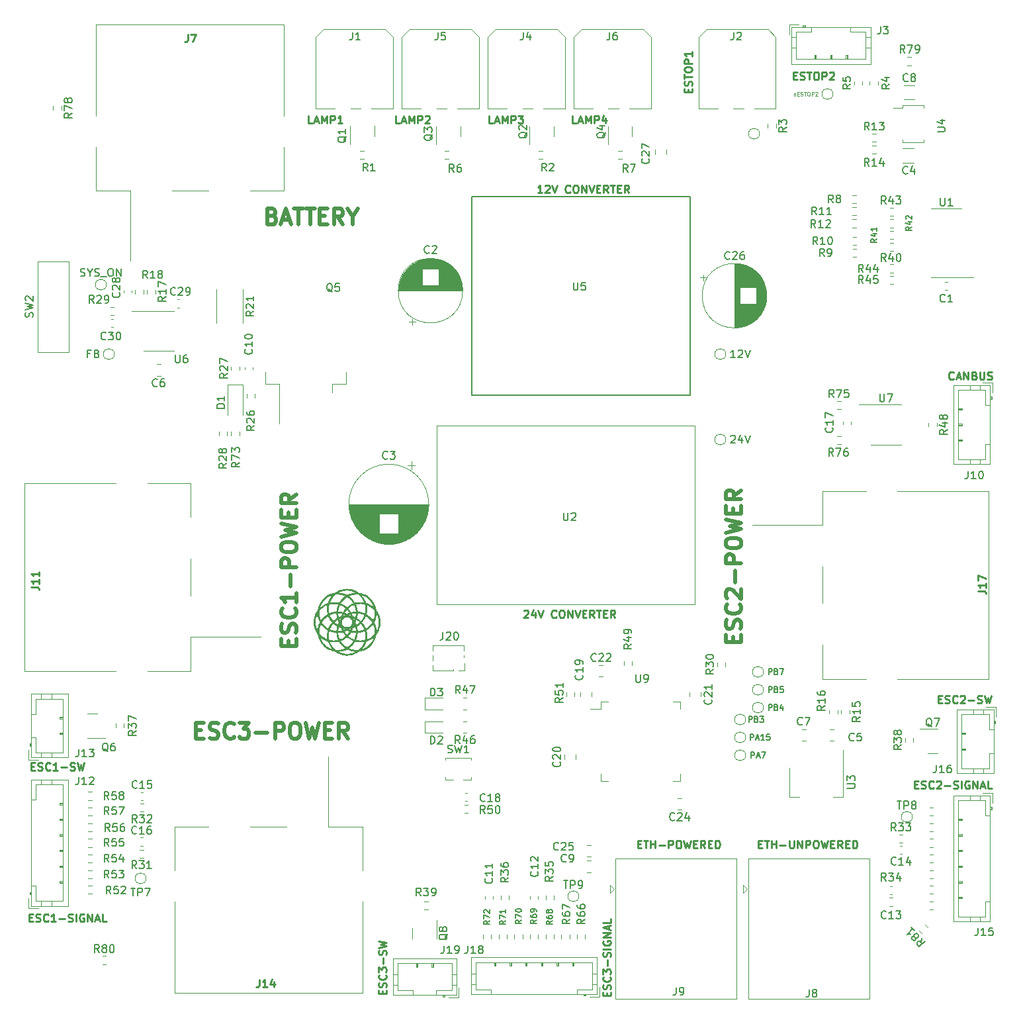
<source format=gbr>
%TF.GenerationSoftware,KiCad,Pcbnew,(6.0.4)*%
%TF.CreationDate,2022-05-04T17:07:44-02:30*%
%TF.ProjectId,interstate,696e7465-7273-4746-9174-652e6b696361,rev?*%
%TF.SameCoordinates,Original*%
%TF.FileFunction,Legend,Top*%
%TF.FilePolarity,Positive*%
%FSLAX46Y46*%
G04 Gerber Fmt 4.6, Leading zero omitted, Abs format (unit mm)*
G04 Created by KiCad (PCBNEW (6.0.4)) date 2022-05-04 17:07:44*
%MOMM*%
%LPD*%
G01*
G04 APERTURE LIST*
%ADD10C,0.250000*%
%ADD11C,0.500000*%
%ADD12C,0.150000*%
%ADD13C,0.125000*%
%ADD14C,0.120000*%
%ADD15C,0.200000*%
G04 APERTURE END LIST*
D10*
X149194571Y-56846571D02*
X149527904Y-56846571D01*
X149670761Y-57370380D02*
X149194571Y-57370380D01*
X149194571Y-56370380D01*
X149670761Y-56370380D01*
X150051714Y-57322761D02*
X150194571Y-57370380D01*
X150432666Y-57370380D01*
X150527904Y-57322761D01*
X150575523Y-57275142D01*
X150623142Y-57179904D01*
X150623142Y-57084666D01*
X150575523Y-56989428D01*
X150527904Y-56941809D01*
X150432666Y-56894190D01*
X150242190Y-56846571D01*
X150146952Y-56798952D01*
X150099333Y-56751333D01*
X150051714Y-56656095D01*
X150051714Y-56560857D01*
X150099333Y-56465619D01*
X150146952Y-56418000D01*
X150242190Y-56370380D01*
X150480285Y-56370380D01*
X150623142Y-56418000D01*
X150908857Y-56370380D02*
X151480285Y-56370380D01*
X151194571Y-57370380D02*
X151194571Y-56370380D01*
X152004095Y-56370380D02*
X152194571Y-56370380D01*
X152289809Y-56418000D01*
X152385047Y-56513238D01*
X152432666Y-56703714D01*
X152432666Y-57037047D01*
X152385047Y-57227523D01*
X152289809Y-57322761D01*
X152194571Y-57370380D01*
X152004095Y-57370380D01*
X151908857Y-57322761D01*
X151813619Y-57227523D01*
X151766000Y-57037047D01*
X151766000Y-56703714D01*
X151813619Y-56513238D01*
X151908857Y-56418000D01*
X152004095Y-56370380D01*
X152861238Y-57370380D02*
X152861238Y-56370380D01*
X153242190Y-56370380D01*
X153337428Y-56418000D01*
X153385047Y-56465619D01*
X153432666Y-56560857D01*
X153432666Y-56703714D01*
X153385047Y-56798952D01*
X153337428Y-56846571D01*
X153242190Y-56894190D01*
X152861238Y-56894190D01*
X153813619Y-56465619D02*
X153861238Y-56418000D01*
X153956476Y-56370380D01*
X154194571Y-56370380D01*
X154289809Y-56418000D01*
X154337428Y-56465619D01*
X154385047Y-56560857D01*
X154385047Y-56656095D01*
X154337428Y-56798952D01*
X153766000Y-57370380D01*
X154385047Y-57370380D01*
X135692571Y-58981428D02*
X135692571Y-58648095D01*
X136216380Y-58505238D02*
X136216380Y-58981428D01*
X135216380Y-58981428D01*
X135216380Y-58505238D01*
X136168761Y-58124285D02*
X136216380Y-57981428D01*
X136216380Y-57743333D01*
X136168761Y-57648095D01*
X136121142Y-57600476D01*
X136025904Y-57552857D01*
X135930666Y-57552857D01*
X135835428Y-57600476D01*
X135787809Y-57648095D01*
X135740190Y-57743333D01*
X135692571Y-57933809D01*
X135644952Y-58029047D01*
X135597333Y-58076666D01*
X135502095Y-58124285D01*
X135406857Y-58124285D01*
X135311619Y-58076666D01*
X135264000Y-58029047D01*
X135216380Y-57933809D01*
X135216380Y-57695714D01*
X135264000Y-57552857D01*
X135216380Y-57267142D02*
X135216380Y-56695714D01*
X136216380Y-56981428D02*
X135216380Y-56981428D01*
X135216380Y-56171904D02*
X135216380Y-55981428D01*
X135264000Y-55886190D01*
X135359238Y-55790952D01*
X135549714Y-55743333D01*
X135883047Y-55743333D01*
X136073523Y-55790952D01*
X136168761Y-55886190D01*
X136216380Y-55981428D01*
X136216380Y-56171904D01*
X136168761Y-56267142D01*
X136073523Y-56362380D01*
X135883047Y-56410000D01*
X135549714Y-56410000D01*
X135359238Y-56362380D01*
X135264000Y-56267142D01*
X135216380Y-56171904D01*
X136216380Y-55314761D02*
X135216380Y-55314761D01*
X135216380Y-54933809D01*
X135264000Y-54838571D01*
X135311619Y-54790952D01*
X135406857Y-54743333D01*
X135549714Y-54743333D01*
X135644952Y-54790952D01*
X135692571Y-54838571D01*
X135740190Y-54933809D01*
X135740190Y-55314761D01*
X136216380Y-53790952D02*
X136216380Y-54362380D01*
X136216380Y-54076666D02*
X135216380Y-54076666D01*
X135359238Y-54171904D01*
X135454476Y-54267142D01*
X135502095Y-54362380D01*
X121397333Y-62958380D02*
X120921142Y-62958380D01*
X120921142Y-61958380D01*
X121683047Y-62672666D02*
X122159238Y-62672666D01*
X121587809Y-62958380D02*
X121921142Y-61958380D01*
X122254476Y-62958380D01*
X122587809Y-62958380D02*
X122587809Y-61958380D01*
X122921142Y-62672666D01*
X123254476Y-61958380D01*
X123254476Y-62958380D01*
X123730666Y-62958380D02*
X123730666Y-61958380D01*
X124111619Y-61958380D01*
X124206857Y-62006000D01*
X124254476Y-62053619D01*
X124302095Y-62148857D01*
X124302095Y-62291714D01*
X124254476Y-62386952D01*
X124206857Y-62434571D01*
X124111619Y-62482190D01*
X123730666Y-62482190D01*
X125159238Y-62291714D02*
X125159238Y-62958380D01*
X124921142Y-61910761D02*
X124683047Y-62625047D01*
X125302095Y-62625047D01*
X110729333Y-62958380D02*
X110253142Y-62958380D01*
X110253142Y-61958380D01*
X111015047Y-62672666D02*
X111491238Y-62672666D01*
X110919809Y-62958380D02*
X111253142Y-61958380D01*
X111586476Y-62958380D01*
X111919809Y-62958380D02*
X111919809Y-61958380D01*
X112253142Y-62672666D01*
X112586476Y-61958380D01*
X112586476Y-62958380D01*
X113062666Y-62958380D02*
X113062666Y-61958380D01*
X113443619Y-61958380D01*
X113538857Y-62006000D01*
X113586476Y-62053619D01*
X113634095Y-62148857D01*
X113634095Y-62291714D01*
X113586476Y-62386952D01*
X113538857Y-62434571D01*
X113443619Y-62482190D01*
X113062666Y-62482190D01*
X113967428Y-61958380D02*
X114586476Y-61958380D01*
X114253142Y-62339333D01*
X114396000Y-62339333D01*
X114491238Y-62386952D01*
X114538857Y-62434571D01*
X114586476Y-62529809D01*
X114586476Y-62767904D01*
X114538857Y-62863142D01*
X114491238Y-62910761D01*
X114396000Y-62958380D01*
X114110285Y-62958380D01*
X114015047Y-62910761D01*
X113967428Y-62863142D01*
X98791333Y-62958380D02*
X98315142Y-62958380D01*
X98315142Y-61958380D01*
X99077047Y-62672666D02*
X99553238Y-62672666D01*
X98981809Y-62958380D02*
X99315142Y-61958380D01*
X99648476Y-62958380D01*
X99981809Y-62958380D02*
X99981809Y-61958380D01*
X100315142Y-62672666D01*
X100648476Y-61958380D01*
X100648476Y-62958380D01*
X101124666Y-62958380D02*
X101124666Y-61958380D01*
X101505619Y-61958380D01*
X101600857Y-62006000D01*
X101648476Y-62053619D01*
X101696095Y-62148857D01*
X101696095Y-62291714D01*
X101648476Y-62386952D01*
X101600857Y-62434571D01*
X101505619Y-62482190D01*
X101124666Y-62482190D01*
X102077047Y-62053619D02*
X102124666Y-62006000D01*
X102219904Y-61958380D01*
X102458000Y-61958380D01*
X102553238Y-62006000D01*
X102600857Y-62053619D01*
X102648476Y-62148857D01*
X102648476Y-62244095D01*
X102600857Y-62386952D01*
X102029428Y-62958380D01*
X102648476Y-62958380D01*
X87615333Y-62958380D02*
X87139142Y-62958380D01*
X87139142Y-61958380D01*
X87901047Y-62672666D02*
X88377238Y-62672666D01*
X87805809Y-62958380D02*
X88139142Y-61958380D01*
X88472476Y-62958380D01*
X88805809Y-62958380D02*
X88805809Y-61958380D01*
X89139142Y-62672666D01*
X89472476Y-61958380D01*
X89472476Y-62958380D01*
X89948666Y-62958380D02*
X89948666Y-61958380D01*
X90329619Y-61958380D01*
X90424857Y-62006000D01*
X90472476Y-62053619D01*
X90520095Y-62148857D01*
X90520095Y-62291714D01*
X90472476Y-62386952D01*
X90424857Y-62434571D01*
X90329619Y-62482190D01*
X89948666Y-62482190D01*
X91472476Y-62958380D02*
X90901047Y-62958380D01*
X91186761Y-62958380D02*
X91186761Y-61958380D01*
X91091523Y-62101238D01*
X90996285Y-62196476D01*
X90901047Y-62244095D01*
X117040095Y-71848380D02*
X116468666Y-71848380D01*
X116754380Y-71848380D02*
X116754380Y-70848380D01*
X116659142Y-70991238D01*
X116563904Y-71086476D01*
X116468666Y-71134095D01*
X117421047Y-70943619D02*
X117468666Y-70896000D01*
X117563904Y-70848380D01*
X117802000Y-70848380D01*
X117897238Y-70896000D01*
X117944857Y-70943619D01*
X117992476Y-71038857D01*
X117992476Y-71134095D01*
X117944857Y-71276952D01*
X117373428Y-71848380D01*
X117992476Y-71848380D01*
X118278190Y-70848380D02*
X118611523Y-71848380D01*
X118944857Y-70848380D01*
X120611523Y-71753142D02*
X120563904Y-71800761D01*
X120421047Y-71848380D01*
X120325809Y-71848380D01*
X120182952Y-71800761D01*
X120087714Y-71705523D01*
X120040095Y-71610285D01*
X119992476Y-71419809D01*
X119992476Y-71276952D01*
X120040095Y-71086476D01*
X120087714Y-70991238D01*
X120182952Y-70896000D01*
X120325809Y-70848380D01*
X120421047Y-70848380D01*
X120563904Y-70896000D01*
X120611523Y-70943619D01*
X121230571Y-70848380D02*
X121421047Y-70848380D01*
X121516285Y-70896000D01*
X121611523Y-70991238D01*
X121659142Y-71181714D01*
X121659142Y-71515047D01*
X121611523Y-71705523D01*
X121516285Y-71800761D01*
X121421047Y-71848380D01*
X121230571Y-71848380D01*
X121135333Y-71800761D01*
X121040095Y-71705523D01*
X120992476Y-71515047D01*
X120992476Y-71181714D01*
X121040095Y-70991238D01*
X121135333Y-70896000D01*
X121230571Y-70848380D01*
X122087714Y-71848380D02*
X122087714Y-70848380D01*
X122659142Y-71848380D01*
X122659142Y-70848380D01*
X122992476Y-70848380D02*
X123325809Y-71848380D01*
X123659142Y-70848380D01*
X123992476Y-71324571D02*
X124325809Y-71324571D01*
X124468666Y-71848380D02*
X123992476Y-71848380D01*
X123992476Y-70848380D01*
X124468666Y-70848380D01*
X125468666Y-71848380D02*
X125135333Y-71372190D01*
X124897238Y-71848380D02*
X124897238Y-70848380D01*
X125278190Y-70848380D01*
X125373428Y-70896000D01*
X125421047Y-70943619D01*
X125468666Y-71038857D01*
X125468666Y-71181714D01*
X125421047Y-71276952D01*
X125373428Y-71324571D01*
X125278190Y-71372190D01*
X124897238Y-71372190D01*
X125754380Y-70848380D02*
X126325809Y-70848380D01*
X126040095Y-71848380D02*
X126040095Y-70848380D01*
X126659142Y-71324571D02*
X126992476Y-71324571D01*
X127135333Y-71848380D02*
X126659142Y-71848380D01*
X126659142Y-70848380D01*
X127135333Y-70848380D01*
X128135333Y-71848380D02*
X127802000Y-71372190D01*
X127563904Y-71848380D02*
X127563904Y-70848380D01*
X127944857Y-70848380D01*
X128040095Y-70896000D01*
X128087714Y-70943619D01*
X128135333Y-71038857D01*
X128135333Y-71181714D01*
X128087714Y-71276952D01*
X128040095Y-71324571D01*
X127944857Y-71372190D01*
X127563904Y-71372190D01*
X114690666Y-125299619D02*
X114738285Y-125252000D01*
X114833523Y-125204380D01*
X115071619Y-125204380D01*
X115166857Y-125252000D01*
X115214476Y-125299619D01*
X115262095Y-125394857D01*
X115262095Y-125490095D01*
X115214476Y-125632952D01*
X114643047Y-126204380D01*
X115262095Y-126204380D01*
X116119238Y-125537714D02*
X116119238Y-126204380D01*
X115881142Y-125156761D02*
X115643047Y-125871047D01*
X116262095Y-125871047D01*
X116500190Y-125204380D02*
X116833523Y-126204380D01*
X117166857Y-125204380D01*
X118833523Y-126109142D02*
X118785904Y-126156761D01*
X118643047Y-126204380D01*
X118547809Y-126204380D01*
X118404952Y-126156761D01*
X118309714Y-126061523D01*
X118262095Y-125966285D01*
X118214476Y-125775809D01*
X118214476Y-125632952D01*
X118262095Y-125442476D01*
X118309714Y-125347238D01*
X118404952Y-125252000D01*
X118547809Y-125204380D01*
X118643047Y-125204380D01*
X118785904Y-125252000D01*
X118833523Y-125299619D01*
X119452571Y-125204380D02*
X119643047Y-125204380D01*
X119738285Y-125252000D01*
X119833523Y-125347238D01*
X119881142Y-125537714D01*
X119881142Y-125871047D01*
X119833523Y-126061523D01*
X119738285Y-126156761D01*
X119643047Y-126204380D01*
X119452571Y-126204380D01*
X119357333Y-126156761D01*
X119262095Y-126061523D01*
X119214476Y-125871047D01*
X119214476Y-125537714D01*
X119262095Y-125347238D01*
X119357333Y-125252000D01*
X119452571Y-125204380D01*
X120309714Y-126204380D02*
X120309714Y-125204380D01*
X120881142Y-126204380D01*
X120881142Y-125204380D01*
X121214476Y-125204380D02*
X121547809Y-126204380D01*
X121881142Y-125204380D01*
X122214476Y-125680571D02*
X122547809Y-125680571D01*
X122690666Y-126204380D02*
X122214476Y-126204380D01*
X122214476Y-125204380D01*
X122690666Y-125204380D01*
X123690666Y-126204380D02*
X123357333Y-125728190D01*
X123119238Y-126204380D02*
X123119238Y-125204380D01*
X123500190Y-125204380D01*
X123595428Y-125252000D01*
X123643047Y-125299619D01*
X123690666Y-125394857D01*
X123690666Y-125537714D01*
X123643047Y-125632952D01*
X123595428Y-125680571D01*
X123500190Y-125728190D01*
X123119238Y-125728190D01*
X123976380Y-125204380D02*
X124547809Y-125204380D01*
X124262095Y-126204380D02*
X124262095Y-125204380D01*
X124881142Y-125680571D02*
X125214476Y-125680571D01*
X125357333Y-126204380D02*
X124881142Y-126204380D01*
X124881142Y-125204380D01*
X125357333Y-125204380D01*
X126357333Y-126204380D02*
X126024000Y-125728190D01*
X125785904Y-126204380D02*
X125785904Y-125204380D01*
X126166857Y-125204380D01*
X126262095Y-125252000D01*
X126309714Y-125299619D01*
X126357333Y-125394857D01*
X126357333Y-125537714D01*
X126309714Y-125632952D01*
X126262095Y-125680571D01*
X126166857Y-125728190D01*
X125785904Y-125728190D01*
D11*
X82504000Y-74809142D02*
X82789714Y-74904380D01*
X82884952Y-74999619D01*
X82980190Y-75190095D01*
X82980190Y-75475809D01*
X82884952Y-75666285D01*
X82789714Y-75761523D01*
X82599238Y-75856761D01*
X81837333Y-75856761D01*
X81837333Y-73856761D01*
X82504000Y-73856761D01*
X82694476Y-73952000D01*
X82789714Y-74047238D01*
X82884952Y-74237714D01*
X82884952Y-74428190D01*
X82789714Y-74618666D01*
X82694476Y-74713904D01*
X82504000Y-74809142D01*
X81837333Y-74809142D01*
X83742095Y-75285333D02*
X84694476Y-75285333D01*
X83551619Y-75856761D02*
X84218285Y-73856761D01*
X84884952Y-75856761D01*
X85265904Y-73856761D02*
X86408761Y-73856761D01*
X85837333Y-75856761D02*
X85837333Y-73856761D01*
X86789714Y-73856761D02*
X87932571Y-73856761D01*
X87361142Y-75856761D02*
X87361142Y-73856761D01*
X88599238Y-74809142D02*
X89265904Y-74809142D01*
X89551619Y-75856761D02*
X88599238Y-75856761D01*
X88599238Y-73856761D01*
X89551619Y-73856761D01*
X91551619Y-75856761D02*
X90884952Y-74904380D01*
X90408761Y-75856761D02*
X90408761Y-73856761D01*
X91170666Y-73856761D01*
X91361142Y-73952000D01*
X91456380Y-74047238D01*
X91551619Y-74237714D01*
X91551619Y-74523428D01*
X91456380Y-74713904D01*
X91361142Y-74809142D01*
X91170666Y-74904380D01*
X90408761Y-74904380D01*
X92789714Y-74904380D02*
X92789714Y-75856761D01*
X92123047Y-73856761D02*
X92789714Y-74904380D01*
X93456380Y-73856761D01*
X141463142Y-129322666D02*
X141463142Y-128655999D01*
X142510761Y-128370285D02*
X142510761Y-129322666D01*
X140510761Y-129322666D01*
X140510761Y-128370285D01*
X142415523Y-127608380D02*
X142510761Y-127322666D01*
X142510761Y-126846476D01*
X142415523Y-126656000D01*
X142320285Y-126560761D01*
X142129809Y-126465523D01*
X141939333Y-126465523D01*
X141748857Y-126560761D01*
X141653619Y-126656000D01*
X141558380Y-126846476D01*
X141463142Y-127227428D01*
X141367904Y-127417904D01*
X141272666Y-127513142D01*
X141082190Y-127608380D01*
X140891714Y-127608380D01*
X140701238Y-127513142D01*
X140606000Y-127417904D01*
X140510761Y-127227428D01*
X140510761Y-126751238D01*
X140606000Y-126465523D01*
X142320285Y-124465523D02*
X142415523Y-124560761D01*
X142510761Y-124846476D01*
X142510761Y-125036952D01*
X142415523Y-125322666D01*
X142225047Y-125513142D01*
X142034571Y-125608380D01*
X141653619Y-125703619D01*
X141367904Y-125703619D01*
X140986952Y-125608380D01*
X140796476Y-125513142D01*
X140606000Y-125322666D01*
X140510761Y-125036952D01*
X140510761Y-124846476D01*
X140606000Y-124560761D01*
X140701238Y-124465523D01*
X140701238Y-123703619D02*
X140606000Y-123608380D01*
X140510761Y-123417904D01*
X140510761Y-122941714D01*
X140606000Y-122751238D01*
X140701238Y-122656000D01*
X140891714Y-122560761D01*
X141082190Y-122560761D01*
X141367904Y-122656000D01*
X142510761Y-123798857D01*
X142510761Y-122560761D01*
X141748857Y-121703619D02*
X141748857Y-120179809D01*
X142510761Y-119227428D02*
X140510761Y-119227428D01*
X140510761Y-118465523D01*
X140606000Y-118275047D01*
X140701238Y-118179809D01*
X140891714Y-118084571D01*
X141177428Y-118084571D01*
X141367904Y-118179809D01*
X141463142Y-118275047D01*
X141558380Y-118465523D01*
X141558380Y-119227428D01*
X140510761Y-116846476D02*
X140510761Y-116465523D01*
X140606000Y-116275047D01*
X140796476Y-116084571D01*
X141177428Y-115989333D01*
X141844095Y-115989333D01*
X142225047Y-116084571D01*
X142415523Y-116275047D01*
X142510761Y-116465523D01*
X142510761Y-116846476D01*
X142415523Y-117036952D01*
X142225047Y-117227428D01*
X141844095Y-117322666D01*
X141177428Y-117322666D01*
X140796476Y-117227428D01*
X140606000Y-117036952D01*
X140510761Y-116846476D01*
X140510761Y-115322666D02*
X142510761Y-114846476D01*
X141082190Y-114465523D01*
X142510761Y-114084571D01*
X140510761Y-113608380D01*
X141463142Y-112846476D02*
X141463142Y-112179809D01*
X142510761Y-111894095D02*
X142510761Y-112846476D01*
X140510761Y-112846476D01*
X140510761Y-111894095D01*
X142510761Y-109894095D02*
X141558380Y-110560761D01*
X142510761Y-111036952D02*
X140510761Y-111036952D01*
X140510761Y-110275047D01*
X140606000Y-110084571D01*
X140701238Y-109989333D01*
X140891714Y-109894095D01*
X141177428Y-109894095D01*
X141367904Y-109989333D01*
X141463142Y-110084571D01*
X141558380Y-110275047D01*
X141558380Y-111036952D01*
D10*
X169689142Y-95629142D02*
X169641523Y-95676761D01*
X169498666Y-95724380D01*
X169403428Y-95724380D01*
X169260571Y-95676761D01*
X169165333Y-95581523D01*
X169117714Y-95486285D01*
X169070095Y-95295809D01*
X169070095Y-95152952D01*
X169117714Y-94962476D01*
X169165333Y-94867238D01*
X169260571Y-94772000D01*
X169403428Y-94724380D01*
X169498666Y-94724380D01*
X169641523Y-94772000D01*
X169689142Y-94819619D01*
X170070095Y-95438666D02*
X170546285Y-95438666D01*
X169974857Y-95724380D02*
X170308190Y-94724380D01*
X170641523Y-95724380D01*
X170974857Y-95724380D02*
X170974857Y-94724380D01*
X171546285Y-95724380D01*
X171546285Y-94724380D01*
X172355809Y-95200571D02*
X172498666Y-95248190D01*
X172546285Y-95295809D01*
X172593904Y-95391047D01*
X172593904Y-95533904D01*
X172546285Y-95629142D01*
X172498666Y-95676761D01*
X172403428Y-95724380D01*
X172022476Y-95724380D01*
X172022476Y-94724380D01*
X172355809Y-94724380D01*
X172451047Y-94772000D01*
X172498666Y-94819619D01*
X172546285Y-94914857D01*
X172546285Y-95010095D01*
X172498666Y-95105333D01*
X172451047Y-95152952D01*
X172355809Y-95200571D01*
X172022476Y-95200571D01*
X173022476Y-94724380D02*
X173022476Y-95533904D01*
X173070095Y-95629142D01*
X173117714Y-95676761D01*
X173212952Y-95724380D01*
X173403428Y-95724380D01*
X173498666Y-95676761D01*
X173546285Y-95629142D01*
X173593904Y-95533904D01*
X173593904Y-94724380D01*
X174022476Y-95676761D02*
X174165333Y-95724380D01*
X174403428Y-95724380D01*
X174498666Y-95676761D01*
X174546285Y-95629142D01*
X174593904Y-95533904D01*
X174593904Y-95438666D01*
X174546285Y-95343428D01*
X174498666Y-95295809D01*
X174403428Y-95248190D01*
X174212952Y-95200571D01*
X174117714Y-95152952D01*
X174070095Y-95105333D01*
X174022476Y-95010095D01*
X174022476Y-94914857D01*
X174070095Y-94819619D01*
X174117714Y-94772000D01*
X174212952Y-94724380D01*
X174451047Y-94724380D01*
X174593904Y-94772000D01*
X164688857Y-147524571D02*
X165022190Y-147524571D01*
X165165047Y-148048380D02*
X164688857Y-148048380D01*
X164688857Y-147048380D01*
X165165047Y-147048380D01*
X165546000Y-148000761D02*
X165688857Y-148048380D01*
X165926952Y-148048380D01*
X166022190Y-148000761D01*
X166069809Y-147953142D01*
X166117428Y-147857904D01*
X166117428Y-147762666D01*
X166069809Y-147667428D01*
X166022190Y-147619809D01*
X165926952Y-147572190D01*
X165736476Y-147524571D01*
X165641238Y-147476952D01*
X165593619Y-147429333D01*
X165546000Y-147334095D01*
X165546000Y-147238857D01*
X165593619Y-147143619D01*
X165641238Y-147096000D01*
X165736476Y-147048380D01*
X165974571Y-147048380D01*
X166117428Y-147096000D01*
X167117428Y-147953142D02*
X167069809Y-148000761D01*
X166926952Y-148048380D01*
X166831714Y-148048380D01*
X166688857Y-148000761D01*
X166593619Y-147905523D01*
X166546000Y-147810285D01*
X166498380Y-147619809D01*
X166498380Y-147476952D01*
X166546000Y-147286476D01*
X166593619Y-147191238D01*
X166688857Y-147096000D01*
X166831714Y-147048380D01*
X166926952Y-147048380D01*
X167069809Y-147096000D01*
X167117428Y-147143619D01*
X167498380Y-147143619D02*
X167546000Y-147096000D01*
X167641238Y-147048380D01*
X167879333Y-147048380D01*
X167974571Y-147096000D01*
X168022190Y-147143619D01*
X168069809Y-147238857D01*
X168069809Y-147334095D01*
X168022190Y-147476952D01*
X167450761Y-148048380D01*
X168069809Y-148048380D01*
X168498380Y-147667428D02*
X169260285Y-147667428D01*
X169688857Y-148000761D02*
X169831714Y-148048380D01*
X170069809Y-148048380D01*
X170165047Y-148000761D01*
X170212666Y-147953142D01*
X170260285Y-147857904D01*
X170260285Y-147762666D01*
X170212666Y-147667428D01*
X170165047Y-147619809D01*
X170069809Y-147572190D01*
X169879333Y-147524571D01*
X169784095Y-147476952D01*
X169736476Y-147429333D01*
X169688857Y-147334095D01*
X169688857Y-147238857D01*
X169736476Y-147143619D01*
X169784095Y-147096000D01*
X169879333Y-147048380D01*
X170117428Y-147048380D01*
X170260285Y-147096000D01*
X170688857Y-148048380D02*
X170688857Y-147048380D01*
X171688857Y-147096000D02*
X171593619Y-147048380D01*
X171450761Y-147048380D01*
X171307904Y-147096000D01*
X171212666Y-147191238D01*
X171165047Y-147286476D01*
X171117428Y-147476952D01*
X171117428Y-147619809D01*
X171165047Y-147810285D01*
X171212666Y-147905523D01*
X171307904Y-148000761D01*
X171450761Y-148048380D01*
X171546000Y-148048380D01*
X171688857Y-148000761D01*
X171736476Y-147953142D01*
X171736476Y-147619809D01*
X171546000Y-147619809D01*
X172165047Y-148048380D02*
X172165047Y-147048380D01*
X172736476Y-148048380D01*
X172736476Y-147048380D01*
X173165047Y-147762666D02*
X173641238Y-147762666D01*
X173069809Y-148048380D02*
X173403142Y-147048380D01*
X173736476Y-148048380D01*
X174546000Y-148048380D02*
X174069809Y-148048380D01*
X174069809Y-147048380D01*
X167736666Y-136602571D02*
X168070000Y-136602571D01*
X168212857Y-137126380D02*
X167736666Y-137126380D01*
X167736666Y-136126380D01*
X168212857Y-136126380D01*
X168593809Y-137078761D02*
X168736666Y-137126380D01*
X168974761Y-137126380D01*
X169070000Y-137078761D01*
X169117619Y-137031142D01*
X169165238Y-136935904D01*
X169165238Y-136840666D01*
X169117619Y-136745428D01*
X169070000Y-136697809D01*
X168974761Y-136650190D01*
X168784285Y-136602571D01*
X168689047Y-136554952D01*
X168641428Y-136507333D01*
X168593809Y-136412095D01*
X168593809Y-136316857D01*
X168641428Y-136221619D01*
X168689047Y-136174000D01*
X168784285Y-136126380D01*
X169022380Y-136126380D01*
X169165238Y-136174000D01*
X170165238Y-137031142D02*
X170117619Y-137078761D01*
X169974761Y-137126380D01*
X169879523Y-137126380D01*
X169736666Y-137078761D01*
X169641428Y-136983523D01*
X169593809Y-136888285D01*
X169546190Y-136697809D01*
X169546190Y-136554952D01*
X169593809Y-136364476D01*
X169641428Y-136269238D01*
X169736666Y-136174000D01*
X169879523Y-136126380D01*
X169974761Y-136126380D01*
X170117619Y-136174000D01*
X170165238Y-136221619D01*
X170546190Y-136221619D02*
X170593809Y-136174000D01*
X170689047Y-136126380D01*
X170927142Y-136126380D01*
X171022380Y-136174000D01*
X171070000Y-136221619D01*
X171117619Y-136316857D01*
X171117619Y-136412095D01*
X171070000Y-136554952D01*
X170498571Y-137126380D01*
X171117619Y-137126380D01*
X171546190Y-136745428D02*
X172308095Y-136745428D01*
X172736666Y-137078761D02*
X172879523Y-137126380D01*
X173117619Y-137126380D01*
X173212857Y-137078761D01*
X173260476Y-137031142D01*
X173308095Y-136935904D01*
X173308095Y-136840666D01*
X173260476Y-136745428D01*
X173212857Y-136697809D01*
X173117619Y-136650190D01*
X172927142Y-136602571D01*
X172831904Y-136554952D01*
X172784285Y-136507333D01*
X172736666Y-136412095D01*
X172736666Y-136316857D01*
X172784285Y-136221619D01*
X172831904Y-136174000D01*
X172927142Y-136126380D01*
X173165238Y-136126380D01*
X173308095Y-136174000D01*
X173641428Y-136126380D02*
X173879523Y-137126380D01*
X174070000Y-136412095D01*
X174260476Y-137126380D01*
X174498571Y-136126380D01*
X144718285Y-155144571D02*
X145051619Y-155144571D01*
X145194476Y-155668380D02*
X144718285Y-155668380D01*
X144718285Y-154668380D01*
X145194476Y-154668380D01*
X145480190Y-154668380D02*
X146051619Y-154668380D01*
X145765904Y-155668380D02*
X145765904Y-154668380D01*
X146384952Y-155668380D02*
X146384952Y-154668380D01*
X146384952Y-155144571D02*
X146956380Y-155144571D01*
X146956380Y-155668380D02*
X146956380Y-154668380D01*
X147432571Y-155287428D02*
X148194476Y-155287428D01*
X148670666Y-154668380D02*
X148670666Y-155477904D01*
X148718285Y-155573142D01*
X148765904Y-155620761D01*
X148861142Y-155668380D01*
X149051619Y-155668380D01*
X149146857Y-155620761D01*
X149194476Y-155573142D01*
X149242095Y-155477904D01*
X149242095Y-154668380D01*
X149718285Y-155668380D02*
X149718285Y-154668380D01*
X150289714Y-155668380D01*
X150289714Y-154668380D01*
X150765904Y-155668380D02*
X150765904Y-154668380D01*
X151146857Y-154668380D01*
X151242095Y-154716000D01*
X151289714Y-154763619D01*
X151337333Y-154858857D01*
X151337333Y-155001714D01*
X151289714Y-155096952D01*
X151242095Y-155144571D01*
X151146857Y-155192190D01*
X150765904Y-155192190D01*
X151956380Y-154668380D02*
X152146857Y-154668380D01*
X152242095Y-154716000D01*
X152337333Y-154811238D01*
X152384952Y-155001714D01*
X152384952Y-155335047D01*
X152337333Y-155525523D01*
X152242095Y-155620761D01*
X152146857Y-155668380D01*
X151956380Y-155668380D01*
X151861142Y-155620761D01*
X151765904Y-155525523D01*
X151718285Y-155335047D01*
X151718285Y-155001714D01*
X151765904Y-154811238D01*
X151861142Y-154716000D01*
X151956380Y-154668380D01*
X152718285Y-154668380D02*
X152956380Y-155668380D01*
X153146857Y-154954095D01*
X153337333Y-155668380D01*
X153575428Y-154668380D01*
X153956380Y-155144571D02*
X154289714Y-155144571D01*
X154432571Y-155668380D02*
X153956380Y-155668380D01*
X153956380Y-154668380D01*
X154432571Y-154668380D01*
X155432571Y-155668380D02*
X155099238Y-155192190D01*
X154861142Y-155668380D02*
X154861142Y-154668380D01*
X155242095Y-154668380D01*
X155337333Y-154716000D01*
X155384952Y-154763619D01*
X155432571Y-154858857D01*
X155432571Y-155001714D01*
X155384952Y-155096952D01*
X155337333Y-155144571D01*
X155242095Y-155192190D01*
X154861142Y-155192190D01*
X155861142Y-155144571D02*
X156194476Y-155144571D01*
X156337333Y-155668380D02*
X155861142Y-155668380D01*
X155861142Y-154668380D01*
X156337333Y-154668380D01*
X156765904Y-155668380D02*
X156765904Y-154668380D01*
X157004000Y-154668380D01*
X157146857Y-154716000D01*
X157242095Y-154811238D01*
X157289714Y-154906476D01*
X157337333Y-155096952D01*
X157337333Y-155239809D01*
X157289714Y-155430285D01*
X157242095Y-155525523D01*
X157146857Y-155620761D01*
X157004000Y-155668380D01*
X156765904Y-155668380D01*
X129255904Y-155144571D02*
X129589238Y-155144571D01*
X129732095Y-155668380D02*
X129255904Y-155668380D01*
X129255904Y-154668380D01*
X129732095Y-154668380D01*
X130017809Y-154668380D02*
X130589238Y-154668380D01*
X130303523Y-155668380D02*
X130303523Y-154668380D01*
X130922571Y-155668380D02*
X130922571Y-154668380D01*
X130922571Y-155144571D02*
X131494000Y-155144571D01*
X131494000Y-155668380D02*
X131494000Y-154668380D01*
X131970190Y-155287428D02*
X132732095Y-155287428D01*
X133208285Y-155668380D02*
X133208285Y-154668380D01*
X133589238Y-154668380D01*
X133684476Y-154716000D01*
X133732095Y-154763619D01*
X133779714Y-154858857D01*
X133779714Y-155001714D01*
X133732095Y-155096952D01*
X133684476Y-155144571D01*
X133589238Y-155192190D01*
X133208285Y-155192190D01*
X134398761Y-154668380D02*
X134589238Y-154668380D01*
X134684476Y-154716000D01*
X134779714Y-154811238D01*
X134827333Y-155001714D01*
X134827333Y-155335047D01*
X134779714Y-155525523D01*
X134684476Y-155620761D01*
X134589238Y-155668380D01*
X134398761Y-155668380D01*
X134303523Y-155620761D01*
X134208285Y-155525523D01*
X134160666Y-155335047D01*
X134160666Y-155001714D01*
X134208285Y-154811238D01*
X134303523Y-154716000D01*
X134398761Y-154668380D01*
X135160666Y-154668380D02*
X135398761Y-155668380D01*
X135589238Y-154954095D01*
X135779714Y-155668380D01*
X136017809Y-154668380D01*
X136398761Y-155144571D02*
X136732095Y-155144571D01*
X136874952Y-155668380D02*
X136398761Y-155668380D01*
X136398761Y-154668380D01*
X136874952Y-154668380D01*
X137874952Y-155668380D02*
X137541619Y-155192190D01*
X137303523Y-155668380D02*
X137303523Y-154668380D01*
X137684476Y-154668380D01*
X137779714Y-154716000D01*
X137827333Y-154763619D01*
X137874952Y-154858857D01*
X137874952Y-155001714D01*
X137827333Y-155096952D01*
X137779714Y-155144571D01*
X137684476Y-155192190D01*
X137303523Y-155192190D01*
X138303523Y-155144571D02*
X138636857Y-155144571D01*
X138779714Y-155668380D02*
X138303523Y-155668380D01*
X138303523Y-154668380D01*
X138779714Y-154668380D01*
X139208285Y-155668380D02*
X139208285Y-154668380D01*
X139446380Y-154668380D01*
X139589238Y-154716000D01*
X139684476Y-154811238D01*
X139732095Y-154906476D01*
X139779714Y-155096952D01*
X139779714Y-155239809D01*
X139732095Y-155430285D01*
X139684476Y-155525523D01*
X139589238Y-155620761D01*
X139446380Y-155668380D01*
X139208285Y-155668380D01*
X125278571Y-174551142D02*
X125278571Y-174217809D01*
X125802380Y-174074952D02*
X125802380Y-174551142D01*
X124802380Y-174551142D01*
X124802380Y-174074952D01*
X125754761Y-173694000D02*
X125802380Y-173551142D01*
X125802380Y-173313047D01*
X125754761Y-173217809D01*
X125707142Y-173170190D01*
X125611904Y-173122571D01*
X125516666Y-173122571D01*
X125421428Y-173170190D01*
X125373809Y-173217809D01*
X125326190Y-173313047D01*
X125278571Y-173503523D01*
X125230952Y-173598761D01*
X125183333Y-173646380D01*
X125088095Y-173694000D01*
X124992857Y-173694000D01*
X124897619Y-173646380D01*
X124850000Y-173598761D01*
X124802380Y-173503523D01*
X124802380Y-173265428D01*
X124850000Y-173122571D01*
X125707142Y-172122571D02*
X125754761Y-172170190D01*
X125802380Y-172313047D01*
X125802380Y-172408285D01*
X125754761Y-172551142D01*
X125659523Y-172646380D01*
X125564285Y-172694000D01*
X125373809Y-172741619D01*
X125230952Y-172741619D01*
X125040476Y-172694000D01*
X124945238Y-172646380D01*
X124850000Y-172551142D01*
X124802380Y-172408285D01*
X124802380Y-172313047D01*
X124850000Y-172170190D01*
X124897619Y-172122571D01*
X124802380Y-171789238D02*
X124802380Y-171170190D01*
X125183333Y-171503523D01*
X125183333Y-171360666D01*
X125230952Y-171265428D01*
X125278571Y-171217809D01*
X125373809Y-171170190D01*
X125611904Y-171170190D01*
X125707142Y-171217809D01*
X125754761Y-171265428D01*
X125802380Y-171360666D01*
X125802380Y-171646380D01*
X125754761Y-171741619D01*
X125707142Y-171789238D01*
X125421428Y-170741619D02*
X125421428Y-169979714D01*
X125754761Y-169551142D02*
X125802380Y-169408285D01*
X125802380Y-169170190D01*
X125754761Y-169074952D01*
X125707142Y-169027333D01*
X125611904Y-168979714D01*
X125516666Y-168979714D01*
X125421428Y-169027333D01*
X125373809Y-169074952D01*
X125326190Y-169170190D01*
X125278571Y-169360666D01*
X125230952Y-169455904D01*
X125183333Y-169503523D01*
X125088095Y-169551142D01*
X124992857Y-169551142D01*
X124897619Y-169503523D01*
X124850000Y-169455904D01*
X124802380Y-169360666D01*
X124802380Y-169122571D01*
X124850000Y-168979714D01*
X125802380Y-168551142D02*
X124802380Y-168551142D01*
X124850000Y-167551142D02*
X124802380Y-167646380D01*
X124802380Y-167789238D01*
X124850000Y-167932095D01*
X124945238Y-168027333D01*
X125040476Y-168074952D01*
X125230952Y-168122571D01*
X125373809Y-168122571D01*
X125564285Y-168074952D01*
X125659523Y-168027333D01*
X125754761Y-167932095D01*
X125802380Y-167789238D01*
X125802380Y-167694000D01*
X125754761Y-167551142D01*
X125707142Y-167503523D01*
X125373809Y-167503523D01*
X125373809Y-167694000D01*
X125802380Y-167074952D02*
X124802380Y-167074952D01*
X125802380Y-166503523D01*
X124802380Y-166503523D01*
X125516666Y-166074952D02*
X125516666Y-165598761D01*
X125802380Y-166170190D02*
X124802380Y-165836857D01*
X125802380Y-165503523D01*
X125802380Y-164694000D02*
X125802380Y-165170190D01*
X124802380Y-165170190D01*
X96576571Y-174297333D02*
X96576571Y-173964000D01*
X97100380Y-173821142D02*
X97100380Y-174297333D01*
X96100380Y-174297333D01*
X96100380Y-173821142D01*
X97052761Y-173440190D02*
X97100380Y-173297333D01*
X97100380Y-173059238D01*
X97052761Y-172964000D01*
X97005142Y-172916380D01*
X96909904Y-172868761D01*
X96814666Y-172868761D01*
X96719428Y-172916380D01*
X96671809Y-172964000D01*
X96624190Y-173059238D01*
X96576571Y-173249714D01*
X96528952Y-173344952D01*
X96481333Y-173392571D01*
X96386095Y-173440190D01*
X96290857Y-173440190D01*
X96195619Y-173392571D01*
X96148000Y-173344952D01*
X96100380Y-173249714D01*
X96100380Y-173011619D01*
X96148000Y-172868761D01*
X97005142Y-171868761D02*
X97052761Y-171916380D01*
X97100380Y-172059238D01*
X97100380Y-172154476D01*
X97052761Y-172297333D01*
X96957523Y-172392571D01*
X96862285Y-172440190D01*
X96671809Y-172487809D01*
X96528952Y-172487809D01*
X96338476Y-172440190D01*
X96243238Y-172392571D01*
X96148000Y-172297333D01*
X96100380Y-172154476D01*
X96100380Y-172059238D01*
X96148000Y-171916380D01*
X96195619Y-171868761D01*
X96100380Y-171535428D02*
X96100380Y-170916380D01*
X96481333Y-171249714D01*
X96481333Y-171106857D01*
X96528952Y-171011619D01*
X96576571Y-170964000D01*
X96671809Y-170916380D01*
X96909904Y-170916380D01*
X97005142Y-170964000D01*
X97052761Y-171011619D01*
X97100380Y-171106857D01*
X97100380Y-171392571D01*
X97052761Y-171487809D01*
X97005142Y-171535428D01*
X96719428Y-170487809D02*
X96719428Y-169725904D01*
X97052761Y-169297333D02*
X97100380Y-169154476D01*
X97100380Y-168916380D01*
X97052761Y-168821142D01*
X97005142Y-168773523D01*
X96909904Y-168725904D01*
X96814666Y-168725904D01*
X96719428Y-168773523D01*
X96671809Y-168821142D01*
X96624190Y-168916380D01*
X96576571Y-169106857D01*
X96528952Y-169202095D01*
X96481333Y-169249714D01*
X96386095Y-169297333D01*
X96290857Y-169297333D01*
X96195619Y-169249714D01*
X96148000Y-169202095D01*
X96100380Y-169106857D01*
X96100380Y-168868761D01*
X96148000Y-168725904D01*
X96100380Y-168392571D02*
X97100380Y-168154476D01*
X96386095Y-167964000D01*
X97100380Y-167773523D01*
X96100380Y-167535428D01*
D11*
X72757333Y-140595142D02*
X73424000Y-140595142D01*
X73709714Y-141642761D02*
X72757333Y-141642761D01*
X72757333Y-139642761D01*
X73709714Y-139642761D01*
X74471619Y-141547523D02*
X74757333Y-141642761D01*
X75233523Y-141642761D01*
X75424000Y-141547523D01*
X75519238Y-141452285D01*
X75614476Y-141261809D01*
X75614476Y-141071333D01*
X75519238Y-140880857D01*
X75424000Y-140785619D01*
X75233523Y-140690380D01*
X74852571Y-140595142D01*
X74662095Y-140499904D01*
X74566857Y-140404666D01*
X74471619Y-140214190D01*
X74471619Y-140023714D01*
X74566857Y-139833238D01*
X74662095Y-139738000D01*
X74852571Y-139642761D01*
X75328761Y-139642761D01*
X75614476Y-139738000D01*
X77614476Y-141452285D02*
X77519238Y-141547523D01*
X77233523Y-141642761D01*
X77043047Y-141642761D01*
X76757333Y-141547523D01*
X76566857Y-141357047D01*
X76471619Y-141166571D01*
X76376380Y-140785619D01*
X76376380Y-140499904D01*
X76471619Y-140118952D01*
X76566857Y-139928476D01*
X76757333Y-139738000D01*
X77043047Y-139642761D01*
X77233523Y-139642761D01*
X77519238Y-139738000D01*
X77614476Y-139833238D01*
X78281142Y-139642761D02*
X79519238Y-139642761D01*
X78852571Y-140404666D01*
X79138285Y-140404666D01*
X79328761Y-140499904D01*
X79424000Y-140595142D01*
X79519238Y-140785619D01*
X79519238Y-141261809D01*
X79424000Y-141452285D01*
X79328761Y-141547523D01*
X79138285Y-141642761D01*
X78566857Y-141642761D01*
X78376380Y-141547523D01*
X78281142Y-141452285D01*
X80376380Y-140880857D02*
X81900190Y-140880857D01*
X82852571Y-141642761D02*
X82852571Y-139642761D01*
X83614476Y-139642761D01*
X83804952Y-139738000D01*
X83900190Y-139833238D01*
X83995428Y-140023714D01*
X83995428Y-140309428D01*
X83900190Y-140499904D01*
X83804952Y-140595142D01*
X83614476Y-140690380D01*
X82852571Y-140690380D01*
X85233523Y-139642761D02*
X85614476Y-139642761D01*
X85804952Y-139738000D01*
X85995428Y-139928476D01*
X86090666Y-140309428D01*
X86090666Y-140976095D01*
X85995428Y-141357047D01*
X85804952Y-141547523D01*
X85614476Y-141642761D01*
X85233523Y-141642761D01*
X85043047Y-141547523D01*
X84852571Y-141357047D01*
X84757333Y-140976095D01*
X84757333Y-140309428D01*
X84852571Y-139928476D01*
X85043047Y-139738000D01*
X85233523Y-139642761D01*
X86757333Y-139642761D02*
X87233523Y-141642761D01*
X87614476Y-140214190D01*
X87995428Y-141642761D01*
X88471619Y-139642761D01*
X89233523Y-140595142D02*
X89900190Y-140595142D01*
X90185904Y-141642761D02*
X89233523Y-141642761D01*
X89233523Y-139642761D01*
X90185904Y-139642761D01*
X92185904Y-141642761D02*
X91519238Y-140690380D01*
X91043047Y-141642761D02*
X91043047Y-139642761D01*
X91804952Y-139642761D01*
X91995428Y-139738000D01*
X92090666Y-139833238D01*
X92185904Y-140023714D01*
X92185904Y-140309428D01*
X92090666Y-140499904D01*
X91995428Y-140595142D01*
X91804952Y-140690380D01*
X91043047Y-140690380D01*
X84567142Y-129830666D02*
X84567142Y-129163999D01*
X85614761Y-128878285D02*
X85614761Y-129830666D01*
X83614761Y-129830666D01*
X83614761Y-128878285D01*
X85519523Y-128116380D02*
X85614761Y-127830666D01*
X85614761Y-127354476D01*
X85519523Y-127163999D01*
X85424285Y-127068761D01*
X85233809Y-126973523D01*
X85043333Y-126973523D01*
X84852857Y-127068761D01*
X84757619Y-127163999D01*
X84662380Y-127354476D01*
X84567142Y-127735428D01*
X84471904Y-127925904D01*
X84376666Y-128021142D01*
X84186190Y-128116380D01*
X83995714Y-128116380D01*
X83805238Y-128021142D01*
X83710000Y-127925904D01*
X83614761Y-127735428D01*
X83614761Y-127259238D01*
X83710000Y-126973523D01*
X85424285Y-124973523D02*
X85519523Y-125068761D01*
X85614761Y-125354476D01*
X85614761Y-125544952D01*
X85519523Y-125830666D01*
X85329047Y-126021142D01*
X85138571Y-126116380D01*
X84757619Y-126211619D01*
X84471904Y-126211619D01*
X84090952Y-126116380D01*
X83900476Y-126021142D01*
X83710000Y-125830666D01*
X83614761Y-125544952D01*
X83614761Y-125354476D01*
X83710000Y-125068761D01*
X83805238Y-124973523D01*
X85614761Y-123068761D02*
X85614761Y-124211619D01*
X85614761Y-123640190D02*
X83614761Y-123640190D01*
X83900476Y-123830666D01*
X84090952Y-124021142D01*
X84186190Y-124211619D01*
X84852857Y-122211619D02*
X84852857Y-120687809D01*
X85614761Y-119735428D02*
X83614761Y-119735428D01*
X83614761Y-118973523D01*
X83710000Y-118783047D01*
X83805238Y-118687809D01*
X83995714Y-118592571D01*
X84281428Y-118592571D01*
X84471904Y-118687809D01*
X84567142Y-118783047D01*
X84662380Y-118973523D01*
X84662380Y-119735428D01*
X83614761Y-117354476D02*
X83614761Y-116973523D01*
X83710000Y-116783047D01*
X83900476Y-116592571D01*
X84281428Y-116497333D01*
X84948095Y-116497333D01*
X85329047Y-116592571D01*
X85519523Y-116783047D01*
X85614761Y-116973523D01*
X85614761Y-117354476D01*
X85519523Y-117544952D01*
X85329047Y-117735428D01*
X84948095Y-117830666D01*
X84281428Y-117830666D01*
X83900476Y-117735428D01*
X83710000Y-117544952D01*
X83614761Y-117354476D01*
X83614761Y-115830666D02*
X85614761Y-115354476D01*
X84186190Y-114973523D01*
X85614761Y-114592571D01*
X83614761Y-114116380D01*
X84567142Y-113354476D02*
X84567142Y-112687809D01*
X85614761Y-112402095D02*
X85614761Y-113354476D01*
X83614761Y-113354476D01*
X83614761Y-112402095D01*
X85614761Y-110402095D02*
X84662380Y-111068761D01*
X85614761Y-111544952D02*
X83614761Y-111544952D01*
X83614761Y-110783047D01*
X83710000Y-110592571D01*
X83805238Y-110497333D01*
X83995714Y-110402095D01*
X84281428Y-110402095D01*
X84471904Y-110497333D01*
X84567142Y-110592571D01*
X84662380Y-110783047D01*
X84662380Y-111544952D01*
D10*
X51658666Y-145195571D02*
X51992000Y-145195571D01*
X52134857Y-145719380D02*
X51658666Y-145719380D01*
X51658666Y-144719380D01*
X52134857Y-144719380D01*
X52515809Y-145671761D02*
X52658666Y-145719380D01*
X52896761Y-145719380D01*
X52992000Y-145671761D01*
X53039619Y-145624142D01*
X53087238Y-145528904D01*
X53087238Y-145433666D01*
X53039619Y-145338428D01*
X52992000Y-145290809D01*
X52896761Y-145243190D01*
X52706285Y-145195571D01*
X52611047Y-145147952D01*
X52563428Y-145100333D01*
X52515809Y-145005095D01*
X52515809Y-144909857D01*
X52563428Y-144814619D01*
X52611047Y-144767000D01*
X52706285Y-144719380D01*
X52944380Y-144719380D01*
X53087238Y-144767000D01*
X54087238Y-145624142D02*
X54039619Y-145671761D01*
X53896761Y-145719380D01*
X53801523Y-145719380D01*
X53658666Y-145671761D01*
X53563428Y-145576523D01*
X53515809Y-145481285D01*
X53468190Y-145290809D01*
X53468190Y-145147952D01*
X53515809Y-144957476D01*
X53563428Y-144862238D01*
X53658666Y-144767000D01*
X53801523Y-144719380D01*
X53896761Y-144719380D01*
X54039619Y-144767000D01*
X54087238Y-144814619D01*
X55039619Y-145719380D02*
X54468190Y-145719380D01*
X54753904Y-145719380D02*
X54753904Y-144719380D01*
X54658666Y-144862238D01*
X54563428Y-144957476D01*
X54468190Y-145005095D01*
X55468190Y-145338428D02*
X56230095Y-145338428D01*
X56658666Y-145671761D02*
X56801523Y-145719380D01*
X57039619Y-145719380D01*
X57134857Y-145671761D01*
X57182476Y-145624142D01*
X57230095Y-145528904D01*
X57230095Y-145433666D01*
X57182476Y-145338428D01*
X57134857Y-145290809D01*
X57039619Y-145243190D01*
X56849142Y-145195571D01*
X56753904Y-145147952D01*
X56706285Y-145100333D01*
X56658666Y-145005095D01*
X56658666Y-144909857D01*
X56706285Y-144814619D01*
X56753904Y-144767000D01*
X56849142Y-144719380D01*
X57087238Y-144719380D01*
X57230095Y-144767000D01*
X57563428Y-144719380D02*
X57801523Y-145719380D01*
X57992000Y-145005095D01*
X58182476Y-145719380D01*
X58420571Y-144719380D01*
X51404857Y-164542571D02*
X51738190Y-164542571D01*
X51881047Y-165066380D02*
X51404857Y-165066380D01*
X51404857Y-164066380D01*
X51881047Y-164066380D01*
X52262000Y-165018761D02*
X52404857Y-165066380D01*
X52642952Y-165066380D01*
X52738190Y-165018761D01*
X52785809Y-164971142D01*
X52833428Y-164875904D01*
X52833428Y-164780666D01*
X52785809Y-164685428D01*
X52738190Y-164637809D01*
X52642952Y-164590190D01*
X52452476Y-164542571D01*
X52357238Y-164494952D01*
X52309619Y-164447333D01*
X52262000Y-164352095D01*
X52262000Y-164256857D01*
X52309619Y-164161619D01*
X52357238Y-164114000D01*
X52452476Y-164066380D01*
X52690571Y-164066380D01*
X52833428Y-164114000D01*
X53833428Y-164971142D02*
X53785809Y-165018761D01*
X53642952Y-165066380D01*
X53547714Y-165066380D01*
X53404857Y-165018761D01*
X53309619Y-164923523D01*
X53262000Y-164828285D01*
X53214380Y-164637809D01*
X53214380Y-164494952D01*
X53262000Y-164304476D01*
X53309619Y-164209238D01*
X53404857Y-164114000D01*
X53547714Y-164066380D01*
X53642952Y-164066380D01*
X53785809Y-164114000D01*
X53833428Y-164161619D01*
X54785809Y-165066380D02*
X54214380Y-165066380D01*
X54500095Y-165066380D02*
X54500095Y-164066380D01*
X54404857Y-164209238D01*
X54309619Y-164304476D01*
X54214380Y-164352095D01*
X55214380Y-164685428D02*
X55976285Y-164685428D01*
X56404857Y-165018761D02*
X56547714Y-165066380D01*
X56785809Y-165066380D01*
X56881047Y-165018761D01*
X56928666Y-164971142D01*
X56976285Y-164875904D01*
X56976285Y-164780666D01*
X56928666Y-164685428D01*
X56881047Y-164637809D01*
X56785809Y-164590190D01*
X56595333Y-164542571D01*
X56500095Y-164494952D01*
X56452476Y-164447333D01*
X56404857Y-164352095D01*
X56404857Y-164256857D01*
X56452476Y-164161619D01*
X56500095Y-164114000D01*
X56595333Y-164066380D01*
X56833428Y-164066380D01*
X56976285Y-164114000D01*
X57404857Y-165066380D02*
X57404857Y-164066380D01*
X58404857Y-164114000D02*
X58309619Y-164066380D01*
X58166761Y-164066380D01*
X58023904Y-164114000D01*
X57928666Y-164209238D01*
X57881047Y-164304476D01*
X57833428Y-164494952D01*
X57833428Y-164637809D01*
X57881047Y-164828285D01*
X57928666Y-164923523D01*
X58023904Y-165018761D01*
X58166761Y-165066380D01*
X58262000Y-165066380D01*
X58404857Y-165018761D01*
X58452476Y-164971142D01*
X58452476Y-164637809D01*
X58262000Y-164637809D01*
X58881047Y-165066380D02*
X58881047Y-164066380D01*
X59452476Y-165066380D01*
X59452476Y-164066380D01*
X59881047Y-164780666D02*
X60357238Y-164780666D01*
X59785809Y-165066380D02*
X60119142Y-164066380D01*
X60452476Y-165066380D01*
X61262000Y-165066380D02*
X60785809Y-165066380D01*
X60785809Y-164066380D01*
D12*
%TO.C,SW1*%
X104966666Y-143430761D02*
X105109523Y-143478380D01*
X105347619Y-143478380D01*
X105442857Y-143430761D01*
X105490476Y-143383142D01*
X105538095Y-143287904D01*
X105538095Y-143192666D01*
X105490476Y-143097428D01*
X105442857Y-143049809D01*
X105347619Y-143002190D01*
X105157142Y-142954571D01*
X105061904Y-142906952D01*
X105014285Y-142859333D01*
X104966666Y-142764095D01*
X104966666Y-142668857D01*
X105014285Y-142573619D01*
X105061904Y-142526000D01*
X105157142Y-142478380D01*
X105395238Y-142478380D01*
X105538095Y-142526000D01*
X105871428Y-142478380D02*
X106109523Y-143478380D01*
X106300000Y-142764095D01*
X106490476Y-143478380D01*
X106728571Y-142478380D01*
X107633333Y-143478380D02*
X107061904Y-143478380D01*
X107347619Y-143478380D02*
X107347619Y-142478380D01*
X107252380Y-142621238D01*
X107157142Y-142716476D01*
X107061904Y-142764095D01*
%TO.C,TP9*%
X119770095Y-159824380D02*
X120341523Y-159824380D01*
X120055809Y-160824380D02*
X120055809Y-159824380D01*
X120674857Y-160824380D02*
X120674857Y-159824380D01*
X121055809Y-159824380D01*
X121151047Y-159872000D01*
X121198666Y-159919619D01*
X121246285Y-160014857D01*
X121246285Y-160157714D01*
X121198666Y-160252952D01*
X121151047Y-160300571D01*
X121055809Y-160348190D01*
X120674857Y-160348190D01*
X121722476Y-160824380D02*
X121912952Y-160824380D01*
X122008190Y-160776761D01*
X122055809Y-160729142D01*
X122151047Y-160586285D01*
X122198666Y-160395809D01*
X122198666Y-160014857D01*
X122151047Y-159919619D01*
X122103428Y-159872000D01*
X122008190Y-159824380D01*
X121817714Y-159824380D01*
X121722476Y-159872000D01*
X121674857Y-159919619D01*
X121627238Y-160014857D01*
X121627238Y-160252952D01*
X121674857Y-160348190D01*
X121722476Y-160395809D01*
X121817714Y-160443428D01*
X122008190Y-160443428D01*
X122103428Y-160395809D01*
X122151047Y-160348190D01*
X122198666Y-160252952D01*
%TO.C,TP8*%
X162442095Y-149664380D02*
X163013523Y-149664380D01*
X162727809Y-150664380D02*
X162727809Y-149664380D01*
X163346857Y-150664380D02*
X163346857Y-149664380D01*
X163727809Y-149664380D01*
X163823047Y-149712000D01*
X163870666Y-149759619D01*
X163918285Y-149854857D01*
X163918285Y-149997714D01*
X163870666Y-150092952D01*
X163823047Y-150140571D01*
X163727809Y-150188190D01*
X163346857Y-150188190D01*
X164489714Y-150092952D02*
X164394476Y-150045333D01*
X164346857Y-149997714D01*
X164299238Y-149902476D01*
X164299238Y-149854857D01*
X164346857Y-149759619D01*
X164394476Y-149712000D01*
X164489714Y-149664380D01*
X164680190Y-149664380D01*
X164775428Y-149712000D01*
X164823047Y-149759619D01*
X164870666Y-149854857D01*
X164870666Y-149902476D01*
X164823047Y-149997714D01*
X164775428Y-150045333D01*
X164680190Y-150092952D01*
X164489714Y-150092952D01*
X164394476Y-150140571D01*
X164346857Y-150188190D01*
X164299238Y-150283428D01*
X164299238Y-150473904D01*
X164346857Y-150569142D01*
X164394476Y-150616761D01*
X164489714Y-150664380D01*
X164680190Y-150664380D01*
X164775428Y-150616761D01*
X164823047Y-150569142D01*
X164870666Y-150473904D01*
X164870666Y-150283428D01*
X164823047Y-150188190D01*
X164775428Y-150140571D01*
X164680190Y-150092952D01*
%TO.C,TP7*%
X64398095Y-160764380D02*
X64969523Y-160764380D01*
X64683809Y-161764380D02*
X64683809Y-160764380D01*
X65302857Y-161764380D02*
X65302857Y-160764380D01*
X65683809Y-160764380D01*
X65779047Y-160812000D01*
X65826666Y-160859619D01*
X65874285Y-160954857D01*
X65874285Y-161097714D01*
X65826666Y-161192952D01*
X65779047Y-161240571D01*
X65683809Y-161288190D01*
X65302857Y-161288190D01*
X66207619Y-160764380D02*
X66874285Y-160764380D01*
X66445714Y-161764380D01*
%TO.C,SW2*%
X51840761Y-87715333D02*
X51888380Y-87572476D01*
X51888380Y-87334380D01*
X51840761Y-87239142D01*
X51793142Y-87191523D01*
X51697904Y-87143904D01*
X51602666Y-87143904D01*
X51507428Y-87191523D01*
X51459809Y-87239142D01*
X51412190Y-87334380D01*
X51364571Y-87524857D01*
X51316952Y-87620095D01*
X51269333Y-87667714D01*
X51174095Y-87715333D01*
X51078857Y-87715333D01*
X50983619Y-87667714D01*
X50936000Y-87620095D01*
X50888380Y-87524857D01*
X50888380Y-87286761D01*
X50936000Y-87143904D01*
X50888380Y-86810571D02*
X51888380Y-86572476D01*
X51174095Y-86382000D01*
X51888380Y-86191523D01*
X50888380Y-85953428D01*
X50983619Y-85620095D02*
X50936000Y-85572476D01*
X50888380Y-85477238D01*
X50888380Y-85239142D01*
X50936000Y-85143904D01*
X50983619Y-85096285D01*
X51078857Y-85048666D01*
X51174095Y-85048666D01*
X51316952Y-85096285D01*
X51888380Y-85667714D01*
X51888380Y-85048666D01*
%TO.C,R3*%
X148314380Y-63434666D02*
X147838190Y-63768000D01*
X148314380Y-64006095D02*
X147314380Y-64006095D01*
X147314380Y-63625142D01*
X147362000Y-63529904D01*
X147409619Y-63482285D01*
X147504857Y-63434666D01*
X147647714Y-63434666D01*
X147742952Y-63482285D01*
X147790571Y-63529904D01*
X147838190Y-63625142D01*
X147838190Y-64006095D01*
X147314380Y-63101333D02*
X147314380Y-62482285D01*
X147695333Y-62815619D01*
X147695333Y-62672761D01*
X147742952Y-62577523D01*
X147790571Y-62529904D01*
X147885809Y-62482285D01*
X148123904Y-62482285D01*
X148219142Y-62529904D01*
X148266761Y-62577523D01*
X148314380Y-62672761D01*
X148314380Y-62958476D01*
X148266761Y-63053714D01*
X148219142Y-63101333D01*
%TO.C,PB7*%
X146011428Y-133457285D02*
X146011428Y-132707285D01*
X146297142Y-132707285D01*
X146368571Y-132743000D01*
X146404285Y-132778714D01*
X146440000Y-132850142D01*
X146440000Y-132957285D01*
X146404285Y-133028714D01*
X146368571Y-133064428D01*
X146297142Y-133100142D01*
X146011428Y-133100142D01*
X147011428Y-133064428D02*
X147118571Y-133100142D01*
X147154285Y-133135857D01*
X147190000Y-133207285D01*
X147190000Y-133314428D01*
X147154285Y-133385857D01*
X147118571Y-133421571D01*
X147047142Y-133457285D01*
X146761428Y-133457285D01*
X146761428Y-132707285D01*
X147011428Y-132707285D01*
X147082857Y-132743000D01*
X147118571Y-132778714D01*
X147154285Y-132850142D01*
X147154285Y-132921571D01*
X147118571Y-132993000D01*
X147082857Y-133028714D01*
X147011428Y-133064428D01*
X146761428Y-133064428D01*
X147440000Y-132707285D02*
X147940000Y-132707285D01*
X147618571Y-133457285D01*
%TO.C,PB5*%
X146011428Y-135743285D02*
X146011428Y-134993285D01*
X146297142Y-134993285D01*
X146368571Y-135029000D01*
X146404285Y-135064714D01*
X146440000Y-135136142D01*
X146440000Y-135243285D01*
X146404285Y-135314714D01*
X146368571Y-135350428D01*
X146297142Y-135386142D01*
X146011428Y-135386142D01*
X147011428Y-135350428D02*
X147118571Y-135386142D01*
X147154285Y-135421857D01*
X147190000Y-135493285D01*
X147190000Y-135600428D01*
X147154285Y-135671857D01*
X147118571Y-135707571D01*
X147047142Y-135743285D01*
X146761428Y-135743285D01*
X146761428Y-134993285D01*
X147011428Y-134993285D01*
X147082857Y-135029000D01*
X147118571Y-135064714D01*
X147154285Y-135136142D01*
X147154285Y-135207571D01*
X147118571Y-135279000D01*
X147082857Y-135314714D01*
X147011428Y-135350428D01*
X146761428Y-135350428D01*
X147868571Y-134993285D02*
X147511428Y-134993285D01*
X147475714Y-135350428D01*
X147511428Y-135314714D01*
X147582857Y-135279000D01*
X147761428Y-135279000D01*
X147832857Y-135314714D01*
X147868571Y-135350428D01*
X147904285Y-135421857D01*
X147904285Y-135600428D01*
X147868571Y-135671857D01*
X147832857Y-135707571D01*
X147761428Y-135743285D01*
X147582857Y-135743285D01*
X147511428Y-135707571D01*
X147475714Y-135671857D01*
%TO.C,PB4*%
X146011428Y-138029285D02*
X146011428Y-137279285D01*
X146297142Y-137279285D01*
X146368571Y-137315000D01*
X146404285Y-137350714D01*
X146440000Y-137422142D01*
X146440000Y-137529285D01*
X146404285Y-137600714D01*
X146368571Y-137636428D01*
X146297142Y-137672142D01*
X146011428Y-137672142D01*
X147011428Y-137636428D02*
X147118571Y-137672142D01*
X147154285Y-137707857D01*
X147190000Y-137779285D01*
X147190000Y-137886428D01*
X147154285Y-137957857D01*
X147118571Y-137993571D01*
X147047142Y-138029285D01*
X146761428Y-138029285D01*
X146761428Y-137279285D01*
X147011428Y-137279285D01*
X147082857Y-137315000D01*
X147118571Y-137350714D01*
X147154285Y-137422142D01*
X147154285Y-137493571D01*
X147118571Y-137565000D01*
X147082857Y-137600714D01*
X147011428Y-137636428D01*
X146761428Y-137636428D01*
X147832857Y-137529285D02*
X147832857Y-138029285D01*
X147654285Y-137243571D02*
X147475714Y-137779285D01*
X147940000Y-137779285D01*
%TO.C,PB3*%
X143471428Y-139553285D02*
X143471428Y-138803285D01*
X143757142Y-138803285D01*
X143828571Y-138839000D01*
X143864285Y-138874714D01*
X143900000Y-138946142D01*
X143900000Y-139053285D01*
X143864285Y-139124714D01*
X143828571Y-139160428D01*
X143757142Y-139196142D01*
X143471428Y-139196142D01*
X144471428Y-139160428D02*
X144578571Y-139196142D01*
X144614285Y-139231857D01*
X144650000Y-139303285D01*
X144650000Y-139410428D01*
X144614285Y-139481857D01*
X144578571Y-139517571D01*
X144507142Y-139553285D01*
X144221428Y-139553285D01*
X144221428Y-138803285D01*
X144471428Y-138803285D01*
X144542857Y-138839000D01*
X144578571Y-138874714D01*
X144614285Y-138946142D01*
X144614285Y-139017571D01*
X144578571Y-139089000D01*
X144542857Y-139124714D01*
X144471428Y-139160428D01*
X144221428Y-139160428D01*
X144900000Y-138803285D02*
X145364285Y-138803285D01*
X145114285Y-139089000D01*
X145221428Y-139089000D01*
X145292857Y-139124714D01*
X145328571Y-139160428D01*
X145364285Y-139231857D01*
X145364285Y-139410428D01*
X145328571Y-139481857D01*
X145292857Y-139517571D01*
X145221428Y-139553285D01*
X145007142Y-139553285D01*
X144935714Y-139517571D01*
X144900000Y-139481857D01*
%TO.C,PA15*%
X143675857Y-141839285D02*
X143675857Y-141089285D01*
X143961571Y-141089285D01*
X144033000Y-141125000D01*
X144068714Y-141160714D01*
X144104428Y-141232142D01*
X144104428Y-141339285D01*
X144068714Y-141410714D01*
X144033000Y-141446428D01*
X143961571Y-141482142D01*
X143675857Y-141482142D01*
X144390142Y-141625000D02*
X144747285Y-141625000D01*
X144318714Y-141839285D02*
X144568714Y-141089285D01*
X144818714Y-141839285D01*
X145461571Y-141839285D02*
X145033000Y-141839285D01*
X145247285Y-141839285D02*
X145247285Y-141089285D01*
X145175857Y-141196428D01*
X145104428Y-141267857D01*
X145033000Y-141303571D01*
X146140142Y-141089285D02*
X145783000Y-141089285D01*
X145747285Y-141446428D01*
X145783000Y-141410714D01*
X145854428Y-141375000D01*
X146033000Y-141375000D01*
X146104428Y-141410714D01*
X146140142Y-141446428D01*
X146175857Y-141517857D01*
X146175857Y-141696428D01*
X146140142Y-141767857D01*
X146104428Y-141803571D01*
X146033000Y-141839285D01*
X145854428Y-141839285D01*
X145783000Y-141803571D01*
X145747285Y-141767857D01*
%TO.C,PA7*%
X143779000Y-144125285D02*
X143779000Y-143375285D01*
X144064714Y-143375285D01*
X144136142Y-143411000D01*
X144171857Y-143446714D01*
X144207571Y-143518142D01*
X144207571Y-143625285D01*
X144171857Y-143696714D01*
X144136142Y-143732428D01*
X144064714Y-143768142D01*
X143779000Y-143768142D01*
X144493285Y-143911000D02*
X144850428Y-143911000D01*
X144421857Y-144125285D02*
X144671857Y-143375285D01*
X144921857Y-144125285D01*
X145100428Y-143375285D02*
X145600428Y-143375285D01*
X145279000Y-144125285D01*
D13*
%TO.C,nESTOP2*%
X149238095Y-59096857D02*
X149238095Y-59430190D01*
X149238095Y-59144476D02*
X149261904Y-59120666D01*
X149309523Y-59096857D01*
X149380952Y-59096857D01*
X149428571Y-59120666D01*
X149452380Y-59168285D01*
X149452380Y-59430190D01*
X149690476Y-59168285D02*
X149857142Y-59168285D01*
X149928571Y-59430190D02*
X149690476Y-59430190D01*
X149690476Y-58930190D01*
X149928571Y-58930190D01*
X150119047Y-59406380D02*
X150190476Y-59430190D01*
X150309523Y-59430190D01*
X150357142Y-59406380D01*
X150380952Y-59382571D01*
X150404761Y-59334952D01*
X150404761Y-59287333D01*
X150380952Y-59239714D01*
X150357142Y-59215904D01*
X150309523Y-59192095D01*
X150214285Y-59168285D01*
X150166666Y-59144476D01*
X150142857Y-59120666D01*
X150119047Y-59073047D01*
X150119047Y-59025428D01*
X150142857Y-58977809D01*
X150166666Y-58954000D01*
X150214285Y-58930190D01*
X150333333Y-58930190D01*
X150404761Y-58954000D01*
X150547619Y-58930190D02*
X150833333Y-58930190D01*
X150690476Y-59430190D02*
X150690476Y-58930190D01*
X151095238Y-58930190D02*
X151190476Y-58930190D01*
X151238095Y-58954000D01*
X151285714Y-59001619D01*
X151309523Y-59096857D01*
X151309523Y-59263523D01*
X151285714Y-59358761D01*
X151238095Y-59406380D01*
X151190476Y-59430190D01*
X151095238Y-59430190D01*
X151047619Y-59406380D01*
X151000000Y-59358761D01*
X150976190Y-59263523D01*
X150976190Y-59096857D01*
X151000000Y-59001619D01*
X151047619Y-58954000D01*
X151095238Y-58930190D01*
X151523809Y-59430190D02*
X151523809Y-58930190D01*
X151714285Y-58930190D01*
X151761904Y-58954000D01*
X151785714Y-58977809D01*
X151809523Y-59025428D01*
X151809523Y-59096857D01*
X151785714Y-59144476D01*
X151761904Y-59168285D01*
X151714285Y-59192095D01*
X151523809Y-59192095D01*
X152000000Y-58977809D02*
X152023809Y-58954000D01*
X152071428Y-58930190D01*
X152190476Y-58930190D01*
X152238095Y-58954000D01*
X152261904Y-58977809D01*
X152285714Y-59025428D01*
X152285714Y-59073047D01*
X152261904Y-59144476D01*
X151976190Y-59430190D01*
X152285714Y-59430190D01*
D12*
%TO.C,24V*%
X141177523Y-102947619D02*
X141225142Y-102900000D01*
X141320380Y-102852380D01*
X141558476Y-102852380D01*
X141653714Y-102900000D01*
X141701333Y-102947619D01*
X141748952Y-103042857D01*
X141748952Y-103138095D01*
X141701333Y-103280952D01*
X141129904Y-103852380D01*
X141748952Y-103852380D01*
X142606095Y-103185714D02*
X142606095Y-103852380D01*
X142368000Y-102804761D02*
X142129904Y-103519047D01*
X142748952Y-103519047D01*
X142987047Y-102852380D02*
X143320380Y-103852380D01*
X143653714Y-102852380D01*
%TO.C,12V*%
X141748952Y-92930380D02*
X141177523Y-92930380D01*
X141463238Y-92930380D02*
X141463238Y-91930380D01*
X141368000Y-92073238D01*
X141272761Y-92168476D01*
X141177523Y-92216095D01*
X142129904Y-92025619D02*
X142177523Y-91978000D01*
X142272761Y-91930380D01*
X142510857Y-91930380D01*
X142606095Y-91978000D01*
X142653714Y-92025619D01*
X142701333Y-92120857D01*
X142701333Y-92216095D01*
X142653714Y-92358952D01*
X142082285Y-92930380D01*
X142701333Y-92930380D01*
X142987047Y-91930380D02*
X143320380Y-92930380D01*
X143653714Y-91930380D01*
%TO.C,FB*%
X59206857Y-92406571D02*
X58873523Y-92406571D01*
X58873523Y-92930380D02*
X58873523Y-91930380D01*
X59349714Y-91930380D01*
X60064000Y-92406571D02*
X60206857Y-92454190D01*
X60254476Y-92501809D01*
X60302095Y-92597047D01*
X60302095Y-92739904D01*
X60254476Y-92835142D01*
X60206857Y-92882761D01*
X60111619Y-92930380D01*
X59730666Y-92930380D01*
X59730666Y-91930380D01*
X60064000Y-91930380D01*
X60159238Y-91978000D01*
X60206857Y-92025619D01*
X60254476Y-92120857D01*
X60254476Y-92216095D01*
X60206857Y-92311333D01*
X60159238Y-92358952D01*
X60064000Y-92406571D01*
X59730666Y-92406571D01*
%TO.C,SYS_ON*%
X57960952Y-82468761D02*
X58103809Y-82516380D01*
X58341904Y-82516380D01*
X58437142Y-82468761D01*
X58484761Y-82421142D01*
X58532380Y-82325904D01*
X58532380Y-82230666D01*
X58484761Y-82135428D01*
X58437142Y-82087809D01*
X58341904Y-82040190D01*
X58151428Y-81992571D01*
X58056190Y-81944952D01*
X58008571Y-81897333D01*
X57960952Y-81802095D01*
X57960952Y-81706857D01*
X58008571Y-81611619D01*
X58056190Y-81564000D01*
X58151428Y-81516380D01*
X58389523Y-81516380D01*
X58532380Y-81564000D01*
X59151428Y-82040190D02*
X59151428Y-82516380D01*
X58818095Y-81516380D02*
X59151428Y-82040190D01*
X59484761Y-81516380D01*
X59770476Y-82468761D02*
X59913333Y-82516380D01*
X60151428Y-82516380D01*
X60246666Y-82468761D01*
X60294285Y-82421142D01*
X60341904Y-82325904D01*
X60341904Y-82230666D01*
X60294285Y-82135428D01*
X60246666Y-82087809D01*
X60151428Y-82040190D01*
X59960952Y-81992571D01*
X59865714Y-81944952D01*
X59818095Y-81897333D01*
X59770476Y-81802095D01*
X59770476Y-81706857D01*
X59818095Y-81611619D01*
X59865714Y-81564000D01*
X59960952Y-81516380D01*
X60199047Y-81516380D01*
X60341904Y-81564000D01*
X60532380Y-82611619D02*
X61294285Y-82611619D01*
X61722857Y-81516380D02*
X61913333Y-81516380D01*
X62008571Y-81564000D01*
X62103809Y-81659238D01*
X62151428Y-81849714D01*
X62151428Y-82183047D01*
X62103809Y-82373523D01*
X62008571Y-82468761D01*
X61913333Y-82516380D01*
X61722857Y-82516380D01*
X61627619Y-82468761D01*
X61532380Y-82373523D01*
X61484761Y-82183047D01*
X61484761Y-81849714D01*
X61532380Y-81659238D01*
X61627619Y-81564000D01*
X61722857Y-81516380D01*
X62580000Y-82516380D02*
X62580000Y-81516380D01*
X63151428Y-82516380D01*
X63151428Y-81516380D01*
%TO.C,U2*%
X119762095Y-112758380D02*
X119762095Y-113567904D01*
X119809714Y-113663142D01*
X119857333Y-113710761D01*
X119952571Y-113758380D01*
X120143047Y-113758380D01*
X120238285Y-113710761D01*
X120285904Y-113663142D01*
X120333523Y-113567904D01*
X120333523Y-112758380D01*
X120762095Y-112853619D02*
X120809714Y-112806000D01*
X120904952Y-112758380D01*
X121143047Y-112758380D01*
X121238285Y-112806000D01*
X121285904Y-112853619D01*
X121333523Y-112948857D01*
X121333523Y-113044095D01*
X121285904Y-113186952D01*
X120714476Y-113758380D01*
X121333523Y-113758380D01*
%TO.C,R78*%
X56882380Y-61642857D02*
X56406190Y-61976190D01*
X56882380Y-62214285D02*
X55882380Y-62214285D01*
X55882380Y-61833333D01*
X55930000Y-61738095D01*
X55977619Y-61690476D01*
X56072857Y-61642857D01*
X56215714Y-61642857D01*
X56310952Y-61690476D01*
X56358571Y-61738095D01*
X56406190Y-61833333D01*
X56406190Y-62214285D01*
X55882380Y-61309523D02*
X55882380Y-60642857D01*
X56882380Y-61071428D01*
X56310952Y-60119047D02*
X56263333Y-60214285D01*
X56215714Y-60261904D01*
X56120476Y-60309523D01*
X56072857Y-60309523D01*
X55977619Y-60261904D01*
X55930000Y-60214285D01*
X55882380Y-60119047D01*
X55882380Y-59928571D01*
X55930000Y-59833333D01*
X55977619Y-59785714D01*
X56072857Y-59738095D01*
X56120476Y-59738095D01*
X56215714Y-59785714D01*
X56263333Y-59833333D01*
X56310952Y-59928571D01*
X56310952Y-60119047D01*
X56358571Y-60214285D01*
X56406190Y-60261904D01*
X56501428Y-60309523D01*
X56691904Y-60309523D01*
X56787142Y-60261904D01*
X56834761Y-60214285D01*
X56882380Y-60119047D01*
X56882380Y-59928571D01*
X56834761Y-59833333D01*
X56787142Y-59785714D01*
X56691904Y-59738095D01*
X56501428Y-59738095D01*
X56406190Y-59785714D01*
X56358571Y-59833333D01*
X56310952Y-59928571D01*
%TO.C,R8*%
X154266333Y-73118380D02*
X153933000Y-72642190D01*
X153694904Y-73118380D02*
X153694904Y-72118380D01*
X154075857Y-72118380D01*
X154171095Y-72166000D01*
X154218714Y-72213619D01*
X154266333Y-72308857D01*
X154266333Y-72451714D01*
X154218714Y-72546952D01*
X154171095Y-72594571D01*
X154075857Y-72642190D01*
X153694904Y-72642190D01*
X154837761Y-72546952D02*
X154742523Y-72499333D01*
X154694904Y-72451714D01*
X154647285Y-72356476D01*
X154647285Y-72308857D01*
X154694904Y-72213619D01*
X154742523Y-72166000D01*
X154837761Y-72118380D01*
X155028238Y-72118380D01*
X155123476Y-72166000D01*
X155171095Y-72213619D01*
X155218714Y-72308857D01*
X155218714Y-72356476D01*
X155171095Y-72451714D01*
X155123476Y-72499333D01*
X155028238Y-72546952D01*
X154837761Y-72546952D01*
X154742523Y-72594571D01*
X154694904Y-72642190D01*
X154647285Y-72737428D01*
X154647285Y-72927904D01*
X154694904Y-73023142D01*
X154742523Y-73070761D01*
X154837761Y-73118380D01*
X155028238Y-73118380D01*
X155123476Y-73070761D01*
X155171095Y-73023142D01*
X155218714Y-72927904D01*
X155218714Y-72737428D01*
X155171095Y-72642190D01*
X155123476Y-72594571D01*
X155028238Y-72546952D01*
%TO.C,R76*%
X154298142Y-105503380D02*
X153964809Y-105027190D01*
X153726714Y-105503380D02*
X153726714Y-104503380D01*
X154107666Y-104503380D01*
X154202904Y-104551000D01*
X154250523Y-104598619D01*
X154298142Y-104693857D01*
X154298142Y-104836714D01*
X154250523Y-104931952D01*
X154202904Y-104979571D01*
X154107666Y-105027190D01*
X153726714Y-105027190D01*
X154631476Y-104503380D02*
X155298142Y-104503380D01*
X154869571Y-105503380D01*
X156107666Y-104503380D02*
X155917190Y-104503380D01*
X155821952Y-104551000D01*
X155774333Y-104598619D01*
X155679095Y-104741476D01*
X155631476Y-104931952D01*
X155631476Y-105312904D01*
X155679095Y-105408142D01*
X155726714Y-105455761D01*
X155821952Y-105503380D01*
X156012428Y-105503380D01*
X156107666Y-105455761D01*
X156155285Y-105408142D01*
X156202904Y-105312904D01*
X156202904Y-105074809D01*
X156155285Y-104979571D01*
X156107666Y-104931952D01*
X156012428Y-104884333D01*
X155821952Y-104884333D01*
X155726714Y-104931952D01*
X155679095Y-104979571D01*
X155631476Y-105074809D01*
%TO.C,C10*%
X79860142Y-91850857D02*
X79907761Y-91898476D01*
X79955380Y-92041333D01*
X79955380Y-92136571D01*
X79907761Y-92279428D01*
X79812523Y-92374666D01*
X79717285Y-92422285D01*
X79526809Y-92469904D01*
X79383952Y-92469904D01*
X79193476Y-92422285D01*
X79098238Y-92374666D01*
X79003000Y-92279428D01*
X78955380Y-92136571D01*
X78955380Y-92041333D01*
X79003000Y-91898476D01*
X79050619Y-91850857D01*
X79955380Y-90898476D02*
X79955380Y-91469904D01*
X79955380Y-91184190D02*
X78955380Y-91184190D01*
X79098238Y-91279428D01*
X79193476Y-91374666D01*
X79241095Y-91469904D01*
X78955380Y-90279428D02*
X78955380Y-90184190D01*
X79003000Y-90088952D01*
X79050619Y-90041333D01*
X79145857Y-89993714D01*
X79336333Y-89946095D01*
X79574428Y-89946095D01*
X79764904Y-89993714D01*
X79860142Y-90041333D01*
X79907761Y-90088952D01*
X79955380Y-90184190D01*
X79955380Y-90279428D01*
X79907761Y-90374666D01*
X79860142Y-90422285D01*
X79764904Y-90469904D01*
X79574428Y-90517523D01*
X79336333Y-90517523D01*
X79145857Y-90469904D01*
X79050619Y-90422285D01*
X79003000Y-90374666D01*
X78955380Y-90279428D01*
%TO.C,U1*%
X167988095Y-72499380D02*
X167988095Y-73308904D01*
X168035714Y-73404142D01*
X168083333Y-73451761D01*
X168178571Y-73499380D01*
X168369047Y-73499380D01*
X168464285Y-73451761D01*
X168511904Y-73404142D01*
X168559523Y-73308904D01*
X168559523Y-72499380D01*
X169559523Y-73499380D02*
X168988095Y-73499380D01*
X169273809Y-73499380D02*
X169273809Y-72499380D01*
X169178571Y-72642238D01*
X169083333Y-72737476D01*
X168988095Y-72785095D01*
%TO.C,J20*%
X104348476Y-128020380D02*
X104348476Y-128734666D01*
X104300857Y-128877523D01*
X104205619Y-128972761D01*
X104062761Y-129020380D01*
X103967523Y-129020380D01*
X104777047Y-128115619D02*
X104824666Y-128068000D01*
X104919904Y-128020380D01*
X105158000Y-128020380D01*
X105253238Y-128068000D01*
X105300857Y-128115619D01*
X105348476Y-128210857D01*
X105348476Y-128306095D01*
X105300857Y-128448952D01*
X104729428Y-129020380D01*
X105348476Y-129020380D01*
X105967523Y-128020380D02*
X106062761Y-128020380D01*
X106158000Y-128068000D01*
X106205619Y-128115619D01*
X106253238Y-128210857D01*
X106300857Y-128401333D01*
X106300857Y-128639428D01*
X106253238Y-128829904D01*
X106205619Y-128925142D01*
X106158000Y-128972761D01*
X106062761Y-129020380D01*
X105967523Y-129020380D01*
X105872285Y-128972761D01*
X105824666Y-128925142D01*
X105777047Y-128829904D01*
X105729428Y-128639428D01*
X105729428Y-128401333D01*
X105777047Y-128210857D01*
X105824666Y-128115619D01*
X105872285Y-128068000D01*
X105967523Y-128020380D01*
%TO.C,J18*%
X107522476Y-168130380D02*
X107522476Y-168844666D01*
X107474857Y-168987523D01*
X107379619Y-169082761D01*
X107236761Y-169130380D01*
X107141523Y-169130380D01*
X108522476Y-169130380D02*
X107951047Y-169130380D01*
X108236761Y-169130380D02*
X108236761Y-168130380D01*
X108141523Y-168273238D01*
X108046285Y-168368476D01*
X107951047Y-168416095D01*
X109093904Y-168558952D02*
X108998666Y-168511333D01*
X108951047Y-168463714D01*
X108903428Y-168368476D01*
X108903428Y-168320857D01*
X108951047Y-168225619D01*
X108998666Y-168178000D01*
X109093904Y-168130380D01*
X109284380Y-168130380D01*
X109379619Y-168178000D01*
X109427238Y-168225619D01*
X109474857Y-168320857D01*
X109474857Y-168368476D01*
X109427238Y-168463714D01*
X109379619Y-168511333D01*
X109284380Y-168558952D01*
X109093904Y-168558952D01*
X108998666Y-168606571D01*
X108951047Y-168654190D01*
X108903428Y-168749428D01*
X108903428Y-168939904D01*
X108951047Y-169035142D01*
X108998666Y-169082761D01*
X109093904Y-169130380D01*
X109284380Y-169130380D01*
X109379619Y-169082761D01*
X109427238Y-169035142D01*
X109474857Y-168939904D01*
X109474857Y-168749428D01*
X109427238Y-168654190D01*
X109379619Y-168606571D01*
X109284380Y-168558952D01*
%TO.C,C19*%
X122151142Y-133506857D02*
X122198761Y-133554476D01*
X122246380Y-133697333D01*
X122246380Y-133792571D01*
X122198761Y-133935428D01*
X122103523Y-134030666D01*
X122008285Y-134078285D01*
X121817809Y-134125904D01*
X121674952Y-134125904D01*
X121484476Y-134078285D01*
X121389238Y-134030666D01*
X121294000Y-133935428D01*
X121246380Y-133792571D01*
X121246380Y-133697333D01*
X121294000Y-133554476D01*
X121341619Y-133506857D01*
X122246380Y-132554476D02*
X122246380Y-133125904D01*
X122246380Y-132840190D02*
X121246380Y-132840190D01*
X121389238Y-132935428D01*
X121484476Y-133030666D01*
X121532095Y-133125904D01*
X122246380Y-132078285D02*
X122246380Y-131887809D01*
X122198761Y-131792571D01*
X122151142Y-131744952D01*
X122008285Y-131649714D01*
X121817809Y-131602095D01*
X121436857Y-131602095D01*
X121341619Y-131649714D01*
X121294000Y-131697333D01*
X121246380Y-131792571D01*
X121246380Y-131983047D01*
X121294000Y-132078285D01*
X121341619Y-132125904D01*
X121436857Y-132173523D01*
X121674952Y-132173523D01*
X121770190Y-132125904D01*
X121817809Y-132078285D01*
X121865428Y-131983047D01*
X121865428Y-131792571D01*
X121817809Y-131697333D01*
X121770190Y-131649714D01*
X121674952Y-131602095D01*
%TO.C,R38*%
X163013380Y-142467857D02*
X162537190Y-142801190D01*
X163013380Y-143039285D02*
X162013380Y-143039285D01*
X162013380Y-142658333D01*
X162061000Y-142563095D01*
X162108619Y-142515476D01*
X162203857Y-142467857D01*
X162346714Y-142467857D01*
X162441952Y-142515476D01*
X162489571Y-142563095D01*
X162537190Y-142658333D01*
X162537190Y-143039285D01*
X162013380Y-142134523D02*
X162013380Y-141515476D01*
X162394333Y-141848809D01*
X162394333Y-141705952D01*
X162441952Y-141610714D01*
X162489571Y-141563095D01*
X162584809Y-141515476D01*
X162822904Y-141515476D01*
X162918142Y-141563095D01*
X162965761Y-141610714D01*
X163013380Y-141705952D01*
X163013380Y-141991666D01*
X162965761Y-142086904D01*
X162918142Y-142134523D01*
X162441952Y-140944047D02*
X162394333Y-141039285D01*
X162346714Y-141086904D01*
X162251476Y-141134523D01*
X162203857Y-141134523D01*
X162108619Y-141086904D01*
X162061000Y-141039285D01*
X162013380Y-140944047D01*
X162013380Y-140753571D01*
X162061000Y-140658333D01*
X162108619Y-140610714D01*
X162203857Y-140563095D01*
X162251476Y-140563095D01*
X162346714Y-140610714D01*
X162394333Y-140658333D01*
X162441952Y-140753571D01*
X162441952Y-140944047D01*
X162489571Y-141039285D01*
X162537190Y-141086904D01*
X162632428Y-141134523D01*
X162822904Y-141134523D01*
X162918142Y-141086904D01*
X162965761Y-141039285D01*
X163013380Y-140944047D01*
X163013380Y-140753571D01*
X162965761Y-140658333D01*
X162918142Y-140610714D01*
X162822904Y-140563095D01*
X162632428Y-140563095D01*
X162537190Y-140610714D01*
X162489571Y-140658333D01*
X162441952Y-140753571D01*
%TO.C,C7*%
X150329333Y-139825142D02*
X150281714Y-139872761D01*
X150138857Y-139920380D01*
X150043619Y-139920380D01*
X149900761Y-139872761D01*
X149805523Y-139777523D01*
X149757904Y-139682285D01*
X149710285Y-139491809D01*
X149710285Y-139348952D01*
X149757904Y-139158476D01*
X149805523Y-139063238D01*
X149900761Y-138968000D01*
X150043619Y-138920380D01*
X150138857Y-138920380D01*
X150281714Y-138968000D01*
X150329333Y-139015619D01*
X150662666Y-138920380D02*
X151329333Y-138920380D01*
X150900761Y-139920380D01*
%TO.C,Q2*%
X115147619Y-64095238D02*
X115100000Y-64190476D01*
X115004761Y-64285714D01*
X114861904Y-64428571D01*
X114814285Y-64523809D01*
X114814285Y-64619047D01*
X115052380Y-64571428D02*
X115004761Y-64666666D01*
X114909523Y-64761904D01*
X114719047Y-64809523D01*
X114385714Y-64809523D01*
X114195238Y-64761904D01*
X114100000Y-64666666D01*
X114052380Y-64571428D01*
X114052380Y-64380952D01*
X114100000Y-64285714D01*
X114195238Y-64190476D01*
X114385714Y-64142857D01*
X114719047Y-64142857D01*
X114909523Y-64190476D01*
X115004761Y-64285714D01*
X115052380Y-64380952D01*
X115052380Y-64571428D01*
X114147619Y-63761904D02*
X114100000Y-63714285D01*
X114052380Y-63619047D01*
X114052380Y-63380952D01*
X114100000Y-63285714D01*
X114147619Y-63238095D01*
X114242857Y-63190476D01*
X114338095Y-63190476D01*
X114480952Y-63238095D01*
X115052380Y-63809523D01*
X115052380Y-63190476D01*
%TO.C,R54*%
X61588142Y-157446380D02*
X61254809Y-156970190D01*
X61016714Y-157446380D02*
X61016714Y-156446380D01*
X61397666Y-156446380D01*
X61492904Y-156494000D01*
X61540523Y-156541619D01*
X61588142Y-156636857D01*
X61588142Y-156779714D01*
X61540523Y-156874952D01*
X61492904Y-156922571D01*
X61397666Y-156970190D01*
X61016714Y-156970190D01*
X62492904Y-156446380D02*
X62016714Y-156446380D01*
X61969095Y-156922571D01*
X62016714Y-156874952D01*
X62111952Y-156827333D01*
X62350047Y-156827333D01*
X62445285Y-156874952D01*
X62492904Y-156922571D01*
X62540523Y-157017809D01*
X62540523Y-157255904D01*
X62492904Y-157351142D01*
X62445285Y-157398761D01*
X62350047Y-157446380D01*
X62111952Y-157446380D01*
X62016714Y-157398761D01*
X61969095Y-157351142D01*
X63397666Y-156779714D02*
X63397666Y-157446380D01*
X63159571Y-156398761D02*
X62921476Y-157113047D01*
X63540523Y-157113047D01*
%TO.C,C20*%
X119302142Y-144642857D02*
X119349761Y-144690476D01*
X119397380Y-144833333D01*
X119397380Y-144928571D01*
X119349761Y-145071428D01*
X119254523Y-145166666D01*
X119159285Y-145214285D01*
X118968809Y-145261904D01*
X118825952Y-145261904D01*
X118635476Y-145214285D01*
X118540238Y-145166666D01*
X118445000Y-145071428D01*
X118397380Y-144928571D01*
X118397380Y-144833333D01*
X118445000Y-144690476D01*
X118492619Y-144642857D01*
X118492619Y-144261904D02*
X118445000Y-144214285D01*
X118397380Y-144119047D01*
X118397380Y-143880952D01*
X118445000Y-143785714D01*
X118492619Y-143738095D01*
X118587857Y-143690476D01*
X118683095Y-143690476D01*
X118825952Y-143738095D01*
X119397380Y-144309523D01*
X119397380Y-143690476D01*
X118397380Y-143071428D02*
X118397380Y-142976190D01*
X118445000Y-142880952D01*
X118492619Y-142833333D01*
X118587857Y-142785714D01*
X118778333Y-142738095D01*
X119016428Y-142738095D01*
X119206904Y-142785714D01*
X119302142Y-142833333D01*
X119349761Y-142880952D01*
X119397380Y-142976190D01*
X119397380Y-143071428D01*
X119349761Y-143166666D01*
X119302142Y-143214285D01*
X119206904Y-143261904D01*
X119016428Y-143309523D01*
X118778333Y-143309523D01*
X118587857Y-143261904D01*
X118492619Y-143214285D01*
X118445000Y-143166666D01*
X118397380Y-143071428D01*
%TO.C,U4*%
X167601380Y-64029904D02*
X168410904Y-64029904D01*
X168506142Y-63982285D01*
X168553761Y-63934666D01*
X168601380Y-63839428D01*
X168601380Y-63648952D01*
X168553761Y-63553714D01*
X168506142Y-63506095D01*
X168410904Y-63458476D01*
X167601380Y-63458476D01*
X167934714Y-62553714D02*
X168601380Y-62553714D01*
X167553761Y-62791809D02*
X168268047Y-63029904D01*
X168268047Y-62410857D01*
%TO.C,J4*%
X114602666Y-51290380D02*
X114602666Y-52004666D01*
X114555047Y-52147523D01*
X114459809Y-52242761D01*
X114316952Y-52290380D01*
X114221714Y-52290380D01*
X115507428Y-51623714D02*
X115507428Y-52290380D01*
X115269333Y-51242761D02*
X115031238Y-51957047D01*
X115650285Y-51957047D01*
%TO.C,R9*%
X153123333Y-79976380D02*
X152790000Y-79500190D01*
X152551904Y-79976380D02*
X152551904Y-78976380D01*
X152932857Y-78976380D01*
X153028095Y-79024000D01*
X153075714Y-79071619D01*
X153123333Y-79166857D01*
X153123333Y-79309714D01*
X153075714Y-79404952D01*
X153028095Y-79452571D01*
X152932857Y-79500190D01*
X152551904Y-79500190D01*
X153599523Y-79976380D02*
X153790000Y-79976380D01*
X153885238Y-79928761D01*
X153932857Y-79881142D01*
X154028095Y-79738285D01*
X154075714Y-79547809D01*
X154075714Y-79166857D01*
X154028095Y-79071619D01*
X153980476Y-79024000D01*
X153885238Y-78976380D01*
X153694761Y-78976380D01*
X153599523Y-79024000D01*
X153551904Y-79071619D01*
X153504285Y-79166857D01*
X153504285Y-79404952D01*
X153551904Y-79500190D01*
X153599523Y-79547809D01*
X153694761Y-79595428D01*
X153885238Y-79595428D01*
X153980476Y-79547809D01*
X154028095Y-79500190D01*
X154075714Y-79404952D01*
%TO.C,R66*%
X122500380Y-164748857D02*
X122024190Y-165082190D01*
X122500380Y-165320285D02*
X121500380Y-165320285D01*
X121500380Y-164939333D01*
X121548000Y-164844095D01*
X121595619Y-164796476D01*
X121690857Y-164748857D01*
X121833714Y-164748857D01*
X121928952Y-164796476D01*
X121976571Y-164844095D01*
X122024190Y-164939333D01*
X122024190Y-165320285D01*
X121500380Y-163891714D02*
X121500380Y-164082190D01*
X121548000Y-164177428D01*
X121595619Y-164225047D01*
X121738476Y-164320285D01*
X121928952Y-164367904D01*
X122309904Y-164367904D01*
X122405142Y-164320285D01*
X122452761Y-164272666D01*
X122500380Y-164177428D01*
X122500380Y-163986952D01*
X122452761Y-163891714D01*
X122405142Y-163844095D01*
X122309904Y-163796476D01*
X122071809Y-163796476D01*
X121976571Y-163844095D01*
X121928952Y-163891714D01*
X121881333Y-163986952D01*
X121881333Y-164177428D01*
X121928952Y-164272666D01*
X121976571Y-164320285D01*
X122071809Y-164367904D01*
X121500380Y-162939333D02*
X121500380Y-163129809D01*
X121548000Y-163225047D01*
X121595619Y-163272666D01*
X121738476Y-163367904D01*
X121928952Y-163415523D01*
X122309904Y-163415523D01*
X122405142Y-163367904D01*
X122452761Y-163320285D01*
X122500380Y-163225047D01*
X122500380Y-163034571D01*
X122452761Y-162939333D01*
X122405142Y-162891714D01*
X122309904Y-162844095D01*
X122071809Y-162844095D01*
X121976571Y-162891714D01*
X121928952Y-162939333D01*
X121881333Y-163034571D01*
X121881333Y-163225047D01*
X121928952Y-163320285D01*
X121976571Y-163367904D01*
X122071809Y-163415523D01*
%TO.C,C4*%
X163791333Y-69340142D02*
X163743714Y-69387761D01*
X163600857Y-69435380D01*
X163505619Y-69435380D01*
X163362761Y-69387761D01*
X163267523Y-69292523D01*
X163219904Y-69197285D01*
X163172285Y-69006809D01*
X163172285Y-68863952D01*
X163219904Y-68673476D01*
X163267523Y-68578238D01*
X163362761Y-68483000D01*
X163505619Y-68435380D01*
X163600857Y-68435380D01*
X163743714Y-68483000D01*
X163791333Y-68530619D01*
X164648476Y-68768714D02*
X164648476Y-69435380D01*
X164410380Y-68387761D02*
X164172285Y-69102047D01*
X164791333Y-69102047D01*
D10*
%TO.C,J14*%
X80852476Y-172448380D02*
X80852476Y-173162666D01*
X80804857Y-173305523D01*
X80709619Y-173400761D01*
X80566761Y-173448380D01*
X80471523Y-173448380D01*
X81852476Y-173448380D02*
X81281047Y-173448380D01*
X81566761Y-173448380D02*
X81566761Y-172448380D01*
X81471523Y-172591238D01*
X81376285Y-172686476D01*
X81281047Y-172734095D01*
X82709619Y-172781714D02*
X82709619Y-173448380D01*
X82471523Y-172400761D02*
X82233428Y-173115047D01*
X82852476Y-173115047D01*
D12*
%TO.C,C6*%
X67783333Y-96537142D02*
X67735714Y-96584761D01*
X67592857Y-96632380D01*
X67497619Y-96632380D01*
X67354761Y-96584761D01*
X67259523Y-96489523D01*
X67211904Y-96394285D01*
X67164285Y-96203809D01*
X67164285Y-96060952D01*
X67211904Y-95870476D01*
X67259523Y-95775238D01*
X67354761Y-95680000D01*
X67497619Y-95632380D01*
X67592857Y-95632380D01*
X67735714Y-95680000D01*
X67783333Y-95727619D01*
X68640476Y-95632380D02*
X68450000Y-95632380D01*
X68354761Y-95680000D01*
X68307142Y-95727619D01*
X68211904Y-95870476D01*
X68164285Y-96060952D01*
X68164285Y-96441904D01*
X68211904Y-96537142D01*
X68259523Y-96584761D01*
X68354761Y-96632380D01*
X68545238Y-96632380D01*
X68640476Y-96584761D01*
X68688095Y-96537142D01*
X68735714Y-96441904D01*
X68735714Y-96203809D01*
X68688095Y-96108571D01*
X68640476Y-96060952D01*
X68545238Y-96013333D01*
X68354761Y-96013333D01*
X68259523Y-96060952D01*
X68211904Y-96108571D01*
X68164285Y-96203809D01*
%TO.C,U9*%
X129033095Y-133459380D02*
X129033095Y-134268904D01*
X129080714Y-134364142D01*
X129128333Y-134411761D01*
X129223571Y-134459380D01*
X129414047Y-134459380D01*
X129509285Y-134411761D01*
X129556904Y-134364142D01*
X129604523Y-134268904D01*
X129604523Y-133459380D01*
X130128333Y-134459380D02*
X130318809Y-134459380D01*
X130414047Y-134411761D01*
X130461666Y-134364142D01*
X130556904Y-134221285D01*
X130604523Y-134030809D01*
X130604523Y-133649857D01*
X130556904Y-133554619D01*
X130509285Y-133507000D01*
X130414047Y-133459380D01*
X130223571Y-133459380D01*
X130128333Y-133507000D01*
X130080714Y-133554619D01*
X130033095Y-133649857D01*
X130033095Y-133887952D01*
X130080714Y-133983190D01*
X130128333Y-134030809D01*
X130223571Y-134078428D01*
X130414047Y-134078428D01*
X130509285Y-134030809D01*
X130556904Y-133983190D01*
X130604523Y-133887952D01*
%TO.C,C25*%
X119119142Y-155827142D02*
X119071523Y-155874761D01*
X118928666Y-155922380D01*
X118833428Y-155922380D01*
X118690571Y-155874761D01*
X118595333Y-155779523D01*
X118547714Y-155684285D01*
X118500095Y-155493809D01*
X118500095Y-155350952D01*
X118547714Y-155160476D01*
X118595333Y-155065238D01*
X118690571Y-154970000D01*
X118833428Y-154922380D01*
X118928666Y-154922380D01*
X119071523Y-154970000D01*
X119119142Y-155017619D01*
X119500095Y-155017619D02*
X119547714Y-154970000D01*
X119642952Y-154922380D01*
X119881047Y-154922380D01*
X119976285Y-154970000D01*
X120023904Y-155017619D01*
X120071523Y-155112857D01*
X120071523Y-155208095D01*
X120023904Y-155350952D01*
X119452476Y-155922380D01*
X120071523Y-155922380D01*
X120976285Y-154922380D02*
X120500095Y-154922380D01*
X120452476Y-155398571D01*
X120500095Y-155350952D01*
X120595333Y-155303333D01*
X120833428Y-155303333D01*
X120928666Y-155350952D01*
X120976285Y-155398571D01*
X121023904Y-155493809D01*
X121023904Y-155731904D01*
X120976285Y-155827142D01*
X120928666Y-155874761D01*
X120833428Y-155922380D01*
X120595333Y-155922380D01*
X120500095Y-155874761D01*
X120452476Y-155827142D01*
%TO.C,R21*%
X80122380Y-86992857D02*
X79646190Y-87326190D01*
X80122380Y-87564285D02*
X79122380Y-87564285D01*
X79122380Y-87183333D01*
X79170000Y-87088095D01*
X79217619Y-87040476D01*
X79312857Y-86992857D01*
X79455714Y-86992857D01*
X79550952Y-87040476D01*
X79598571Y-87088095D01*
X79646190Y-87183333D01*
X79646190Y-87564285D01*
X79217619Y-86611904D02*
X79170000Y-86564285D01*
X79122380Y-86469047D01*
X79122380Y-86230952D01*
X79170000Y-86135714D01*
X79217619Y-86088095D01*
X79312857Y-86040476D01*
X79408095Y-86040476D01*
X79550952Y-86088095D01*
X80122380Y-86659523D01*
X80122380Y-86040476D01*
X80122380Y-85088095D02*
X80122380Y-85659523D01*
X80122380Y-85373809D02*
X79122380Y-85373809D01*
X79265238Y-85469047D01*
X79360476Y-85564285D01*
X79408095Y-85659523D01*
%TO.C,R5*%
X156503380Y-57973666D02*
X156027190Y-58307000D01*
X156503380Y-58545095D02*
X155503380Y-58545095D01*
X155503380Y-58164142D01*
X155551000Y-58068904D01*
X155598619Y-58021285D01*
X155693857Y-57973666D01*
X155836714Y-57973666D01*
X155931952Y-58021285D01*
X155979571Y-58068904D01*
X156027190Y-58164142D01*
X156027190Y-58545095D01*
X155503380Y-57068904D02*
X155503380Y-57545095D01*
X155979571Y-57592714D01*
X155931952Y-57545095D01*
X155884333Y-57449857D01*
X155884333Y-57211761D01*
X155931952Y-57116523D01*
X155979571Y-57068904D01*
X156074809Y-57021285D01*
X156312904Y-57021285D01*
X156408142Y-57068904D01*
X156455761Y-57116523D01*
X156503380Y-57211761D01*
X156503380Y-57449857D01*
X156455761Y-57545095D01*
X156408142Y-57592714D01*
%TO.C,Q6*%
X61500761Y-143317619D02*
X61405523Y-143270000D01*
X61310285Y-143174761D01*
X61167428Y-143031904D01*
X61072190Y-142984285D01*
X60976952Y-142984285D01*
X61024571Y-143222380D02*
X60929333Y-143174761D01*
X60834095Y-143079523D01*
X60786476Y-142889047D01*
X60786476Y-142555714D01*
X60834095Y-142365238D01*
X60929333Y-142270000D01*
X61024571Y-142222380D01*
X61215047Y-142222380D01*
X61310285Y-142270000D01*
X61405523Y-142365238D01*
X61453142Y-142555714D01*
X61453142Y-142889047D01*
X61405523Y-143079523D01*
X61310285Y-143174761D01*
X61215047Y-143222380D01*
X61024571Y-143222380D01*
X62310285Y-142222380D02*
X62119809Y-142222380D01*
X62024571Y-142270000D01*
X61976952Y-142317619D01*
X61881714Y-142460476D01*
X61834095Y-142650952D01*
X61834095Y-143031904D01*
X61881714Y-143127142D01*
X61929333Y-143174761D01*
X62024571Y-143222380D01*
X62215047Y-143222380D01*
X62310285Y-143174761D01*
X62357904Y-143127142D01*
X62405523Y-143031904D01*
X62405523Y-142793809D01*
X62357904Y-142698571D01*
X62310285Y-142650952D01*
X62215047Y-142603333D01*
X62024571Y-142603333D01*
X61929333Y-142650952D01*
X61881714Y-142698571D01*
X61834095Y-142793809D01*
%TO.C,J13*%
X57738476Y-142984380D02*
X57738476Y-143698666D01*
X57690857Y-143841523D01*
X57595619Y-143936761D01*
X57452761Y-143984380D01*
X57357523Y-143984380D01*
X58738476Y-143984380D02*
X58167047Y-143984380D01*
X58452761Y-143984380D02*
X58452761Y-142984380D01*
X58357523Y-143127238D01*
X58262285Y-143222476D01*
X58167047Y-143270095D01*
X59071809Y-142984380D02*
X59690857Y-142984380D01*
X59357523Y-143365333D01*
X59500380Y-143365333D01*
X59595619Y-143412952D01*
X59643238Y-143460571D01*
X59690857Y-143555809D01*
X59690857Y-143793904D01*
X59643238Y-143889142D01*
X59595619Y-143936761D01*
X59500380Y-143984380D01*
X59214666Y-143984380D01*
X59119428Y-143936761D01*
X59071809Y-143889142D01*
%TO.C,R46*%
X106522642Y-142284380D02*
X106189309Y-141808190D01*
X105951214Y-142284380D02*
X105951214Y-141284380D01*
X106332166Y-141284380D01*
X106427404Y-141332000D01*
X106475023Y-141379619D01*
X106522642Y-141474857D01*
X106522642Y-141617714D01*
X106475023Y-141712952D01*
X106427404Y-141760571D01*
X106332166Y-141808190D01*
X105951214Y-141808190D01*
X107379785Y-141617714D02*
X107379785Y-142284380D01*
X107141690Y-141236761D02*
X106903595Y-141951047D01*
X107522642Y-141951047D01*
X108332166Y-141284380D02*
X108141690Y-141284380D01*
X108046452Y-141332000D01*
X107998833Y-141379619D01*
X107903595Y-141522476D01*
X107855976Y-141712952D01*
X107855976Y-142093904D01*
X107903595Y-142189142D01*
X107951214Y-142236761D01*
X108046452Y-142284380D01*
X108236928Y-142284380D01*
X108332166Y-142236761D01*
X108379785Y-142189142D01*
X108427404Y-142093904D01*
X108427404Y-141855809D01*
X108379785Y-141760571D01*
X108332166Y-141712952D01*
X108236928Y-141665333D01*
X108046452Y-141665333D01*
X107951214Y-141712952D01*
X107903595Y-141760571D01*
X107855976Y-141855809D01*
%TO.C,C13*%
X161032142Y-164590142D02*
X160984523Y-164637761D01*
X160841666Y-164685380D01*
X160746428Y-164685380D01*
X160603571Y-164637761D01*
X160508333Y-164542523D01*
X160460714Y-164447285D01*
X160413095Y-164256809D01*
X160413095Y-164113952D01*
X160460714Y-163923476D01*
X160508333Y-163828238D01*
X160603571Y-163733000D01*
X160746428Y-163685380D01*
X160841666Y-163685380D01*
X160984523Y-163733000D01*
X161032142Y-163780619D01*
X161984523Y-164685380D02*
X161413095Y-164685380D01*
X161698809Y-164685380D02*
X161698809Y-163685380D01*
X161603571Y-163828238D01*
X161508333Y-163923476D01*
X161413095Y-163971095D01*
X162317857Y-163685380D02*
X162936904Y-163685380D01*
X162603571Y-164066333D01*
X162746428Y-164066333D01*
X162841666Y-164113952D01*
X162889285Y-164161571D01*
X162936904Y-164256809D01*
X162936904Y-164494904D01*
X162889285Y-164590142D01*
X162841666Y-164637761D01*
X162746428Y-164685380D01*
X162460714Y-164685380D01*
X162365476Y-164637761D01*
X162317857Y-164590142D01*
%TO.C,R14*%
X158870142Y-68419380D02*
X158536809Y-67943190D01*
X158298714Y-68419380D02*
X158298714Y-67419380D01*
X158679666Y-67419380D01*
X158774904Y-67467000D01*
X158822523Y-67514619D01*
X158870142Y-67609857D01*
X158870142Y-67752714D01*
X158822523Y-67847952D01*
X158774904Y-67895571D01*
X158679666Y-67943190D01*
X158298714Y-67943190D01*
X159822523Y-68419380D02*
X159251095Y-68419380D01*
X159536809Y-68419380D02*
X159536809Y-67419380D01*
X159441571Y-67562238D01*
X159346333Y-67657476D01*
X159251095Y-67705095D01*
X160679666Y-67752714D02*
X160679666Y-68419380D01*
X160441571Y-67371761D02*
X160203476Y-68086047D01*
X160822523Y-68086047D01*
%TO.C,R17*%
X68906380Y-85119857D02*
X68430190Y-85453190D01*
X68906380Y-85691285D02*
X67906380Y-85691285D01*
X67906380Y-85310333D01*
X67954000Y-85215095D01*
X68001619Y-85167476D01*
X68096857Y-85119857D01*
X68239714Y-85119857D01*
X68334952Y-85167476D01*
X68382571Y-85215095D01*
X68430190Y-85310333D01*
X68430190Y-85691285D01*
X68906380Y-84167476D02*
X68906380Y-84738904D01*
X68906380Y-84453190D02*
X67906380Y-84453190D01*
X68049238Y-84548428D01*
X68144476Y-84643666D01*
X68192095Y-84738904D01*
X67906380Y-83834142D02*
X67906380Y-83167476D01*
X68906380Y-83596047D01*
%TO.C,R53*%
X61588142Y-159478380D02*
X61254809Y-159002190D01*
X61016714Y-159478380D02*
X61016714Y-158478380D01*
X61397666Y-158478380D01*
X61492904Y-158526000D01*
X61540523Y-158573619D01*
X61588142Y-158668857D01*
X61588142Y-158811714D01*
X61540523Y-158906952D01*
X61492904Y-158954571D01*
X61397666Y-159002190D01*
X61016714Y-159002190D01*
X62492904Y-158478380D02*
X62016714Y-158478380D01*
X61969095Y-158954571D01*
X62016714Y-158906952D01*
X62111952Y-158859333D01*
X62350047Y-158859333D01*
X62445285Y-158906952D01*
X62492904Y-158954571D01*
X62540523Y-159049809D01*
X62540523Y-159287904D01*
X62492904Y-159383142D01*
X62445285Y-159430761D01*
X62350047Y-159478380D01*
X62111952Y-159478380D01*
X62016714Y-159430761D01*
X61969095Y-159383142D01*
X62873857Y-158478380D02*
X63492904Y-158478380D01*
X63159571Y-158859333D01*
X63302428Y-158859333D01*
X63397666Y-158906952D01*
X63445285Y-158954571D01*
X63492904Y-159049809D01*
X63492904Y-159287904D01*
X63445285Y-159383142D01*
X63397666Y-159430761D01*
X63302428Y-159478380D01*
X63016714Y-159478380D01*
X62921476Y-159430761D01*
X62873857Y-159383142D01*
%TO.C,R43*%
X161029142Y-73272380D02*
X160695809Y-72796190D01*
X160457714Y-73272380D02*
X160457714Y-72272380D01*
X160838666Y-72272380D01*
X160933904Y-72320000D01*
X160981523Y-72367619D01*
X161029142Y-72462857D01*
X161029142Y-72605714D01*
X160981523Y-72700952D01*
X160933904Y-72748571D01*
X160838666Y-72796190D01*
X160457714Y-72796190D01*
X161886285Y-72605714D02*
X161886285Y-73272380D01*
X161648190Y-72224761D02*
X161410095Y-72939047D01*
X162029142Y-72939047D01*
X162314857Y-72272380D02*
X162933904Y-72272380D01*
X162600571Y-72653333D01*
X162743428Y-72653333D01*
X162838666Y-72700952D01*
X162886285Y-72748571D01*
X162933904Y-72843809D01*
X162933904Y-73081904D01*
X162886285Y-73177142D01*
X162838666Y-73224761D01*
X162743428Y-73272380D01*
X162457714Y-73272380D01*
X162362476Y-73224761D01*
X162314857Y-73177142D01*
%TO.C,R49*%
X128469380Y-129569857D02*
X127993190Y-129903190D01*
X128469380Y-130141285D02*
X127469380Y-130141285D01*
X127469380Y-129760333D01*
X127517000Y-129665095D01*
X127564619Y-129617476D01*
X127659857Y-129569857D01*
X127802714Y-129569857D01*
X127897952Y-129617476D01*
X127945571Y-129665095D01*
X127993190Y-129760333D01*
X127993190Y-130141285D01*
X127802714Y-128712714D02*
X128469380Y-128712714D01*
X127421761Y-128950809D02*
X128136047Y-129188904D01*
X128136047Y-128569857D01*
X128469380Y-128141285D02*
X128469380Y-127950809D01*
X128421761Y-127855571D01*
X128374142Y-127807952D01*
X128231285Y-127712714D01*
X128040809Y-127665095D01*
X127659857Y-127665095D01*
X127564619Y-127712714D01*
X127517000Y-127760333D01*
X127469380Y-127855571D01*
X127469380Y-128046047D01*
X127517000Y-128141285D01*
X127564619Y-128188904D01*
X127659857Y-128236523D01*
X127897952Y-128236523D01*
X127993190Y-128188904D01*
X128040809Y-128141285D01*
X128088428Y-128046047D01*
X128088428Y-127855571D01*
X128040809Y-127760333D01*
X127993190Y-127712714D01*
X127897952Y-127665095D01*
%TO.C,R68*%
X118323285Y-164969142D02*
X117966142Y-165219142D01*
X118323285Y-165397714D02*
X117573285Y-165397714D01*
X117573285Y-165112000D01*
X117609000Y-165040571D01*
X117644714Y-165004857D01*
X117716142Y-164969142D01*
X117823285Y-164969142D01*
X117894714Y-165004857D01*
X117930428Y-165040571D01*
X117966142Y-165112000D01*
X117966142Y-165397714D01*
X117573285Y-164326285D02*
X117573285Y-164469142D01*
X117609000Y-164540571D01*
X117644714Y-164576285D01*
X117751857Y-164647714D01*
X117894714Y-164683428D01*
X118180428Y-164683428D01*
X118251857Y-164647714D01*
X118287571Y-164612000D01*
X118323285Y-164540571D01*
X118323285Y-164397714D01*
X118287571Y-164326285D01*
X118251857Y-164290571D01*
X118180428Y-164254857D01*
X118001857Y-164254857D01*
X117930428Y-164290571D01*
X117894714Y-164326285D01*
X117859000Y-164397714D01*
X117859000Y-164540571D01*
X117894714Y-164612000D01*
X117930428Y-164647714D01*
X118001857Y-164683428D01*
X117894714Y-163826285D02*
X117859000Y-163897714D01*
X117823285Y-163933428D01*
X117751857Y-163969142D01*
X117716142Y-163969142D01*
X117644714Y-163933428D01*
X117609000Y-163897714D01*
X117573285Y-163826285D01*
X117573285Y-163683428D01*
X117609000Y-163612000D01*
X117644714Y-163576285D01*
X117716142Y-163540571D01*
X117751857Y-163540571D01*
X117823285Y-163576285D01*
X117859000Y-163612000D01*
X117894714Y-163683428D01*
X117894714Y-163826285D01*
X117930428Y-163897714D01*
X117966142Y-163933428D01*
X118037571Y-163969142D01*
X118180428Y-163969142D01*
X118251857Y-163933428D01*
X118287571Y-163897714D01*
X118323285Y-163826285D01*
X118323285Y-163683428D01*
X118287571Y-163612000D01*
X118251857Y-163576285D01*
X118180428Y-163540571D01*
X118037571Y-163540571D01*
X117966142Y-163576285D01*
X117930428Y-163612000D01*
X117894714Y-163683428D01*
%TO.C,C2*%
X102578333Y-79500142D02*
X102530714Y-79547761D01*
X102387857Y-79595380D01*
X102292619Y-79595380D01*
X102149761Y-79547761D01*
X102054523Y-79452523D01*
X102006904Y-79357285D01*
X101959285Y-79166809D01*
X101959285Y-79023952D01*
X102006904Y-78833476D01*
X102054523Y-78738238D01*
X102149761Y-78643000D01*
X102292619Y-78595380D01*
X102387857Y-78595380D01*
X102530714Y-78643000D01*
X102578333Y-78690619D01*
X102959285Y-78690619D02*
X103006904Y-78643000D01*
X103102142Y-78595380D01*
X103340238Y-78595380D01*
X103435476Y-78643000D01*
X103483095Y-78690619D01*
X103530714Y-78785857D01*
X103530714Y-78881095D01*
X103483095Y-79023952D01*
X102911666Y-79595380D01*
X103530714Y-79595380D01*
%TO.C,R29*%
X59683142Y-85945380D02*
X59349809Y-85469190D01*
X59111714Y-85945380D02*
X59111714Y-84945380D01*
X59492666Y-84945380D01*
X59587904Y-84993000D01*
X59635523Y-85040619D01*
X59683142Y-85135857D01*
X59683142Y-85278714D01*
X59635523Y-85373952D01*
X59587904Y-85421571D01*
X59492666Y-85469190D01*
X59111714Y-85469190D01*
X60064095Y-85040619D02*
X60111714Y-84993000D01*
X60206952Y-84945380D01*
X60445047Y-84945380D01*
X60540285Y-84993000D01*
X60587904Y-85040619D01*
X60635523Y-85135857D01*
X60635523Y-85231095D01*
X60587904Y-85373952D01*
X60016476Y-85945380D01*
X60635523Y-85945380D01*
X61111714Y-85945380D02*
X61302190Y-85945380D01*
X61397428Y-85897761D01*
X61445047Y-85850142D01*
X61540285Y-85707285D01*
X61587904Y-85516809D01*
X61587904Y-85135857D01*
X61540285Y-85040619D01*
X61492666Y-84993000D01*
X61397428Y-84945380D01*
X61206952Y-84945380D01*
X61111714Y-84993000D01*
X61064095Y-85040619D01*
X61016476Y-85135857D01*
X61016476Y-85373952D01*
X61064095Y-85469190D01*
X61111714Y-85516809D01*
X61206952Y-85564428D01*
X61397428Y-85564428D01*
X61492666Y-85516809D01*
X61540285Y-85469190D01*
X61587904Y-85373952D01*
%TO.C,C24*%
X133982142Y-152037142D02*
X133934523Y-152084761D01*
X133791666Y-152132380D01*
X133696428Y-152132380D01*
X133553571Y-152084761D01*
X133458333Y-151989523D01*
X133410714Y-151894285D01*
X133363095Y-151703809D01*
X133363095Y-151560952D01*
X133410714Y-151370476D01*
X133458333Y-151275238D01*
X133553571Y-151180000D01*
X133696428Y-151132380D01*
X133791666Y-151132380D01*
X133934523Y-151180000D01*
X133982142Y-151227619D01*
X134363095Y-151227619D02*
X134410714Y-151180000D01*
X134505952Y-151132380D01*
X134744047Y-151132380D01*
X134839285Y-151180000D01*
X134886904Y-151227619D01*
X134934523Y-151322857D01*
X134934523Y-151418095D01*
X134886904Y-151560952D01*
X134315476Y-152132380D01*
X134934523Y-152132380D01*
X135791666Y-151465714D02*
X135791666Y-152132380D01*
X135553571Y-151084761D02*
X135315476Y-151799047D01*
X135934523Y-151799047D01*
%TO.C,U5*%
X121032095Y-83294380D02*
X121032095Y-84103904D01*
X121079714Y-84199142D01*
X121127333Y-84246761D01*
X121222571Y-84294380D01*
X121413047Y-84294380D01*
X121508285Y-84246761D01*
X121555904Y-84199142D01*
X121603523Y-84103904D01*
X121603523Y-83294380D01*
X122555904Y-83294380D02*
X122079714Y-83294380D01*
X122032095Y-83770571D01*
X122079714Y-83722952D01*
X122174952Y-83675333D01*
X122413047Y-83675333D01*
X122508285Y-83722952D01*
X122555904Y-83770571D01*
X122603523Y-83865809D01*
X122603523Y-84103904D01*
X122555904Y-84199142D01*
X122508285Y-84246761D01*
X122413047Y-84294380D01*
X122174952Y-84294380D01*
X122079714Y-84246761D01*
X122032095Y-84199142D01*
%TO.C,J3*%
X160322666Y-50528380D02*
X160322666Y-51242666D01*
X160275047Y-51385523D01*
X160179809Y-51480761D01*
X160036952Y-51528380D01*
X159941714Y-51528380D01*
X160703619Y-50528380D02*
X161322666Y-50528380D01*
X160989333Y-50909333D01*
X161132190Y-50909333D01*
X161227428Y-50956952D01*
X161275047Y-51004571D01*
X161322666Y-51099809D01*
X161322666Y-51337904D01*
X161275047Y-51433142D01*
X161227428Y-51480761D01*
X161132190Y-51528380D01*
X160846476Y-51528380D01*
X160751238Y-51480761D01*
X160703619Y-51433142D01*
%TO.C,R81*%
X165588287Y-167145850D02*
X165487272Y-167718269D01*
X165992348Y-167549911D02*
X165285241Y-168257017D01*
X165015867Y-167987643D01*
X164982195Y-167886628D01*
X164982195Y-167819285D01*
X165015867Y-167718269D01*
X165116882Y-167617254D01*
X165217898Y-167583582D01*
X165285241Y-167583582D01*
X165386256Y-167617254D01*
X165655630Y-167886628D01*
X164780165Y-167145850D02*
X164813837Y-167246865D01*
X164813837Y-167314208D01*
X164780165Y-167415224D01*
X164746493Y-167448895D01*
X164645478Y-167482567D01*
X164578134Y-167482567D01*
X164477119Y-167448895D01*
X164342432Y-167314208D01*
X164308760Y-167213193D01*
X164308760Y-167145850D01*
X164342432Y-167044834D01*
X164376104Y-167011163D01*
X164477119Y-166977491D01*
X164544462Y-166977491D01*
X164645478Y-167011163D01*
X164780165Y-167145850D01*
X164881180Y-167179521D01*
X164948524Y-167179521D01*
X165049539Y-167145850D01*
X165184226Y-167011163D01*
X165217898Y-166910147D01*
X165217898Y-166842804D01*
X165184226Y-166741788D01*
X165049539Y-166607101D01*
X164948524Y-166573430D01*
X164881180Y-166573430D01*
X164780165Y-166607101D01*
X164645478Y-166741788D01*
X164611806Y-166842804D01*
X164611806Y-166910147D01*
X164645478Y-167011163D01*
X164241417Y-165798979D02*
X164645478Y-166203040D01*
X164443447Y-166001010D02*
X163736340Y-166708117D01*
X163904699Y-166674445D01*
X164039386Y-166674445D01*
X164140401Y-166708117D01*
%TO.C,R12*%
X152012142Y-76293380D02*
X151678809Y-75817190D01*
X151440714Y-76293380D02*
X151440714Y-75293380D01*
X151821666Y-75293380D01*
X151916904Y-75341000D01*
X151964523Y-75388619D01*
X152012142Y-75483857D01*
X152012142Y-75626714D01*
X151964523Y-75721952D01*
X151916904Y-75769571D01*
X151821666Y-75817190D01*
X151440714Y-75817190D01*
X152964523Y-76293380D02*
X152393095Y-76293380D01*
X152678809Y-76293380D02*
X152678809Y-75293380D01*
X152583571Y-75436238D01*
X152488333Y-75531476D01*
X152393095Y-75579095D01*
X153345476Y-75388619D02*
X153393095Y-75341000D01*
X153488333Y-75293380D01*
X153726428Y-75293380D01*
X153821666Y-75341000D01*
X153869285Y-75388619D01*
X153916904Y-75483857D01*
X153916904Y-75579095D01*
X153869285Y-75721952D01*
X153297857Y-76293380D01*
X153916904Y-76293380D01*
%TO.C,C21*%
X138661142Y-136642857D02*
X138708761Y-136690476D01*
X138756380Y-136833333D01*
X138756380Y-136928571D01*
X138708761Y-137071428D01*
X138613523Y-137166666D01*
X138518285Y-137214285D01*
X138327809Y-137261904D01*
X138184952Y-137261904D01*
X137994476Y-137214285D01*
X137899238Y-137166666D01*
X137804000Y-137071428D01*
X137756380Y-136928571D01*
X137756380Y-136833333D01*
X137804000Y-136690476D01*
X137851619Y-136642857D01*
X137851619Y-136261904D02*
X137804000Y-136214285D01*
X137756380Y-136119047D01*
X137756380Y-135880952D01*
X137804000Y-135785714D01*
X137851619Y-135738095D01*
X137946857Y-135690476D01*
X138042095Y-135690476D01*
X138184952Y-135738095D01*
X138756380Y-136309523D01*
X138756380Y-135690476D01*
X138756380Y-134738095D02*
X138756380Y-135309523D01*
X138756380Y-135023809D02*
X137756380Y-135023809D01*
X137899238Y-135119047D01*
X137994476Y-135214285D01*
X138042095Y-135309523D01*
D10*
%TO.C,J11*%
X51650380Y-122243523D02*
X52364666Y-122243523D01*
X52507523Y-122291142D01*
X52602761Y-122386380D01*
X52650380Y-122529238D01*
X52650380Y-122624476D01*
X52650380Y-121243523D02*
X52650380Y-121814952D01*
X52650380Y-121529238D02*
X51650380Y-121529238D01*
X51793238Y-121624476D01*
X51888476Y-121719714D01*
X51936095Y-121814952D01*
X52650380Y-120291142D02*
X52650380Y-120862571D01*
X52650380Y-120576857D02*
X51650380Y-120576857D01*
X51793238Y-120672095D01*
X51888476Y-120767333D01*
X51936095Y-120862571D01*
D12*
%TO.C,C8*%
X163833333Y-57507142D02*
X163785714Y-57554761D01*
X163642857Y-57602380D01*
X163547619Y-57602380D01*
X163404761Y-57554761D01*
X163309523Y-57459523D01*
X163261904Y-57364285D01*
X163214285Y-57173809D01*
X163214285Y-57030952D01*
X163261904Y-56840476D01*
X163309523Y-56745238D01*
X163404761Y-56650000D01*
X163547619Y-56602380D01*
X163642857Y-56602380D01*
X163785714Y-56650000D01*
X163833333Y-56697619D01*
X164404761Y-57030952D02*
X164309523Y-56983333D01*
X164261904Y-56935714D01*
X164214285Y-56840476D01*
X164214285Y-56792857D01*
X164261904Y-56697619D01*
X164309523Y-56650000D01*
X164404761Y-56602380D01*
X164595238Y-56602380D01*
X164690476Y-56650000D01*
X164738095Y-56697619D01*
X164785714Y-56792857D01*
X164785714Y-56840476D01*
X164738095Y-56935714D01*
X164690476Y-56983333D01*
X164595238Y-57030952D01*
X164404761Y-57030952D01*
X164309523Y-57078571D01*
X164261904Y-57126190D01*
X164214285Y-57221428D01*
X164214285Y-57411904D01*
X164261904Y-57507142D01*
X164309523Y-57554761D01*
X164404761Y-57602380D01*
X164595238Y-57602380D01*
X164690476Y-57554761D01*
X164738095Y-57507142D01*
X164785714Y-57411904D01*
X164785714Y-57221428D01*
X164738095Y-57126190D01*
X164690476Y-57078571D01*
X164595238Y-57030952D01*
%TO.C,R42*%
X164297285Y-76196142D02*
X163940142Y-76446142D01*
X164297285Y-76624714D02*
X163547285Y-76624714D01*
X163547285Y-76339000D01*
X163583000Y-76267571D01*
X163618714Y-76231857D01*
X163690142Y-76196142D01*
X163797285Y-76196142D01*
X163868714Y-76231857D01*
X163904428Y-76267571D01*
X163940142Y-76339000D01*
X163940142Y-76624714D01*
X163797285Y-75553285D02*
X164297285Y-75553285D01*
X163511571Y-75731857D02*
X164047285Y-75910428D01*
X164047285Y-75446142D01*
X163618714Y-75196142D02*
X163583000Y-75160428D01*
X163547285Y-75089000D01*
X163547285Y-74910428D01*
X163583000Y-74839000D01*
X163618714Y-74803285D01*
X163690142Y-74767571D01*
X163761571Y-74767571D01*
X163868714Y-74803285D01*
X164297285Y-75231857D01*
X164297285Y-74767571D01*
%TO.C,C5*%
X156933333Y-141857142D02*
X156885714Y-141904761D01*
X156742857Y-141952380D01*
X156647619Y-141952380D01*
X156504761Y-141904761D01*
X156409523Y-141809523D01*
X156361904Y-141714285D01*
X156314285Y-141523809D01*
X156314285Y-141380952D01*
X156361904Y-141190476D01*
X156409523Y-141095238D01*
X156504761Y-141000000D01*
X156647619Y-140952380D01*
X156742857Y-140952380D01*
X156885714Y-141000000D01*
X156933333Y-141047619D01*
X157838095Y-140952380D02*
X157361904Y-140952380D01*
X157314285Y-141428571D01*
X157361904Y-141380952D01*
X157457142Y-141333333D01*
X157695238Y-141333333D01*
X157790476Y-141380952D01*
X157838095Y-141428571D01*
X157885714Y-141523809D01*
X157885714Y-141761904D01*
X157838095Y-141857142D01*
X157790476Y-141904761D01*
X157695238Y-141952380D01*
X157457142Y-141952380D01*
X157361904Y-141904761D01*
X157314285Y-141857142D01*
%TO.C,R69*%
X116291285Y-164842142D02*
X115934142Y-165092142D01*
X116291285Y-165270714D02*
X115541285Y-165270714D01*
X115541285Y-164985000D01*
X115577000Y-164913571D01*
X115612714Y-164877857D01*
X115684142Y-164842142D01*
X115791285Y-164842142D01*
X115862714Y-164877857D01*
X115898428Y-164913571D01*
X115934142Y-164985000D01*
X115934142Y-165270714D01*
X115541285Y-164199285D02*
X115541285Y-164342142D01*
X115577000Y-164413571D01*
X115612714Y-164449285D01*
X115719857Y-164520714D01*
X115862714Y-164556428D01*
X116148428Y-164556428D01*
X116219857Y-164520714D01*
X116255571Y-164485000D01*
X116291285Y-164413571D01*
X116291285Y-164270714D01*
X116255571Y-164199285D01*
X116219857Y-164163571D01*
X116148428Y-164127857D01*
X115969857Y-164127857D01*
X115898428Y-164163571D01*
X115862714Y-164199285D01*
X115827000Y-164270714D01*
X115827000Y-164413571D01*
X115862714Y-164485000D01*
X115898428Y-164520714D01*
X115969857Y-164556428D01*
X116291285Y-163770714D02*
X116291285Y-163627857D01*
X116255571Y-163556428D01*
X116219857Y-163520714D01*
X116112714Y-163449285D01*
X115969857Y-163413571D01*
X115684142Y-163413571D01*
X115612714Y-163449285D01*
X115577000Y-163485000D01*
X115541285Y-163556428D01*
X115541285Y-163699285D01*
X115577000Y-163770714D01*
X115612714Y-163806428D01*
X115684142Y-163842142D01*
X115862714Y-163842142D01*
X115934142Y-163806428D01*
X115969857Y-163770714D01*
X116005571Y-163699285D01*
X116005571Y-163556428D01*
X115969857Y-163485000D01*
X115934142Y-163449285D01*
X115862714Y-163413571D01*
%TO.C,J19*%
X104474476Y-168130380D02*
X104474476Y-168844666D01*
X104426857Y-168987523D01*
X104331619Y-169082761D01*
X104188761Y-169130380D01*
X104093523Y-169130380D01*
X105474476Y-169130380D02*
X104903047Y-169130380D01*
X105188761Y-169130380D02*
X105188761Y-168130380D01*
X105093523Y-168273238D01*
X104998285Y-168368476D01*
X104903047Y-168416095D01*
X105950666Y-169130380D02*
X106141142Y-169130380D01*
X106236380Y-169082761D01*
X106284000Y-169035142D01*
X106379238Y-168892285D01*
X106426857Y-168701809D01*
X106426857Y-168320857D01*
X106379238Y-168225619D01*
X106331619Y-168178000D01*
X106236380Y-168130380D01*
X106045904Y-168130380D01*
X105950666Y-168178000D01*
X105903047Y-168225619D01*
X105855428Y-168320857D01*
X105855428Y-168558952D01*
X105903047Y-168654190D01*
X105950666Y-168701809D01*
X106045904Y-168749428D01*
X106236380Y-168749428D01*
X106331619Y-168701809D01*
X106379238Y-168654190D01*
X106426857Y-168558952D01*
%TO.C,C26*%
X141023793Y-80262142D02*
X140976174Y-80309761D01*
X140833317Y-80357380D01*
X140738079Y-80357380D01*
X140595222Y-80309761D01*
X140499984Y-80214523D01*
X140452365Y-80119285D01*
X140404746Y-79928809D01*
X140404746Y-79785952D01*
X140452365Y-79595476D01*
X140499984Y-79500238D01*
X140595222Y-79405000D01*
X140738079Y-79357380D01*
X140833317Y-79357380D01*
X140976174Y-79405000D01*
X141023793Y-79452619D01*
X141404746Y-79452619D02*
X141452365Y-79405000D01*
X141547603Y-79357380D01*
X141785698Y-79357380D01*
X141880936Y-79405000D01*
X141928555Y-79452619D01*
X141976174Y-79547857D01*
X141976174Y-79643095D01*
X141928555Y-79785952D01*
X141357127Y-80357380D01*
X141976174Y-80357380D01*
X142833317Y-79357380D02*
X142642841Y-79357380D01*
X142547603Y-79405000D01*
X142499984Y-79452619D01*
X142404746Y-79595476D01*
X142357127Y-79785952D01*
X142357127Y-80166904D01*
X142404746Y-80262142D01*
X142452365Y-80309761D01*
X142547603Y-80357380D01*
X142738079Y-80357380D01*
X142833317Y-80309761D01*
X142880936Y-80262142D01*
X142928555Y-80166904D01*
X142928555Y-79928809D01*
X142880936Y-79833571D01*
X142833317Y-79785952D01*
X142738079Y-79738333D01*
X142547603Y-79738333D01*
X142452365Y-79785952D01*
X142404746Y-79833571D01*
X142357127Y-79928809D01*
%TO.C,R37*%
X65096380Y-140642857D02*
X64620190Y-140976190D01*
X65096380Y-141214285D02*
X64096380Y-141214285D01*
X64096380Y-140833333D01*
X64144000Y-140738095D01*
X64191619Y-140690476D01*
X64286857Y-140642857D01*
X64429714Y-140642857D01*
X64524952Y-140690476D01*
X64572571Y-140738095D01*
X64620190Y-140833333D01*
X64620190Y-141214285D01*
X64096380Y-140309523D02*
X64096380Y-139690476D01*
X64477333Y-140023809D01*
X64477333Y-139880952D01*
X64524952Y-139785714D01*
X64572571Y-139738095D01*
X64667809Y-139690476D01*
X64905904Y-139690476D01*
X65001142Y-139738095D01*
X65048761Y-139785714D01*
X65096380Y-139880952D01*
X65096380Y-140166666D01*
X65048761Y-140261904D01*
X65001142Y-140309523D01*
X64096380Y-139357142D02*
X64096380Y-138690476D01*
X65096380Y-139119047D01*
%TO.C,J16*%
X167466476Y-145016380D02*
X167466476Y-145730666D01*
X167418857Y-145873523D01*
X167323619Y-145968761D01*
X167180761Y-146016380D01*
X167085523Y-146016380D01*
X168466476Y-146016380D02*
X167895047Y-146016380D01*
X168180761Y-146016380D02*
X168180761Y-145016380D01*
X168085523Y-145159238D01*
X167990285Y-145254476D01*
X167895047Y-145302095D01*
X169323619Y-145016380D02*
X169133142Y-145016380D01*
X169037904Y-145064000D01*
X168990285Y-145111619D01*
X168895047Y-145254476D01*
X168847428Y-145444952D01*
X168847428Y-145825904D01*
X168895047Y-145921142D01*
X168942666Y-145968761D01*
X169037904Y-146016380D01*
X169228380Y-146016380D01*
X169323619Y-145968761D01*
X169371238Y-145921142D01*
X169418857Y-145825904D01*
X169418857Y-145587809D01*
X169371238Y-145492571D01*
X169323619Y-145444952D01*
X169228380Y-145397333D01*
X169037904Y-145397333D01*
X168942666Y-145444952D01*
X168895047Y-145492571D01*
X168847428Y-145587809D01*
%TO.C,J9*%
X134160666Y-173464380D02*
X134160666Y-174178666D01*
X134113047Y-174321523D01*
X134017809Y-174416761D01*
X133874952Y-174464380D01*
X133779714Y-174464380D01*
X134684476Y-174464380D02*
X134874952Y-174464380D01*
X134970190Y-174416761D01*
X135017809Y-174369142D01*
X135113047Y-174226285D01*
X135160666Y-174035809D01*
X135160666Y-173654857D01*
X135113047Y-173559619D01*
X135065428Y-173512000D01*
X134970190Y-173464380D01*
X134779714Y-173464380D01*
X134684476Y-173512000D01*
X134636857Y-173559619D01*
X134589238Y-173654857D01*
X134589238Y-173892952D01*
X134636857Y-173988190D01*
X134684476Y-174035809D01*
X134779714Y-174083428D01*
X134970190Y-174083428D01*
X135065428Y-174035809D01*
X135113047Y-173988190D01*
X135160666Y-173892952D01*
%TO.C,R52*%
X61842142Y-161510380D02*
X61508809Y-161034190D01*
X61270714Y-161510380D02*
X61270714Y-160510380D01*
X61651666Y-160510380D01*
X61746904Y-160558000D01*
X61794523Y-160605619D01*
X61842142Y-160700857D01*
X61842142Y-160843714D01*
X61794523Y-160938952D01*
X61746904Y-160986571D01*
X61651666Y-161034190D01*
X61270714Y-161034190D01*
X62746904Y-160510380D02*
X62270714Y-160510380D01*
X62223095Y-160986571D01*
X62270714Y-160938952D01*
X62365952Y-160891333D01*
X62604047Y-160891333D01*
X62699285Y-160938952D01*
X62746904Y-160986571D01*
X62794523Y-161081809D01*
X62794523Y-161319904D01*
X62746904Y-161415142D01*
X62699285Y-161462761D01*
X62604047Y-161510380D01*
X62365952Y-161510380D01*
X62270714Y-161462761D01*
X62223095Y-161415142D01*
X63175476Y-160605619D02*
X63223095Y-160558000D01*
X63318333Y-160510380D01*
X63556428Y-160510380D01*
X63651666Y-160558000D01*
X63699285Y-160605619D01*
X63746904Y-160700857D01*
X63746904Y-160796095D01*
X63699285Y-160938952D01*
X63127857Y-161510380D01*
X63746904Y-161510380D01*
%TO.C,R26*%
X80209380Y-101629857D02*
X79733190Y-101963190D01*
X80209380Y-102201285D02*
X79209380Y-102201285D01*
X79209380Y-101820333D01*
X79257000Y-101725095D01*
X79304619Y-101677476D01*
X79399857Y-101629857D01*
X79542714Y-101629857D01*
X79637952Y-101677476D01*
X79685571Y-101725095D01*
X79733190Y-101820333D01*
X79733190Y-102201285D01*
X79304619Y-101248904D02*
X79257000Y-101201285D01*
X79209380Y-101106047D01*
X79209380Y-100867952D01*
X79257000Y-100772714D01*
X79304619Y-100725095D01*
X79399857Y-100677476D01*
X79495095Y-100677476D01*
X79637952Y-100725095D01*
X80209380Y-101296523D01*
X80209380Y-100677476D01*
X79209380Y-99820333D02*
X79209380Y-100010809D01*
X79257000Y-100106047D01*
X79304619Y-100153666D01*
X79447476Y-100248904D01*
X79637952Y-100296523D01*
X80018904Y-100296523D01*
X80114142Y-100248904D01*
X80161761Y-100201285D01*
X80209380Y-100106047D01*
X80209380Y-99915571D01*
X80161761Y-99820333D01*
X80114142Y-99772714D01*
X80018904Y-99725095D01*
X79780809Y-99725095D01*
X79685571Y-99772714D01*
X79637952Y-99820333D01*
X79590333Y-99915571D01*
X79590333Y-100106047D01*
X79637952Y-100201285D01*
X79685571Y-100248904D01*
X79780809Y-100296523D01*
%TO.C,R34*%
X161032142Y-159859380D02*
X160698809Y-159383190D01*
X160460714Y-159859380D02*
X160460714Y-158859380D01*
X160841666Y-158859380D01*
X160936904Y-158907000D01*
X160984523Y-158954619D01*
X161032142Y-159049857D01*
X161032142Y-159192714D01*
X160984523Y-159287952D01*
X160936904Y-159335571D01*
X160841666Y-159383190D01*
X160460714Y-159383190D01*
X161365476Y-158859380D02*
X161984523Y-158859380D01*
X161651190Y-159240333D01*
X161794047Y-159240333D01*
X161889285Y-159287952D01*
X161936904Y-159335571D01*
X161984523Y-159430809D01*
X161984523Y-159668904D01*
X161936904Y-159764142D01*
X161889285Y-159811761D01*
X161794047Y-159859380D01*
X161508333Y-159859380D01*
X161413095Y-159811761D01*
X161365476Y-159764142D01*
X162841666Y-159192714D02*
X162841666Y-159859380D01*
X162603571Y-158811761D02*
X162365476Y-159526047D01*
X162984523Y-159526047D01*
%TO.C,R4*%
X161489380Y-57973666D02*
X161013190Y-58307000D01*
X161489380Y-58545095D02*
X160489380Y-58545095D01*
X160489380Y-58164142D01*
X160537000Y-58068904D01*
X160584619Y-58021285D01*
X160679857Y-57973666D01*
X160822714Y-57973666D01*
X160917952Y-58021285D01*
X160965571Y-58068904D01*
X161013190Y-58164142D01*
X161013190Y-58545095D01*
X160822714Y-57116523D02*
X161489380Y-57116523D01*
X160441761Y-57354619D02*
X161156047Y-57592714D01*
X161156047Y-56973666D01*
%TO.C,R1*%
X94703333Y-69054380D02*
X94370000Y-68578190D01*
X94131904Y-69054380D02*
X94131904Y-68054380D01*
X94512857Y-68054380D01*
X94608095Y-68102000D01*
X94655714Y-68149619D01*
X94703333Y-68244857D01*
X94703333Y-68387714D01*
X94655714Y-68482952D01*
X94608095Y-68530571D01*
X94512857Y-68578190D01*
X94131904Y-68578190D01*
X95655714Y-69054380D02*
X95084285Y-69054380D01*
X95370000Y-69054380D02*
X95370000Y-68054380D01*
X95274761Y-68197238D01*
X95179523Y-68292476D01*
X95084285Y-68340095D01*
%TO.C,J5*%
X103680666Y-51290380D02*
X103680666Y-52004666D01*
X103633047Y-52147523D01*
X103537809Y-52242761D01*
X103394952Y-52290380D01*
X103299714Y-52290380D01*
X104633047Y-51290380D02*
X104156857Y-51290380D01*
X104109238Y-51766571D01*
X104156857Y-51718952D01*
X104252095Y-51671333D01*
X104490190Y-51671333D01*
X104585428Y-51718952D01*
X104633047Y-51766571D01*
X104680666Y-51861809D01*
X104680666Y-52099904D01*
X104633047Y-52195142D01*
X104585428Y-52242761D01*
X104490190Y-52290380D01*
X104252095Y-52290380D01*
X104156857Y-52242761D01*
X104109238Y-52195142D01*
%TO.C,R51*%
X119706380Y-136427857D02*
X119230190Y-136761190D01*
X119706380Y-136999285D02*
X118706380Y-136999285D01*
X118706380Y-136618333D01*
X118754000Y-136523095D01*
X118801619Y-136475476D01*
X118896857Y-136427857D01*
X119039714Y-136427857D01*
X119134952Y-136475476D01*
X119182571Y-136523095D01*
X119230190Y-136618333D01*
X119230190Y-136999285D01*
X118706380Y-135523095D02*
X118706380Y-135999285D01*
X119182571Y-136046904D01*
X119134952Y-135999285D01*
X119087333Y-135904047D01*
X119087333Y-135665952D01*
X119134952Y-135570714D01*
X119182571Y-135523095D01*
X119277809Y-135475476D01*
X119515904Y-135475476D01*
X119611142Y-135523095D01*
X119658761Y-135570714D01*
X119706380Y-135665952D01*
X119706380Y-135904047D01*
X119658761Y-135999285D01*
X119611142Y-136046904D01*
X119706380Y-134523095D02*
X119706380Y-135094523D01*
X119706380Y-134808809D02*
X118706380Y-134808809D01*
X118849238Y-134904047D01*
X118944476Y-134999285D01*
X118992095Y-135094523D01*
%TO.C,D1*%
X76399380Y-99388095D02*
X75399380Y-99388095D01*
X75399380Y-99150000D01*
X75447000Y-99007142D01*
X75542238Y-98911904D01*
X75637476Y-98864285D01*
X75827952Y-98816666D01*
X75970809Y-98816666D01*
X76161285Y-98864285D01*
X76256523Y-98911904D01*
X76351761Y-99007142D01*
X76399380Y-99150000D01*
X76399380Y-99388095D01*
X76399380Y-97864285D02*
X76399380Y-98435714D01*
X76399380Y-98150000D02*
X75399380Y-98150000D01*
X75542238Y-98245238D01*
X75637476Y-98340476D01*
X75685095Y-98435714D01*
%TO.C,R56*%
X61715142Y-153509380D02*
X61381809Y-153033190D01*
X61143714Y-153509380D02*
X61143714Y-152509380D01*
X61524666Y-152509380D01*
X61619904Y-152557000D01*
X61667523Y-152604619D01*
X61715142Y-152699857D01*
X61715142Y-152842714D01*
X61667523Y-152937952D01*
X61619904Y-152985571D01*
X61524666Y-153033190D01*
X61143714Y-153033190D01*
X62619904Y-152509380D02*
X62143714Y-152509380D01*
X62096095Y-152985571D01*
X62143714Y-152937952D01*
X62238952Y-152890333D01*
X62477047Y-152890333D01*
X62572285Y-152937952D01*
X62619904Y-152985571D01*
X62667523Y-153080809D01*
X62667523Y-153318904D01*
X62619904Y-153414142D01*
X62572285Y-153461761D01*
X62477047Y-153509380D01*
X62238952Y-153509380D01*
X62143714Y-153461761D01*
X62096095Y-153414142D01*
X63524666Y-152509380D02*
X63334190Y-152509380D01*
X63238952Y-152557000D01*
X63191333Y-152604619D01*
X63096095Y-152747476D01*
X63048476Y-152937952D01*
X63048476Y-153318904D01*
X63096095Y-153414142D01*
X63143714Y-153461761D01*
X63238952Y-153509380D01*
X63429428Y-153509380D01*
X63524666Y-153461761D01*
X63572285Y-153414142D01*
X63619904Y-153318904D01*
X63619904Y-153080809D01*
X63572285Y-152985571D01*
X63524666Y-152937952D01*
X63429428Y-152890333D01*
X63238952Y-152890333D01*
X63143714Y-152937952D01*
X63096095Y-152985571D01*
X63048476Y-153080809D01*
%TO.C,C3*%
X97244333Y-105811142D02*
X97196714Y-105858761D01*
X97053857Y-105906380D01*
X96958619Y-105906380D01*
X96815761Y-105858761D01*
X96720523Y-105763523D01*
X96672904Y-105668285D01*
X96625285Y-105477809D01*
X96625285Y-105334952D01*
X96672904Y-105144476D01*
X96720523Y-105049238D01*
X96815761Y-104954000D01*
X96958619Y-104906380D01*
X97053857Y-104906380D01*
X97196714Y-104954000D01*
X97244333Y-105001619D01*
X97577666Y-104906380D02*
X98196714Y-104906380D01*
X97863380Y-105287333D01*
X98006238Y-105287333D01*
X98101476Y-105334952D01*
X98149095Y-105382571D01*
X98196714Y-105477809D01*
X98196714Y-105715904D01*
X98149095Y-105811142D01*
X98101476Y-105858761D01*
X98006238Y-105906380D01*
X97720523Y-105906380D01*
X97625285Y-105858761D01*
X97577666Y-105811142D01*
%TO.C,R15*%
X157712380Y-138866857D02*
X157236190Y-139200190D01*
X157712380Y-139438285D02*
X156712380Y-139438285D01*
X156712380Y-139057333D01*
X156760000Y-138962095D01*
X156807619Y-138914476D01*
X156902857Y-138866857D01*
X157045714Y-138866857D01*
X157140952Y-138914476D01*
X157188571Y-138962095D01*
X157236190Y-139057333D01*
X157236190Y-139438285D01*
X157712380Y-137914476D02*
X157712380Y-138485904D01*
X157712380Y-138200190D02*
X156712380Y-138200190D01*
X156855238Y-138295428D01*
X156950476Y-138390666D01*
X156998095Y-138485904D01*
X156712380Y-137009714D02*
X156712380Y-137485904D01*
X157188571Y-137533523D01*
X157140952Y-137485904D01*
X157093333Y-137390666D01*
X157093333Y-137152571D01*
X157140952Y-137057333D01*
X157188571Y-137009714D01*
X157283809Y-136962095D01*
X157521904Y-136962095D01*
X157617142Y-137009714D01*
X157664761Y-137057333D01*
X157712380Y-137152571D01*
X157712380Y-137390666D01*
X157664761Y-137485904D01*
X157617142Y-137533523D01*
%TO.C,R2*%
X117563333Y-69054380D02*
X117230000Y-68578190D01*
X116991904Y-69054380D02*
X116991904Y-68054380D01*
X117372857Y-68054380D01*
X117468095Y-68102000D01*
X117515714Y-68149619D01*
X117563333Y-68244857D01*
X117563333Y-68387714D01*
X117515714Y-68482952D01*
X117468095Y-68530571D01*
X117372857Y-68578190D01*
X116991904Y-68578190D01*
X117944285Y-68149619D02*
X117991904Y-68102000D01*
X118087142Y-68054380D01*
X118325238Y-68054380D01*
X118420476Y-68102000D01*
X118468095Y-68149619D01*
X118515714Y-68244857D01*
X118515714Y-68340095D01*
X118468095Y-68482952D01*
X117896666Y-69054380D01*
X118515714Y-69054380D01*
%TO.C,C12*%
X116436142Y-158652857D02*
X116483761Y-158700476D01*
X116531380Y-158843333D01*
X116531380Y-158938571D01*
X116483761Y-159081428D01*
X116388523Y-159176666D01*
X116293285Y-159224285D01*
X116102809Y-159271904D01*
X115959952Y-159271904D01*
X115769476Y-159224285D01*
X115674238Y-159176666D01*
X115579000Y-159081428D01*
X115531380Y-158938571D01*
X115531380Y-158843333D01*
X115579000Y-158700476D01*
X115626619Y-158652857D01*
X116531380Y-157700476D02*
X116531380Y-158271904D01*
X116531380Y-157986190D02*
X115531380Y-157986190D01*
X115674238Y-158081428D01*
X115769476Y-158176666D01*
X115817095Y-158271904D01*
X115626619Y-157319523D02*
X115579000Y-157271904D01*
X115531380Y-157176666D01*
X115531380Y-156938571D01*
X115579000Y-156843333D01*
X115626619Y-156795714D01*
X115721857Y-156748095D01*
X115817095Y-156748095D01*
X115959952Y-156795714D01*
X116531380Y-157367142D01*
X116531380Y-156748095D01*
%TO.C,R18*%
X66541142Y-82770380D02*
X66207809Y-82294190D01*
X65969714Y-82770380D02*
X65969714Y-81770380D01*
X66350666Y-81770380D01*
X66445904Y-81818000D01*
X66493523Y-81865619D01*
X66541142Y-81960857D01*
X66541142Y-82103714D01*
X66493523Y-82198952D01*
X66445904Y-82246571D01*
X66350666Y-82294190D01*
X65969714Y-82294190D01*
X67493523Y-82770380D02*
X66922095Y-82770380D01*
X67207809Y-82770380D02*
X67207809Y-81770380D01*
X67112571Y-81913238D01*
X67017333Y-82008476D01*
X66922095Y-82056095D01*
X68064952Y-82198952D02*
X67969714Y-82151333D01*
X67922095Y-82103714D01*
X67874476Y-82008476D01*
X67874476Y-81960857D01*
X67922095Y-81865619D01*
X67969714Y-81818000D01*
X68064952Y-81770380D01*
X68255428Y-81770380D01*
X68350666Y-81818000D01*
X68398285Y-81865619D01*
X68445904Y-81960857D01*
X68445904Y-82008476D01*
X68398285Y-82103714D01*
X68350666Y-82151333D01*
X68255428Y-82198952D01*
X68064952Y-82198952D01*
X67969714Y-82246571D01*
X67922095Y-82294190D01*
X67874476Y-82389428D01*
X67874476Y-82579904D01*
X67922095Y-82675142D01*
X67969714Y-82722761D01*
X68064952Y-82770380D01*
X68255428Y-82770380D01*
X68350666Y-82722761D01*
X68398285Y-82675142D01*
X68445904Y-82579904D01*
X68445904Y-82389428D01*
X68398285Y-82294190D01*
X68350666Y-82246571D01*
X68255428Y-82198952D01*
%TO.C,Q8*%
X104947619Y-166645238D02*
X104900000Y-166740476D01*
X104804761Y-166835714D01*
X104661904Y-166978571D01*
X104614285Y-167073809D01*
X104614285Y-167169047D01*
X104852380Y-167121428D02*
X104804761Y-167216666D01*
X104709523Y-167311904D01*
X104519047Y-167359523D01*
X104185714Y-167359523D01*
X103995238Y-167311904D01*
X103900000Y-167216666D01*
X103852380Y-167121428D01*
X103852380Y-166930952D01*
X103900000Y-166835714D01*
X103995238Y-166740476D01*
X104185714Y-166692857D01*
X104519047Y-166692857D01*
X104709523Y-166740476D01*
X104804761Y-166835714D01*
X104852380Y-166930952D01*
X104852380Y-167121428D01*
X104280952Y-166121428D02*
X104233333Y-166216666D01*
X104185714Y-166264285D01*
X104090476Y-166311904D01*
X104042857Y-166311904D01*
X103947619Y-166264285D01*
X103900000Y-166216666D01*
X103852380Y-166121428D01*
X103852380Y-165930952D01*
X103900000Y-165835714D01*
X103947619Y-165788095D01*
X104042857Y-165740476D01*
X104090476Y-165740476D01*
X104185714Y-165788095D01*
X104233333Y-165835714D01*
X104280952Y-165930952D01*
X104280952Y-166121428D01*
X104328571Y-166216666D01*
X104376190Y-166264285D01*
X104471428Y-166311904D01*
X104661904Y-166311904D01*
X104757142Y-166264285D01*
X104804761Y-166216666D01*
X104852380Y-166121428D01*
X104852380Y-165930952D01*
X104804761Y-165835714D01*
X104757142Y-165788095D01*
X104661904Y-165740476D01*
X104471428Y-165740476D01*
X104376190Y-165788095D01*
X104328571Y-165835714D01*
X104280952Y-165930952D01*
%TO.C,R28*%
X76653380Y-106455857D02*
X76177190Y-106789190D01*
X76653380Y-107027285D02*
X75653380Y-107027285D01*
X75653380Y-106646333D01*
X75701000Y-106551095D01*
X75748619Y-106503476D01*
X75843857Y-106455857D01*
X75986714Y-106455857D01*
X76081952Y-106503476D01*
X76129571Y-106551095D01*
X76177190Y-106646333D01*
X76177190Y-107027285D01*
X75748619Y-106074904D02*
X75701000Y-106027285D01*
X75653380Y-105932047D01*
X75653380Y-105693952D01*
X75701000Y-105598714D01*
X75748619Y-105551095D01*
X75843857Y-105503476D01*
X75939095Y-105503476D01*
X76081952Y-105551095D01*
X76653380Y-106122523D01*
X76653380Y-105503476D01*
X76081952Y-104932047D02*
X76034333Y-105027285D01*
X75986714Y-105074904D01*
X75891476Y-105122523D01*
X75843857Y-105122523D01*
X75748619Y-105074904D01*
X75701000Y-105027285D01*
X75653380Y-104932047D01*
X75653380Y-104741571D01*
X75701000Y-104646333D01*
X75748619Y-104598714D01*
X75843857Y-104551095D01*
X75891476Y-104551095D01*
X75986714Y-104598714D01*
X76034333Y-104646333D01*
X76081952Y-104741571D01*
X76081952Y-104932047D01*
X76129571Y-105027285D01*
X76177190Y-105074904D01*
X76272428Y-105122523D01*
X76462904Y-105122523D01*
X76558142Y-105074904D01*
X76605761Y-105027285D01*
X76653380Y-104932047D01*
X76653380Y-104741571D01*
X76605761Y-104646333D01*
X76558142Y-104598714D01*
X76462904Y-104551095D01*
X76272428Y-104551095D01*
X76177190Y-104598714D01*
X76129571Y-104646333D01*
X76081952Y-104741571D01*
%TO.C,C1*%
X168583333Y-85723142D02*
X168535714Y-85770761D01*
X168392857Y-85818380D01*
X168297619Y-85818380D01*
X168154761Y-85770761D01*
X168059523Y-85675523D01*
X168011904Y-85580285D01*
X167964285Y-85389809D01*
X167964285Y-85246952D01*
X168011904Y-85056476D01*
X168059523Y-84961238D01*
X168154761Y-84866000D01*
X168297619Y-84818380D01*
X168392857Y-84818380D01*
X168535714Y-84866000D01*
X168583333Y-84913619D01*
X169535714Y-85818380D02*
X168964285Y-85818380D01*
X169250000Y-85818380D02*
X169250000Y-84818380D01*
X169154761Y-84961238D01*
X169059523Y-85056476D01*
X168964285Y-85104095D01*
%TO.C,U3*%
X156064380Y-147985904D02*
X156873904Y-147985904D01*
X156969142Y-147938285D01*
X157016761Y-147890666D01*
X157064380Y-147795428D01*
X157064380Y-147604952D01*
X157016761Y-147509714D01*
X156969142Y-147462095D01*
X156873904Y-147414476D01*
X156064380Y-147414476D01*
X156064380Y-147033523D02*
X156064380Y-146414476D01*
X156445333Y-146747809D01*
X156445333Y-146604952D01*
X156492952Y-146509714D01*
X156540571Y-146462095D01*
X156635809Y-146414476D01*
X156873904Y-146414476D01*
X156969142Y-146462095D01*
X157016761Y-146509714D01*
X157064380Y-146604952D01*
X157064380Y-146890666D01*
X157016761Y-146985904D01*
X156969142Y-147033523D01*
%TO.C,C9*%
X120103333Y-157351142D02*
X120055714Y-157398761D01*
X119912857Y-157446380D01*
X119817619Y-157446380D01*
X119674761Y-157398761D01*
X119579523Y-157303523D01*
X119531904Y-157208285D01*
X119484285Y-157017809D01*
X119484285Y-156874952D01*
X119531904Y-156684476D01*
X119579523Y-156589238D01*
X119674761Y-156494000D01*
X119817619Y-156446380D01*
X119912857Y-156446380D01*
X120055714Y-156494000D01*
X120103333Y-156541619D01*
X120579523Y-157446380D02*
X120770000Y-157446380D01*
X120865238Y-157398761D01*
X120912857Y-157351142D01*
X121008095Y-157208285D01*
X121055714Y-157017809D01*
X121055714Y-156636857D01*
X121008095Y-156541619D01*
X120960476Y-156494000D01*
X120865238Y-156446380D01*
X120674761Y-156446380D01*
X120579523Y-156494000D01*
X120531904Y-156541619D01*
X120484285Y-156636857D01*
X120484285Y-156874952D01*
X120531904Y-156970190D01*
X120579523Y-157017809D01*
X120674761Y-157065428D01*
X120865238Y-157065428D01*
X120960476Y-157017809D01*
X121008095Y-156970190D01*
X121055714Y-156874952D01*
%TO.C,J2*%
X141526666Y-51290380D02*
X141526666Y-52004666D01*
X141479047Y-52147523D01*
X141383809Y-52242761D01*
X141240952Y-52290380D01*
X141145714Y-52290380D01*
X141955238Y-51385619D02*
X142002857Y-51338000D01*
X142098095Y-51290380D01*
X142336190Y-51290380D01*
X142431428Y-51338000D01*
X142479047Y-51385619D01*
X142526666Y-51480857D01*
X142526666Y-51576095D01*
X142479047Y-51718952D01*
X141907619Y-52290380D01*
X142526666Y-52290380D01*
%TO.C,C18*%
X109721142Y-149604142D02*
X109673523Y-149651761D01*
X109530666Y-149699380D01*
X109435428Y-149699380D01*
X109292571Y-149651761D01*
X109197333Y-149556523D01*
X109149714Y-149461285D01*
X109102095Y-149270809D01*
X109102095Y-149127952D01*
X109149714Y-148937476D01*
X109197333Y-148842238D01*
X109292571Y-148747000D01*
X109435428Y-148699380D01*
X109530666Y-148699380D01*
X109673523Y-148747000D01*
X109721142Y-148794619D01*
X110673523Y-149699380D02*
X110102095Y-149699380D01*
X110387809Y-149699380D02*
X110387809Y-148699380D01*
X110292571Y-148842238D01*
X110197333Y-148937476D01*
X110102095Y-148985095D01*
X111244952Y-149127952D02*
X111149714Y-149080333D01*
X111102095Y-149032714D01*
X111054476Y-148937476D01*
X111054476Y-148889857D01*
X111102095Y-148794619D01*
X111149714Y-148747000D01*
X111244952Y-148699380D01*
X111435428Y-148699380D01*
X111530666Y-148747000D01*
X111578285Y-148794619D01*
X111625904Y-148889857D01*
X111625904Y-148937476D01*
X111578285Y-149032714D01*
X111530666Y-149080333D01*
X111435428Y-149127952D01*
X111244952Y-149127952D01*
X111149714Y-149175571D01*
X111102095Y-149223190D01*
X111054476Y-149318428D01*
X111054476Y-149508904D01*
X111102095Y-149604142D01*
X111149714Y-149651761D01*
X111244952Y-149699380D01*
X111435428Y-149699380D01*
X111530666Y-149651761D01*
X111578285Y-149604142D01*
X111625904Y-149508904D01*
X111625904Y-149318428D01*
X111578285Y-149223190D01*
X111530666Y-149175571D01*
X111435428Y-149127952D01*
%TO.C,R79*%
X163442142Y-53941380D02*
X163108809Y-53465190D01*
X162870714Y-53941380D02*
X162870714Y-52941380D01*
X163251666Y-52941380D01*
X163346904Y-52989000D01*
X163394523Y-53036619D01*
X163442142Y-53131857D01*
X163442142Y-53274714D01*
X163394523Y-53369952D01*
X163346904Y-53417571D01*
X163251666Y-53465190D01*
X162870714Y-53465190D01*
X163775476Y-52941380D02*
X164442142Y-52941380D01*
X164013571Y-53941380D01*
X164870714Y-53941380D02*
X165061190Y-53941380D01*
X165156428Y-53893761D01*
X165204047Y-53846142D01*
X165299285Y-53703285D01*
X165346904Y-53512809D01*
X165346904Y-53131857D01*
X165299285Y-53036619D01*
X165251666Y-52989000D01*
X165156428Y-52941380D01*
X164965952Y-52941380D01*
X164870714Y-52989000D01*
X164823095Y-53036619D01*
X164775476Y-53131857D01*
X164775476Y-53369952D01*
X164823095Y-53465190D01*
X164870714Y-53512809D01*
X164965952Y-53560428D01*
X165156428Y-53560428D01*
X165251666Y-53512809D01*
X165299285Y-53465190D01*
X165346904Y-53369952D01*
%TO.C,C27*%
X130660142Y-67466857D02*
X130707761Y-67514476D01*
X130755380Y-67657333D01*
X130755380Y-67752571D01*
X130707761Y-67895428D01*
X130612523Y-67990666D01*
X130517285Y-68038285D01*
X130326809Y-68085904D01*
X130183952Y-68085904D01*
X129993476Y-68038285D01*
X129898238Y-67990666D01*
X129803000Y-67895428D01*
X129755380Y-67752571D01*
X129755380Y-67657333D01*
X129803000Y-67514476D01*
X129850619Y-67466857D01*
X129850619Y-67085904D02*
X129803000Y-67038285D01*
X129755380Y-66943047D01*
X129755380Y-66704952D01*
X129803000Y-66609714D01*
X129850619Y-66562095D01*
X129945857Y-66514476D01*
X130041095Y-66514476D01*
X130183952Y-66562095D01*
X130755380Y-67133523D01*
X130755380Y-66514476D01*
X129755380Y-66181142D02*
X129755380Y-65514476D01*
X130755380Y-65943047D01*
D10*
%TO.C,J7*%
X71676666Y-51544380D02*
X71676666Y-52258666D01*
X71629047Y-52401523D01*
X71533809Y-52496761D01*
X71390952Y-52544380D01*
X71295714Y-52544380D01*
X72057619Y-51544380D02*
X72724285Y-51544380D01*
X72295714Y-52544380D01*
D12*
%TO.C,D3*%
X102752404Y-136204380D02*
X102752404Y-135204380D01*
X102990500Y-135204380D01*
X103133357Y-135252000D01*
X103228595Y-135347238D01*
X103276214Y-135442476D01*
X103323833Y-135632952D01*
X103323833Y-135775809D01*
X103276214Y-135966285D01*
X103228595Y-136061523D01*
X103133357Y-136156761D01*
X102990500Y-136204380D01*
X102752404Y-136204380D01*
X103657166Y-135204380D02*
X104276214Y-135204380D01*
X103942880Y-135585333D01*
X104085738Y-135585333D01*
X104180976Y-135632952D01*
X104228595Y-135680571D01*
X104276214Y-135775809D01*
X104276214Y-136013904D01*
X104228595Y-136109142D01*
X104180976Y-136156761D01*
X104085738Y-136204380D01*
X103800023Y-136204380D01*
X103704785Y-136156761D01*
X103657166Y-136109142D01*
%TO.C,R16*%
X153234380Y-137443857D02*
X152758190Y-137777190D01*
X153234380Y-138015285D02*
X152234380Y-138015285D01*
X152234380Y-137634333D01*
X152282000Y-137539095D01*
X152329619Y-137491476D01*
X152424857Y-137443857D01*
X152567714Y-137443857D01*
X152662952Y-137491476D01*
X152710571Y-137539095D01*
X152758190Y-137634333D01*
X152758190Y-138015285D01*
X153234380Y-136491476D02*
X153234380Y-137062904D01*
X153234380Y-136777190D02*
X152234380Y-136777190D01*
X152377238Y-136872428D01*
X152472476Y-136967666D01*
X152520095Y-137062904D01*
X152234380Y-135634333D02*
X152234380Y-135824809D01*
X152282000Y-135920047D01*
X152329619Y-135967666D01*
X152472476Y-136062904D01*
X152662952Y-136110523D01*
X153043904Y-136110523D01*
X153139142Y-136062904D01*
X153186761Y-136015285D01*
X153234380Y-135920047D01*
X153234380Y-135729571D01*
X153186761Y-135634333D01*
X153139142Y-135586714D01*
X153043904Y-135539095D01*
X152805809Y-135539095D01*
X152710571Y-135586714D01*
X152662952Y-135634333D01*
X152615333Y-135729571D01*
X152615333Y-135920047D01*
X152662952Y-136015285D01*
X152710571Y-136062904D01*
X152805809Y-136110523D01*
%TO.C,R11*%
X152139142Y-74642380D02*
X151805809Y-74166190D01*
X151567714Y-74642380D02*
X151567714Y-73642380D01*
X151948666Y-73642380D01*
X152043904Y-73690000D01*
X152091523Y-73737619D01*
X152139142Y-73832857D01*
X152139142Y-73975714D01*
X152091523Y-74070952D01*
X152043904Y-74118571D01*
X151948666Y-74166190D01*
X151567714Y-74166190D01*
X153091523Y-74642380D02*
X152520095Y-74642380D01*
X152805809Y-74642380D02*
X152805809Y-73642380D01*
X152710571Y-73785238D01*
X152615333Y-73880476D01*
X152520095Y-73928095D01*
X154043904Y-74642380D02*
X153472476Y-74642380D01*
X153758190Y-74642380D02*
X153758190Y-73642380D01*
X153662952Y-73785238D01*
X153567714Y-73880476D01*
X153472476Y-73928095D01*
%TO.C,J10*%
X171530476Y-107424380D02*
X171530476Y-108138666D01*
X171482857Y-108281523D01*
X171387619Y-108376761D01*
X171244761Y-108424380D01*
X171149523Y-108424380D01*
X172530476Y-108424380D02*
X171959047Y-108424380D01*
X172244761Y-108424380D02*
X172244761Y-107424380D01*
X172149523Y-107567238D01*
X172054285Y-107662476D01*
X171959047Y-107710095D01*
X173149523Y-107424380D02*
X173244761Y-107424380D01*
X173340000Y-107472000D01*
X173387619Y-107519619D01*
X173435238Y-107614857D01*
X173482857Y-107805333D01*
X173482857Y-108043428D01*
X173435238Y-108233904D01*
X173387619Y-108329142D01*
X173340000Y-108376761D01*
X173244761Y-108424380D01*
X173149523Y-108424380D01*
X173054285Y-108376761D01*
X173006666Y-108329142D01*
X172959047Y-108233904D01*
X172911428Y-108043428D01*
X172911428Y-107805333D01*
X172959047Y-107614857D01*
X173006666Y-107519619D01*
X173054285Y-107472000D01*
X173149523Y-107424380D01*
%TO.C,U7*%
X160238095Y-97552380D02*
X160238095Y-98361904D01*
X160285714Y-98457142D01*
X160333333Y-98504761D01*
X160428571Y-98552380D01*
X160619047Y-98552380D01*
X160714285Y-98504761D01*
X160761904Y-98457142D01*
X160809523Y-98361904D01*
X160809523Y-97552380D01*
X161190476Y-97552380D02*
X161857142Y-97552380D01*
X161428571Y-98552380D01*
%TO.C,C15*%
X65182142Y-147927142D02*
X65134523Y-147974761D01*
X64991666Y-148022380D01*
X64896428Y-148022380D01*
X64753571Y-147974761D01*
X64658333Y-147879523D01*
X64610714Y-147784285D01*
X64563095Y-147593809D01*
X64563095Y-147450952D01*
X64610714Y-147260476D01*
X64658333Y-147165238D01*
X64753571Y-147070000D01*
X64896428Y-147022380D01*
X64991666Y-147022380D01*
X65134523Y-147070000D01*
X65182142Y-147117619D01*
X66134523Y-148022380D02*
X65563095Y-148022380D01*
X65848809Y-148022380D02*
X65848809Y-147022380D01*
X65753571Y-147165238D01*
X65658333Y-147260476D01*
X65563095Y-147308095D01*
X67039285Y-147022380D02*
X66563095Y-147022380D01*
X66515476Y-147498571D01*
X66563095Y-147450952D01*
X66658333Y-147403333D01*
X66896428Y-147403333D01*
X66991666Y-147450952D01*
X67039285Y-147498571D01*
X67086904Y-147593809D01*
X67086904Y-147831904D01*
X67039285Y-147927142D01*
X66991666Y-147974761D01*
X66896428Y-148022380D01*
X66658333Y-148022380D01*
X66563095Y-147974761D01*
X66515476Y-147927142D01*
%TO.C,C22*%
X123932142Y-131677142D02*
X123884523Y-131724761D01*
X123741666Y-131772380D01*
X123646428Y-131772380D01*
X123503571Y-131724761D01*
X123408333Y-131629523D01*
X123360714Y-131534285D01*
X123313095Y-131343809D01*
X123313095Y-131200952D01*
X123360714Y-131010476D01*
X123408333Y-130915238D01*
X123503571Y-130820000D01*
X123646428Y-130772380D01*
X123741666Y-130772380D01*
X123884523Y-130820000D01*
X123932142Y-130867619D01*
X124313095Y-130867619D02*
X124360714Y-130820000D01*
X124455952Y-130772380D01*
X124694047Y-130772380D01*
X124789285Y-130820000D01*
X124836904Y-130867619D01*
X124884523Y-130962857D01*
X124884523Y-131058095D01*
X124836904Y-131200952D01*
X124265476Y-131772380D01*
X124884523Y-131772380D01*
X125265476Y-130867619D02*
X125313095Y-130820000D01*
X125408333Y-130772380D01*
X125646428Y-130772380D01*
X125741666Y-130820000D01*
X125789285Y-130867619D01*
X125836904Y-130962857D01*
X125836904Y-131058095D01*
X125789285Y-131200952D01*
X125217857Y-131772380D01*
X125836904Y-131772380D01*
%TO.C,R7*%
X127977333Y-69181380D02*
X127644000Y-68705190D01*
X127405904Y-69181380D02*
X127405904Y-68181380D01*
X127786857Y-68181380D01*
X127882095Y-68229000D01*
X127929714Y-68276619D01*
X127977333Y-68371857D01*
X127977333Y-68514714D01*
X127929714Y-68609952D01*
X127882095Y-68657571D01*
X127786857Y-68705190D01*
X127405904Y-68705190D01*
X128310666Y-68181380D02*
X128977333Y-68181380D01*
X128548761Y-69181380D01*
%TO.C,R40*%
X161029142Y-80611380D02*
X160695809Y-80135190D01*
X160457714Y-80611380D02*
X160457714Y-79611380D01*
X160838666Y-79611380D01*
X160933904Y-79659000D01*
X160981523Y-79706619D01*
X161029142Y-79801857D01*
X161029142Y-79944714D01*
X160981523Y-80039952D01*
X160933904Y-80087571D01*
X160838666Y-80135190D01*
X160457714Y-80135190D01*
X161886285Y-79944714D02*
X161886285Y-80611380D01*
X161648190Y-79563761D02*
X161410095Y-80278047D01*
X162029142Y-80278047D01*
X162600571Y-79611380D02*
X162695809Y-79611380D01*
X162791047Y-79659000D01*
X162838666Y-79706619D01*
X162886285Y-79801857D01*
X162933904Y-79992333D01*
X162933904Y-80230428D01*
X162886285Y-80420904D01*
X162838666Y-80516142D01*
X162791047Y-80563761D01*
X162695809Y-80611380D01*
X162600571Y-80611380D01*
X162505333Y-80563761D01*
X162457714Y-80516142D01*
X162410095Y-80420904D01*
X162362476Y-80230428D01*
X162362476Y-79992333D01*
X162410095Y-79801857D01*
X162457714Y-79706619D01*
X162505333Y-79659000D01*
X162600571Y-79611380D01*
%TO.C,R80*%
X60357142Y-169022380D02*
X60023809Y-168546190D01*
X59785714Y-169022380D02*
X59785714Y-168022380D01*
X60166666Y-168022380D01*
X60261904Y-168070000D01*
X60309523Y-168117619D01*
X60357142Y-168212857D01*
X60357142Y-168355714D01*
X60309523Y-168450952D01*
X60261904Y-168498571D01*
X60166666Y-168546190D01*
X59785714Y-168546190D01*
X60928571Y-168450952D02*
X60833333Y-168403333D01*
X60785714Y-168355714D01*
X60738095Y-168260476D01*
X60738095Y-168212857D01*
X60785714Y-168117619D01*
X60833333Y-168070000D01*
X60928571Y-168022380D01*
X61119047Y-168022380D01*
X61214285Y-168070000D01*
X61261904Y-168117619D01*
X61309523Y-168212857D01*
X61309523Y-168260476D01*
X61261904Y-168355714D01*
X61214285Y-168403333D01*
X61119047Y-168450952D01*
X60928571Y-168450952D01*
X60833333Y-168498571D01*
X60785714Y-168546190D01*
X60738095Y-168641428D01*
X60738095Y-168831904D01*
X60785714Y-168927142D01*
X60833333Y-168974761D01*
X60928571Y-169022380D01*
X61119047Y-169022380D01*
X61214285Y-168974761D01*
X61261904Y-168927142D01*
X61309523Y-168831904D01*
X61309523Y-168641428D01*
X61261904Y-168546190D01*
X61214285Y-168498571D01*
X61119047Y-168450952D01*
X61928571Y-168022380D02*
X62023809Y-168022380D01*
X62119047Y-168070000D01*
X62166666Y-168117619D01*
X62214285Y-168212857D01*
X62261904Y-168403333D01*
X62261904Y-168641428D01*
X62214285Y-168831904D01*
X62166666Y-168927142D01*
X62119047Y-168974761D01*
X62023809Y-169022380D01*
X61928571Y-169022380D01*
X61833333Y-168974761D01*
X61785714Y-168927142D01*
X61738095Y-168831904D01*
X61690476Y-168641428D01*
X61690476Y-168403333D01*
X61738095Y-168212857D01*
X61785714Y-168117619D01*
X61833333Y-168070000D01*
X61928571Y-168022380D01*
%TO.C,R70*%
X114386285Y-164842142D02*
X114029142Y-165092142D01*
X114386285Y-165270714D02*
X113636285Y-165270714D01*
X113636285Y-164985000D01*
X113672000Y-164913571D01*
X113707714Y-164877857D01*
X113779142Y-164842142D01*
X113886285Y-164842142D01*
X113957714Y-164877857D01*
X113993428Y-164913571D01*
X114029142Y-164985000D01*
X114029142Y-165270714D01*
X113636285Y-164592142D02*
X113636285Y-164092142D01*
X114386285Y-164413571D01*
X113636285Y-163663571D02*
X113636285Y-163592142D01*
X113672000Y-163520714D01*
X113707714Y-163485000D01*
X113779142Y-163449285D01*
X113922000Y-163413571D01*
X114100571Y-163413571D01*
X114243428Y-163449285D01*
X114314857Y-163485000D01*
X114350571Y-163520714D01*
X114386285Y-163592142D01*
X114386285Y-163663571D01*
X114350571Y-163735000D01*
X114314857Y-163770714D01*
X114243428Y-163806428D01*
X114100571Y-163842142D01*
X113922000Y-163842142D01*
X113779142Y-163806428D01*
X113707714Y-163770714D01*
X113672000Y-163735000D01*
X113636285Y-163663571D01*
%TO.C,R44*%
X158108142Y-82008380D02*
X157774809Y-81532190D01*
X157536714Y-82008380D02*
X157536714Y-81008380D01*
X157917666Y-81008380D01*
X158012904Y-81056000D01*
X158060523Y-81103619D01*
X158108142Y-81198857D01*
X158108142Y-81341714D01*
X158060523Y-81436952D01*
X158012904Y-81484571D01*
X157917666Y-81532190D01*
X157536714Y-81532190D01*
X158965285Y-81341714D02*
X158965285Y-82008380D01*
X158727190Y-80960761D02*
X158489095Y-81675047D01*
X159108142Y-81675047D01*
X159917666Y-81341714D02*
X159917666Y-82008380D01*
X159679571Y-80960761D02*
X159441476Y-81675047D01*
X160060523Y-81675047D01*
%TO.C,R72*%
X110322285Y-164969142D02*
X109965142Y-165219142D01*
X110322285Y-165397714D02*
X109572285Y-165397714D01*
X109572285Y-165112000D01*
X109608000Y-165040571D01*
X109643714Y-165004857D01*
X109715142Y-164969142D01*
X109822285Y-164969142D01*
X109893714Y-165004857D01*
X109929428Y-165040571D01*
X109965142Y-165112000D01*
X109965142Y-165397714D01*
X109572285Y-164719142D02*
X109572285Y-164219142D01*
X110322285Y-164540571D01*
X109643714Y-163969142D02*
X109608000Y-163933428D01*
X109572285Y-163862000D01*
X109572285Y-163683428D01*
X109608000Y-163612000D01*
X109643714Y-163576285D01*
X109715142Y-163540571D01*
X109786571Y-163540571D01*
X109893714Y-163576285D01*
X110322285Y-164004857D01*
X110322285Y-163540571D01*
%TO.C,R47*%
X106530642Y-135856380D02*
X106197309Y-135380190D01*
X105959214Y-135856380D02*
X105959214Y-134856380D01*
X106340166Y-134856380D01*
X106435404Y-134904000D01*
X106483023Y-134951619D01*
X106530642Y-135046857D01*
X106530642Y-135189714D01*
X106483023Y-135284952D01*
X106435404Y-135332571D01*
X106340166Y-135380190D01*
X105959214Y-135380190D01*
X107387785Y-135189714D02*
X107387785Y-135856380D01*
X107149690Y-134808761D02*
X106911595Y-135523047D01*
X107530642Y-135523047D01*
X107816357Y-134856380D02*
X108483023Y-134856380D01*
X108054452Y-135856380D01*
%TO.C,R57*%
X61588142Y-151350380D02*
X61254809Y-150874190D01*
X61016714Y-151350380D02*
X61016714Y-150350380D01*
X61397666Y-150350380D01*
X61492904Y-150398000D01*
X61540523Y-150445619D01*
X61588142Y-150540857D01*
X61588142Y-150683714D01*
X61540523Y-150778952D01*
X61492904Y-150826571D01*
X61397666Y-150874190D01*
X61016714Y-150874190D01*
X62492904Y-150350380D02*
X62016714Y-150350380D01*
X61969095Y-150826571D01*
X62016714Y-150778952D01*
X62111952Y-150731333D01*
X62350047Y-150731333D01*
X62445285Y-150778952D01*
X62492904Y-150826571D01*
X62540523Y-150921809D01*
X62540523Y-151159904D01*
X62492904Y-151255142D01*
X62445285Y-151302761D01*
X62350047Y-151350380D01*
X62111952Y-151350380D01*
X62016714Y-151302761D01*
X61969095Y-151255142D01*
X62873857Y-150350380D02*
X63540523Y-150350380D01*
X63111952Y-151350380D01*
%TO.C,R58*%
X61588142Y-149445380D02*
X61254809Y-148969190D01*
X61016714Y-149445380D02*
X61016714Y-148445380D01*
X61397666Y-148445380D01*
X61492904Y-148493000D01*
X61540523Y-148540619D01*
X61588142Y-148635857D01*
X61588142Y-148778714D01*
X61540523Y-148873952D01*
X61492904Y-148921571D01*
X61397666Y-148969190D01*
X61016714Y-148969190D01*
X62492904Y-148445380D02*
X62016714Y-148445380D01*
X61969095Y-148921571D01*
X62016714Y-148873952D01*
X62111952Y-148826333D01*
X62350047Y-148826333D01*
X62445285Y-148873952D01*
X62492904Y-148921571D01*
X62540523Y-149016809D01*
X62540523Y-149254904D01*
X62492904Y-149350142D01*
X62445285Y-149397761D01*
X62350047Y-149445380D01*
X62111952Y-149445380D01*
X62016714Y-149397761D01*
X61969095Y-149350142D01*
X63111952Y-148873952D02*
X63016714Y-148826333D01*
X62969095Y-148778714D01*
X62921476Y-148683476D01*
X62921476Y-148635857D01*
X62969095Y-148540619D01*
X63016714Y-148493000D01*
X63111952Y-148445380D01*
X63302428Y-148445380D01*
X63397666Y-148493000D01*
X63445285Y-148540619D01*
X63492904Y-148635857D01*
X63492904Y-148683476D01*
X63445285Y-148778714D01*
X63397666Y-148826333D01*
X63302428Y-148873952D01*
X63111952Y-148873952D01*
X63016714Y-148921571D01*
X62969095Y-148969190D01*
X62921476Y-149064428D01*
X62921476Y-149254904D01*
X62969095Y-149350142D01*
X63016714Y-149397761D01*
X63111952Y-149445380D01*
X63302428Y-149445380D01*
X63397666Y-149397761D01*
X63445285Y-149350142D01*
X63492904Y-149254904D01*
X63492904Y-149064428D01*
X63445285Y-148969190D01*
X63397666Y-148921571D01*
X63302428Y-148873952D01*
%TO.C,J8*%
X151178666Y-173718380D02*
X151178666Y-174432666D01*
X151131047Y-174575523D01*
X151035809Y-174670761D01*
X150892952Y-174718380D01*
X150797714Y-174718380D01*
X151797714Y-174146952D02*
X151702476Y-174099333D01*
X151654857Y-174051714D01*
X151607238Y-173956476D01*
X151607238Y-173908857D01*
X151654857Y-173813619D01*
X151702476Y-173766000D01*
X151797714Y-173718380D01*
X151988190Y-173718380D01*
X152083428Y-173766000D01*
X152131047Y-173813619D01*
X152178666Y-173908857D01*
X152178666Y-173956476D01*
X152131047Y-174051714D01*
X152083428Y-174099333D01*
X151988190Y-174146952D01*
X151797714Y-174146952D01*
X151702476Y-174194571D01*
X151654857Y-174242190D01*
X151607238Y-174337428D01*
X151607238Y-174527904D01*
X151654857Y-174623142D01*
X151702476Y-174670761D01*
X151797714Y-174718380D01*
X151988190Y-174718380D01*
X152083428Y-174670761D01*
X152131047Y-174623142D01*
X152178666Y-174527904D01*
X152178666Y-174337428D01*
X152131047Y-174242190D01*
X152083428Y-174194571D01*
X151988190Y-174146952D01*
%TO.C,R41*%
X159852285Y-77720142D02*
X159495142Y-77970142D01*
X159852285Y-78148714D02*
X159102285Y-78148714D01*
X159102285Y-77863000D01*
X159138000Y-77791571D01*
X159173714Y-77755857D01*
X159245142Y-77720142D01*
X159352285Y-77720142D01*
X159423714Y-77755857D01*
X159459428Y-77791571D01*
X159495142Y-77863000D01*
X159495142Y-78148714D01*
X159352285Y-77077285D02*
X159852285Y-77077285D01*
X159066571Y-77255857D02*
X159602285Y-77434428D01*
X159602285Y-76970142D01*
X159852285Y-76291571D02*
X159852285Y-76720142D01*
X159852285Y-76505857D02*
X159102285Y-76505857D01*
X159209428Y-76577285D01*
X159280857Y-76648714D01*
X159316571Y-76720142D01*
%TO.C,C14*%
X162298142Y-157719142D02*
X162250523Y-157766761D01*
X162107666Y-157814380D01*
X162012428Y-157814380D01*
X161869571Y-157766761D01*
X161774333Y-157671523D01*
X161726714Y-157576285D01*
X161679095Y-157385809D01*
X161679095Y-157242952D01*
X161726714Y-157052476D01*
X161774333Y-156957238D01*
X161869571Y-156862000D01*
X162012428Y-156814380D01*
X162107666Y-156814380D01*
X162250523Y-156862000D01*
X162298142Y-156909619D01*
X163250523Y-157814380D02*
X162679095Y-157814380D01*
X162964809Y-157814380D02*
X162964809Y-156814380D01*
X162869571Y-156957238D01*
X162774333Y-157052476D01*
X162679095Y-157100095D01*
X164107666Y-157147714D02*
X164107666Y-157814380D01*
X163869571Y-156766761D02*
X163631476Y-157481047D01*
X164250523Y-157481047D01*
%TO.C,R6*%
X105752333Y-69181380D02*
X105419000Y-68705190D01*
X105180904Y-69181380D02*
X105180904Y-68181380D01*
X105561857Y-68181380D01*
X105657095Y-68229000D01*
X105704714Y-68276619D01*
X105752333Y-68371857D01*
X105752333Y-68514714D01*
X105704714Y-68609952D01*
X105657095Y-68657571D01*
X105561857Y-68705190D01*
X105180904Y-68705190D01*
X106609476Y-68181380D02*
X106419000Y-68181380D01*
X106323761Y-68229000D01*
X106276142Y-68276619D01*
X106180904Y-68419476D01*
X106133285Y-68609952D01*
X106133285Y-68990904D01*
X106180904Y-69086142D01*
X106228523Y-69133761D01*
X106323761Y-69181380D01*
X106514238Y-69181380D01*
X106609476Y-69133761D01*
X106657095Y-69086142D01*
X106704714Y-68990904D01*
X106704714Y-68752809D01*
X106657095Y-68657571D01*
X106609476Y-68609952D01*
X106514238Y-68562333D01*
X106323761Y-68562333D01*
X106228523Y-68609952D01*
X106180904Y-68657571D01*
X106133285Y-68752809D01*
%TO.C,R71*%
X112354285Y-164969142D02*
X111997142Y-165219142D01*
X112354285Y-165397714D02*
X111604285Y-165397714D01*
X111604285Y-165112000D01*
X111640000Y-165040571D01*
X111675714Y-165004857D01*
X111747142Y-164969142D01*
X111854285Y-164969142D01*
X111925714Y-165004857D01*
X111961428Y-165040571D01*
X111997142Y-165112000D01*
X111997142Y-165397714D01*
X111604285Y-164719142D02*
X111604285Y-164219142D01*
X112354285Y-164540571D01*
X112354285Y-163540571D02*
X112354285Y-163969142D01*
X112354285Y-163754857D02*
X111604285Y-163754857D01*
X111711428Y-163826285D01*
X111782857Y-163897714D01*
X111818571Y-163969142D01*
%TO.C,C28*%
X62927142Y-84611857D02*
X62974761Y-84659476D01*
X63022380Y-84802333D01*
X63022380Y-84897571D01*
X62974761Y-85040428D01*
X62879523Y-85135666D01*
X62784285Y-85183285D01*
X62593809Y-85230904D01*
X62450952Y-85230904D01*
X62260476Y-85183285D01*
X62165238Y-85135666D01*
X62070000Y-85040428D01*
X62022380Y-84897571D01*
X62022380Y-84802333D01*
X62070000Y-84659476D01*
X62117619Y-84611857D01*
X62117619Y-84230904D02*
X62070000Y-84183285D01*
X62022380Y-84088047D01*
X62022380Y-83849952D01*
X62070000Y-83754714D01*
X62117619Y-83707095D01*
X62212857Y-83659476D01*
X62308095Y-83659476D01*
X62450952Y-83707095D01*
X63022380Y-84278523D01*
X63022380Y-83659476D01*
X62450952Y-83088047D02*
X62403333Y-83183285D01*
X62355714Y-83230904D01*
X62260476Y-83278523D01*
X62212857Y-83278523D01*
X62117619Y-83230904D01*
X62070000Y-83183285D01*
X62022380Y-83088047D01*
X62022380Y-82897571D01*
X62070000Y-82802333D01*
X62117619Y-82754714D01*
X62212857Y-82707095D01*
X62260476Y-82707095D01*
X62355714Y-82754714D01*
X62403333Y-82802333D01*
X62450952Y-82897571D01*
X62450952Y-83088047D01*
X62498571Y-83183285D01*
X62546190Y-83230904D01*
X62641428Y-83278523D01*
X62831904Y-83278523D01*
X62927142Y-83230904D01*
X62974761Y-83183285D01*
X63022380Y-83088047D01*
X63022380Y-82897571D01*
X62974761Y-82802333D01*
X62927142Y-82754714D01*
X62831904Y-82707095D01*
X62641428Y-82707095D01*
X62546190Y-82754714D01*
X62498571Y-82802333D01*
X62450952Y-82897571D01*
%TO.C,C29*%
X70097142Y-84834142D02*
X70049523Y-84881761D01*
X69906666Y-84929380D01*
X69811428Y-84929380D01*
X69668571Y-84881761D01*
X69573333Y-84786523D01*
X69525714Y-84691285D01*
X69478095Y-84500809D01*
X69478095Y-84357952D01*
X69525714Y-84167476D01*
X69573333Y-84072238D01*
X69668571Y-83977000D01*
X69811428Y-83929380D01*
X69906666Y-83929380D01*
X70049523Y-83977000D01*
X70097142Y-84024619D01*
X70478095Y-84024619D02*
X70525714Y-83977000D01*
X70620952Y-83929380D01*
X70859047Y-83929380D01*
X70954285Y-83977000D01*
X71001904Y-84024619D01*
X71049523Y-84119857D01*
X71049523Y-84215095D01*
X71001904Y-84357952D01*
X70430476Y-84929380D01*
X71049523Y-84929380D01*
X71525714Y-84929380D02*
X71716190Y-84929380D01*
X71811428Y-84881761D01*
X71859047Y-84834142D01*
X71954285Y-84691285D01*
X72001904Y-84500809D01*
X72001904Y-84119857D01*
X71954285Y-84024619D01*
X71906666Y-83977000D01*
X71811428Y-83929380D01*
X71620952Y-83929380D01*
X71525714Y-83977000D01*
X71478095Y-84024619D01*
X71430476Y-84119857D01*
X71430476Y-84357952D01*
X71478095Y-84453190D01*
X71525714Y-84500809D01*
X71620952Y-84548428D01*
X71811428Y-84548428D01*
X71906666Y-84500809D01*
X71954285Y-84453190D01*
X72001904Y-84357952D01*
%TO.C,Q4*%
X125147619Y-64095238D02*
X125100000Y-64190476D01*
X125004761Y-64285714D01*
X124861904Y-64428571D01*
X124814285Y-64523809D01*
X124814285Y-64619047D01*
X125052380Y-64571428D02*
X125004761Y-64666666D01*
X124909523Y-64761904D01*
X124719047Y-64809523D01*
X124385714Y-64809523D01*
X124195238Y-64761904D01*
X124100000Y-64666666D01*
X124052380Y-64571428D01*
X124052380Y-64380952D01*
X124100000Y-64285714D01*
X124195238Y-64190476D01*
X124385714Y-64142857D01*
X124719047Y-64142857D01*
X124909523Y-64190476D01*
X125004761Y-64285714D01*
X125052380Y-64380952D01*
X125052380Y-64571428D01*
X124385714Y-63285714D02*
X125052380Y-63285714D01*
X124004761Y-63523809D02*
X124719047Y-63761904D01*
X124719047Y-63142857D01*
%TO.C,R73*%
X78304380Y-106328857D02*
X77828190Y-106662190D01*
X78304380Y-106900285D02*
X77304380Y-106900285D01*
X77304380Y-106519333D01*
X77352000Y-106424095D01*
X77399619Y-106376476D01*
X77494857Y-106328857D01*
X77637714Y-106328857D01*
X77732952Y-106376476D01*
X77780571Y-106424095D01*
X77828190Y-106519333D01*
X77828190Y-106900285D01*
X77304380Y-105995523D02*
X77304380Y-105328857D01*
X78304380Y-105757428D01*
X77304380Y-105043142D02*
X77304380Y-104424095D01*
X77685333Y-104757428D01*
X77685333Y-104614571D01*
X77732952Y-104519333D01*
X77780571Y-104471714D01*
X77875809Y-104424095D01*
X78113904Y-104424095D01*
X78209142Y-104471714D01*
X78256761Y-104519333D01*
X78304380Y-104614571D01*
X78304380Y-104900285D01*
X78256761Y-104995523D01*
X78209142Y-105043142D01*
%TO.C,Q5*%
X90202761Y-84516619D02*
X90107523Y-84469000D01*
X90012285Y-84373761D01*
X89869428Y-84230904D01*
X89774190Y-84183285D01*
X89678952Y-84183285D01*
X89726571Y-84421380D02*
X89631333Y-84373761D01*
X89536095Y-84278523D01*
X89488476Y-84088047D01*
X89488476Y-83754714D01*
X89536095Y-83564238D01*
X89631333Y-83469000D01*
X89726571Y-83421380D01*
X89917047Y-83421380D01*
X90012285Y-83469000D01*
X90107523Y-83564238D01*
X90155142Y-83754714D01*
X90155142Y-84088047D01*
X90107523Y-84278523D01*
X90012285Y-84373761D01*
X89917047Y-84421380D01*
X89726571Y-84421380D01*
X91059904Y-83421380D02*
X90583714Y-83421380D01*
X90536095Y-83897571D01*
X90583714Y-83849952D01*
X90678952Y-83802333D01*
X90917047Y-83802333D01*
X91012285Y-83849952D01*
X91059904Y-83897571D01*
X91107523Y-83992809D01*
X91107523Y-84230904D01*
X91059904Y-84326142D01*
X91012285Y-84373761D01*
X90917047Y-84421380D01*
X90678952Y-84421380D01*
X90583714Y-84373761D01*
X90536095Y-84326142D01*
%TO.C,Q3*%
X103037619Y-64379238D02*
X102990000Y-64474476D01*
X102894761Y-64569714D01*
X102751904Y-64712571D01*
X102704285Y-64807809D01*
X102704285Y-64903047D01*
X102942380Y-64855428D02*
X102894761Y-64950666D01*
X102799523Y-65045904D01*
X102609047Y-65093523D01*
X102275714Y-65093523D01*
X102085238Y-65045904D01*
X101990000Y-64950666D01*
X101942380Y-64855428D01*
X101942380Y-64664952D01*
X101990000Y-64569714D01*
X102085238Y-64474476D01*
X102275714Y-64426857D01*
X102609047Y-64426857D01*
X102799523Y-64474476D01*
X102894761Y-64569714D01*
X102942380Y-64664952D01*
X102942380Y-64855428D01*
X101942380Y-64093523D02*
X101942380Y-63474476D01*
X102323333Y-63807809D01*
X102323333Y-63664952D01*
X102370952Y-63569714D01*
X102418571Y-63522095D01*
X102513809Y-63474476D01*
X102751904Y-63474476D01*
X102847142Y-63522095D01*
X102894761Y-63569714D01*
X102942380Y-63664952D01*
X102942380Y-63950666D01*
X102894761Y-64045904D01*
X102847142Y-64093523D01*
%TO.C,R30*%
X138977380Y-132808857D02*
X138501190Y-133142190D01*
X138977380Y-133380285D02*
X137977380Y-133380285D01*
X137977380Y-132999333D01*
X138025000Y-132904095D01*
X138072619Y-132856476D01*
X138167857Y-132808857D01*
X138310714Y-132808857D01*
X138405952Y-132856476D01*
X138453571Y-132904095D01*
X138501190Y-132999333D01*
X138501190Y-133380285D01*
X137977380Y-132475523D02*
X137977380Y-131856476D01*
X138358333Y-132189809D01*
X138358333Y-132046952D01*
X138405952Y-131951714D01*
X138453571Y-131904095D01*
X138548809Y-131856476D01*
X138786904Y-131856476D01*
X138882142Y-131904095D01*
X138929761Y-131951714D01*
X138977380Y-132046952D01*
X138977380Y-132332666D01*
X138929761Y-132427904D01*
X138882142Y-132475523D01*
X137977380Y-131237428D02*
X137977380Y-131142190D01*
X138025000Y-131046952D01*
X138072619Y-130999333D01*
X138167857Y-130951714D01*
X138358333Y-130904095D01*
X138596428Y-130904095D01*
X138786904Y-130951714D01*
X138882142Y-130999333D01*
X138929761Y-131046952D01*
X138977380Y-131142190D01*
X138977380Y-131237428D01*
X138929761Y-131332666D01*
X138882142Y-131380285D01*
X138786904Y-131427904D01*
X138596428Y-131475523D01*
X138358333Y-131475523D01*
X138167857Y-131427904D01*
X138072619Y-131380285D01*
X138025000Y-131332666D01*
X137977380Y-131237428D01*
%TO.C,J15*%
X172800476Y-165844380D02*
X172800476Y-166558666D01*
X172752857Y-166701523D01*
X172657619Y-166796761D01*
X172514761Y-166844380D01*
X172419523Y-166844380D01*
X173800476Y-166844380D02*
X173229047Y-166844380D01*
X173514761Y-166844380D02*
X173514761Y-165844380D01*
X173419523Y-165987238D01*
X173324285Y-166082476D01*
X173229047Y-166130095D01*
X174705238Y-165844380D02*
X174229047Y-165844380D01*
X174181428Y-166320571D01*
X174229047Y-166272952D01*
X174324285Y-166225333D01*
X174562380Y-166225333D01*
X174657619Y-166272952D01*
X174705238Y-166320571D01*
X174752857Y-166415809D01*
X174752857Y-166653904D01*
X174705238Y-166749142D01*
X174657619Y-166796761D01*
X174562380Y-166844380D01*
X174324285Y-166844380D01*
X174229047Y-166796761D01*
X174181428Y-166749142D01*
%TO.C,R10*%
X152266142Y-78452380D02*
X151932809Y-77976190D01*
X151694714Y-78452380D02*
X151694714Y-77452380D01*
X152075666Y-77452380D01*
X152170904Y-77500000D01*
X152218523Y-77547619D01*
X152266142Y-77642857D01*
X152266142Y-77785714D01*
X152218523Y-77880952D01*
X152170904Y-77928571D01*
X152075666Y-77976190D01*
X151694714Y-77976190D01*
X153218523Y-78452380D02*
X152647095Y-78452380D01*
X152932809Y-78452380D02*
X152932809Y-77452380D01*
X152837571Y-77595238D01*
X152742333Y-77690476D01*
X152647095Y-77738095D01*
X153837571Y-77452380D02*
X153932809Y-77452380D01*
X154028047Y-77500000D01*
X154075666Y-77547619D01*
X154123285Y-77642857D01*
X154170904Y-77833333D01*
X154170904Y-78071428D01*
X154123285Y-78261904D01*
X154075666Y-78357142D01*
X154028047Y-78404761D01*
X153932809Y-78452380D01*
X153837571Y-78452380D01*
X153742333Y-78404761D01*
X153694714Y-78357142D01*
X153647095Y-78261904D01*
X153599476Y-78071428D01*
X153599476Y-77833333D01*
X153647095Y-77642857D01*
X153694714Y-77547619D01*
X153742333Y-77500000D01*
X153837571Y-77452380D01*
%TO.C,R39*%
X101532142Y-161764380D02*
X101198809Y-161288190D01*
X100960714Y-161764380D02*
X100960714Y-160764380D01*
X101341666Y-160764380D01*
X101436904Y-160812000D01*
X101484523Y-160859619D01*
X101532142Y-160954857D01*
X101532142Y-161097714D01*
X101484523Y-161192952D01*
X101436904Y-161240571D01*
X101341666Y-161288190D01*
X100960714Y-161288190D01*
X101865476Y-160764380D02*
X102484523Y-160764380D01*
X102151190Y-161145333D01*
X102294047Y-161145333D01*
X102389285Y-161192952D01*
X102436904Y-161240571D01*
X102484523Y-161335809D01*
X102484523Y-161573904D01*
X102436904Y-161669142D01*
X102389285Y-161716761D01*
X102294047Y-161764380D01*
X102008333Y-161764380D01*
X101913095Y-161716761D01*
X101865476Y-161669142D01*
X102960714Y-161764380D02*
X103151190Y-161764380D01*
X103246428Y-161716761D01*
X103294047Y-161669142D01*
X103389285Y-161526285D01*
X103436904Y-161335809D01*
X103436904Y-160954857D01*
X103389285Y-160859619D01*
X103341666Y-160812000D01*
X103246428Y-160764380D01*
X103055952Y-160764380D01*
X102960714Y-160812000D01*
X102913095Y-160859619D01*
X102865476Y-160954857D01*
X102865476Y-161192952D01*
X102913095Y-161288190D01*
X102960714Y-161335809D01*
X103055952Y-161383428D01*
X103246428Y-161383428D01*
X103341666Y-161335809D01*
X103389285Y-161288190D01*
X103436904Y-161192952D01*
%TO.C,R50*%
X109721142Y-151223380D02*
X109387809Y-150747190D01*
X109149714Y-151223380D02*
X109149714Y-150223380D01*
X109530666Y-150223380D01*
X109625904Y-150271000D01*
X109673523Y-150318619D01*
X109721142Y-150413857D01*
X109721142Y-150556714D01*
X109673523Y-150651952D01*
X109625904Y-150699571D01*
X109530666Y-150747190D01*
X109149714Y-150747190D01*
X110625904Y-150223380D02*
X110149714Y-150223380D01*
X110102095Y-150699571D01*
X110149714Y-150651952D01*
X110244952Y-150604333D01*
X110483047Y-150604333D01*
X110578285Y-150651952D01*
X110625904Y-150699571D01*
X110673523Y-150794809D01*
X110673523Y-151032904D01*
X110625904Y-151128142D01*
X110578285Y-151175761D01*
X110483047Y-151223380D01*
X110244952Y-151223380D01*
X110149714Y-151175761D01*
X110102095Y-151128142D01*
X111292571Y-150223380D02*
X111387809Y-150223380D01*
X111483047Y-150271000D01*
X111530666Y-150318619D01*
X111578285Y-150413857D01*
X111625904Y-150604333D01*
X111625904Y-150842428D01*
X111578285Y-151032904D01*
X111530666Y-151128142D01*
X111483047Y-151175761D01*
X111387809Y-151223380D01*
X111292571Y-151223380D01*
X111197333Y-151175761D01*
X111149714Y-151128142D01*
X111102095Y-151032904D01*
X111054476Y-150842428D01*
X111054476Y-150604333D01*
X111102095Y-150413857D01*
X111149714Y-150318619D01*
X111197333Y-150271000D01*
X111292571Y-150223380D01*
%TO.C,C17*%
X154155142Y-101883857D02*
X154202761Y-101931476D01*
X154250380Y-102074333D01*
X154250380Y-102169571D01*
X154202761Y-102312428D01*
X154107523Y-102407666D01*
X154012285Y-102455285D01*
X153821809Y-102502904D01*
X153678952Y-102502904D01*
X153488476Y-102455285D01*
X153393238Y-102407666D01*
X153298000Y-102312428D01*
X153250380Y-102169571D01*
X153250380Y-102074333D01*
X153298000Y-101931476D01*
X153345619Y-101883857D01*
X154250380Y-100931476D02*
X154250380Y-101502904D01*
X154250380Y-101217190D02*
X153250380Y-101217190D01*
X153393238Y-101312428D01*
X153488476Y-101407666D01*
X153536095Y-101502904D01*
X153250380Y-100598142D02*
X153250380Y-99931476D01*
X154250380Y-100360047D01*
%TO.C,C16*%
X65132142Y-153762142D02*
X65084523Y-153809761D01*
X64941666Y-153857380D01*
X64846428Y-153857380D01*
X64703571Y-153809761D01*
X64608333Y-153714523D01*
X64560714Y-153619285D01*
X64513095Y-153428809D01*
X64513095Y-153285952D01*
X64560714Y-153095476D01*
X64608333Y-153000238D01*
X64703571Y-152905000D01*
X64846428Y-152857380D01*
X64941666Y-152857380D01*
X65084523Y-152905000D01*
X65132142Y-152952619D01*
X66084523Y-153857380D02*
X65513095Y-153857380D01*
X65798809Y-153857380D02*
X65798809Y-152857380D01*
X65703571Y-153000238D01*
X65608333Y-153095476D01*
X65513095Y-153143095D01*
X66941666Y-152857380D02*
X66751190Y-152857380D01*
X66655952Y-152905000D01*
X66608333Y-152952619D01*
X66513095Y-153095476D01*
X66465476Y-153285952D01*
X66465476Y-153666904D01*
X66513095Y-153762142D01*
X66560714Y-153809761D01*
X66655952Y-153857380D01*
X66846428Y-153857380D01*
X66941666Y-153809761D01*
X66989285Y-153762142D01*
X67036904Y-153666904D01*
X67036904Y-153428809D01*
X66989285Y-153333571D01*
X66941666Y-153285952D01*
X66846428Y-153238333D01*
X66655952Y-153238333D01*
X66560714Y-153285952D01*
X66513095Y-153333571D01*
X66465476Y-153428809D01*
%TO.C,R67*%
X120595380Y-164748857D02*
X120119190Y-165082190D01*
X120595380Y-165320285D02*
X119595380Y-165320285D01*
X119595380Y-164939333D01*
X119643000Y-164844095D01*
X119690619Y-164796476D01*
X119785857Y-164748857D01*
X119928714Y-164748857D01*
X120023952Y-164796476D01*
X120071571Y-164844095D01*
X120119190Y-164939333D01*
X120119190Y-165320285D01*
X119595380Y-163891714D02*
X119595380Y-164082190D01*
X119643000Y-164177428D01*
X119690619Y-164225047D01*
X119833476Y-164320285D01*
X120023952Y-164367904D01*
X120404904Y-164367904D01*
X120500142Y-164320285D01*
X120547761Y-164272666D01*
X120595380Y-164177428D01*
X120595380Y-163986952D01*
X120547761Y-163891714D01*
X120500142Y-163844095D01*
X120404904Y-163796476D01*
X120166809Y-163796476D01*
X120071571Y-163844095D01*
X120023952Y-163891714D01*
X119976333Y-163986952D01*
X119976333Y-164177428D01*
X120023952Y-164272666D01*
X120071571Y-164320285D01*
X120166809Y-164367904D01*
X119595380Y-163463142D02*
X119595380Y-162796476D01*
X120595380Y-163225047D01*
%TO.C,R32*%
X65182142Y-152382380D02*
X64848809Y-151906190D01*
X64610714Y-152382380D02*
X64610714Y-151382380D01*
X64991666Y-151382380D01*
X65086904Y-151430000D01*
X65134523Y-151477619D01*
X65182142Y-151572857D01*
X65182142Y-151715714D01*
X65134523Y-151810952D01*
X65086904Y-151858571D01*
X64991666Y-151906190D01*
X64610714Y-151906190D01*
X65515476Y-151382380D02*
X66134523Y-151382380D01*
X65801190Y-151763333D01*
X65944047Y-151763333D01*
X66039285Y-151810952D01*
X66086904Y-151858571D01*
X66134523Y-151953809D01*
X66134523Y-152191904D01*
X66086904Y-152287142D01*
X66039285Y-152334761D01*
X65944047Y-152382380D01*
X65658333Y-152382380D01*
X65563095Y-152334761D01*
X65515476Y-152287142D01*
X66515476Y-151477619D02*
X66563095Y-151430000D01*
X66658333Y-151382380D01*
X66896428Y-151382380D01*
X66991666Y-151430000D01*
X67039285Y-151477619D01*
X67086904Y-151572857D01*
X67086904Y-151668095D01*
X67039285Y-151810952D01*
X66467857Y-152382380D01*
X67086904Y-152382380D01*
%TO.C,R13*%
X158870142Y-63814380D02*
X158536809Y-63338190D01*
X158298714Y-63814380D02*
X158298714Y-62814380D01*
X158679666Y-62814380D01*
X158774904Y-62862000D01*
X158822523Y-62909619D01*
X158870142Y-63004857D01*
X158870142Y-63147714D01*
X158822523Y-63242952D01*
X158774904Y-63290571D01*
X158679666Y-63338190D01*
X158298714Y-63338190D01*
X159822523Y-63814380D02*
X159251095Y-63814380D01*
X159536809Y-63814380D02*
X159536809Y-62814380D01*
X159441571Y-62957238D01*
X159346333Y-63052476D01*
X159251095Y-63100095D01*
X160155857Y-62814380D02*
X160774904Y-62814380D01*
X160441571Y-63195333D01*
X160584428Y-63195333D01*
X160679666Y-63242952D01*
X160727285Y-63290571D01*
X160774904Y-63385809D01*
X160774904Y-63623904D01*
X160727285Y-63719142D01*
X160679666Y-63766761D01*
X160584428Y-63814380D01*
X160298714Y-63814380D01*
X160203476Y-63766761D01*
X160155857Y-63719142D01*
%TO.C,R75*%
X154357142Y-98022380D02*
X154023809Y-97546190D01*
X153785714Y-98022380D02*
X153785714Y-97022380D01*
X154166666Y-97022380D01*
X154261904Y-97070000D01*
X154309523Y-97117619D01*
X154357142Y-97212857D01*
X154357142Y-97355714D01*
X154309523Y-97450952D01*
X154261904Y-97498571D01*
X154166666Y-97546190D01*
X153785714Y-97546190D01*
X154690476Y-97022380D02*
X155357142Y-97022380D01*
X154928571Y-98022380D01*
X156214285Y-97022380D02*
X155738095Y-97022380D01*
X155690476Y-97498571D01*
X155738095Y-97450952D01*
X155833333Y-97403333D01*
X156071428Y-97403333D01*
X156166666Y-97450952D01*
X156214285Y-97498571D01*
X156261904Y-97593809D01*
X156261904Y-97831904D01*
X156214285Y-97927142D01*
X156166666Y-97974761D01*
X156071428Y-98022380D01*
X155833333Y-98022380D01*
X155738095Y-97974761D01*
X155690476Y-97927142D01*
%TO.C,Q7*%
X166904761Y-140147619D02*
X166809523Y-140100000D01*
X166714285Y-140004761D01*
X166571428Y-139861904D01*
X166476190Y-139814285D01*
X166380952Y-139814285D01*
X166428571Y-140052380D02*
X166333333Y-140004761D01*
X166238095Y-139909523D01*
X166190476Y-139719047D01*
X166190476Y-139385714D01*
X166238095Y-139195238D01*
X166333333Y-139100000D01*
X166428571Y-139052380D01*
X166619047Y-139052380D01*
X166714285Y-139100000D01*
X166809523Y-139195238D01*
X166857142Y-139385714D01*
X166857142Y-139719047D01*
X166809523Y-139909523D01*
X166714285Y-140004761D01*
X166619047Y-140052380D01*
X166428571Y-140052380D01*
X167190476Y-139052380D02*
X167857142Y-139052380D01*
X167428571Y-140052380D01*
%TO.C,R48*%
X168882380Y-102142857D02*
X168406190Y-102476190D01*
X168882380Y-102714285D02*
X167882380Y-102714285D01*
X167882380Y-102333333D01*
X167930000Y-102238095D01*
X167977619Y-102190476D01*
X168072857Y-102142857D01*
X168215714Y-102142857D01*
X168310952Y-102190476D01*
X168358571Y-102238095D01*
X168406190Y-102333333D01*
X168406190Y-102714285D01*
X168215714Y-101285714D02*
X168882380Y-101285714D01*
X167834761Y-101523809D02*
X168549047Y-101761904D01*
X168549047Y-101142857D01*
X168310952Y-100619047D02*
X168263333Y-100714285D01*
X168215714Y-100761904D01*
X168120476Y-100809523D01*
X168072857Y-100809523D01*
X167977619Y-100761904D01*
X167930000Y-100714285D01*
X167882380Y-100619047D01*
X167882380Y-100428571D01*
X167930000Y-100333333D01*
X167977619Y-100285714D01*
X168072857Y-100238095D01*
X168120476Y-100238095D01*
X168215714Y-100285714D01*
X168263333Y-100333333D01*
X168310952Y-100428571D01*
X168310952Y-100619047D01*
X168358571Y-100714285D01*
X168406190Y-100761904D01*
X168501428Y-100809523D01*
X168691904Y-100809523D01*
X168787142Y-100761904D01*
X168834761Y-100714285D01*
X168882380Y-100619047D01*
X168882380Y-100428571D01*
X168834761Y-100333333D01*
X168787142Y-100285714D01*
X168691904Y-100238095D01*
X168501428Y-100238095D01*
X168406190Y-100285714D01*
X168358571Y-100333333D01*
X168310952Y-100428571D01*
D10*
%TO.C,J17*%
X172808380Y-122751523D02*
X173522666Y-122751523D01*
X173665523Y-122799142D01*
X173760761Y-122894380D01*
X173808380Y-123037238D01*
X173808380Y-123132476D01*
X173808380Y-121751523D02*
X173808380Y-122322952D01*
X173808380Y-122037238D02*
X172808380Y-122037238D01*
X172951238Y-122132476D01*
X173046476Y-122227714D01*
X173094095Y-122322952D01*
X172808380Y-121418190D02*
X172808380Y-120751523D01*
X173808380Y-121180095D01*
D12*
%TO.C,U6*%
X70105095Y-92565380D02*
X70105095Y-93374904D01*
X70152714Y-93470142D01*
X70200333Y-93517761D01*
X70295571Y-93565380D01*
X70486047Y-93565380D01*
X70581285Y-93517761D01*
X70628904Y-93470142D01*
X70676523Y-93374904D01*
X70676523Y-92565380D01*
X71581285Y-92565380D02*
X71390809Y-92565380D01*
X71295571Y-92613000D01*
X71247952Y-92660619D01*
X71152714Y-92803476D01*
X71105095Y-92993952D01*
X71105095Y-93374904D01*
X71152714Y-93470142D01*
X71200333Y-93517761D01*
X71295571Y-93565380D01*
X71486047Y-93565380D01*
X71581285Y-93517761D01*
X71628904Y-93470142D01*
X71676523Y-93374904D01*
X71676523Y-93136809D01*
X71628904Y-93041571D01*
X71581285Y-92993952D01*
X71486047Y-92946333D01*
X71295571Y-92946333D01*
X71200333Y-92993952D01*
X71152714Y-93041571D01*
X71105095Y-93136809D01*
%TO.C,J6*%
X125666666Y-51290380D02*
X125666666Y-52004666D01*
X125619047Y-52147523D01*
X125523809Y-52242761D01*
X125380952Y-52290380D01*
X125285714Y-52290380D01*
X126571428Y-51290380D02*
X126380952Y-51290380D01*
X126285714Y-51338000D01*
X126238095Y-51385619D01*
X126142857Y-51528476D01*
X126095238Y-51718952D01*
X126095238Y-52099904D01*
X126142857Y-52195142D01*
X126190476Y-52242761D01*
X126285714Y-52290380D01*
X126476190Y-52290380D01*
X126571428Y-52242761D01*
X126619047Y-52195142D01*
X126666666Y-52099904D01*
X126666666Y-51861809D01*
X126619047Y-51766571D01*
X126571428Y-51718952D01*
X126476190Y-51671333D01*
X126285714Y-51671333D01*
X126190476Y-51718952D01*
X126142857Y-51766571D01*
X126095238Y-51861809D01*
%TO.C,D2*%
X102752404Y-142333380D02*
X102752404Y-141333380D01*
X102990500Y-141333380D01*
X103133357Y-141381000D01*
X103228595Y-141476238D01*
X103276214Y-141571476D01*
X103323833Y-141761952D01*
X103323833Y-141904809D01*
X103276214Y-142095285D01*
X103228595Y-142190523D01*
X103133357Y-142285761D01*
X102990500Y-142333380D01*
X102752404Y-142333380D01*
X103704785Y-141428619D02*
X103752404Y-141381000D01*
X103847642Y-141333380D01*
X104085738Y-141333380D01*
X104180976Y-141381000D01*
X104228595Y-141428619D01*
X104276214Y-141523857D01*
X104276214Y-141619095D01*
X104228595Y-141761952D01*
X103657166Y-142333380D01*
X104276214Y-142333380D01*
%TO.C,Q1*%
X91988619Y-64633238D02*
X91941000Y-64728476D01*
X91845761Y-64823714D01*
X91702904Y-64966571D01*
X91655285Y-65061809D01*
X91655285Y-65157047D01*
X91893380Y-65109428D02*
X91845761Y-65204666D01*
X91750523Y-65299904D01*
X91560047Y-65347523D01*
X91226714Y-65347523D01*
X91036238Y-65299904D01*
X90941000Y-65204666D01*
X90893380Y-65109428D01*
X90893380Y-64918952D01*
X90941000Y-64823714D01*
X91036238Y-64728476D01*
X91226714Y-64680857D01*
X91560047Y-64680857D01*
X91750523Y-64728476D01*
X91845761Y-64823714D01*
X91893380Y-64918952D01*
X91893380Y-65109428D01*
X91893380Y-63728476D02*
X91893380Y-64299904D01*
X91893380Y-64014190D02*
X90893380Y-64014190D01*
X91036238Y-64109428D01*
X91131476Y-64204666D01*
X91179095Y-64299904D01*
%TO.C,R36*%
X112721380Y-159414857D02*
X112245190Y-159748190D01*
X112721380Y-159986285D02*
X111721380Y-159986285D01*
X111721380Y-159605333D01*
X111769000Y-159510095D01*
X111816619Y-159462476D01*
X111911857Y-159414857D01*
X112054714Y-159414857D01*
X112149952Y-159462476D01*
X112197571Y-159510095D01*
X112245190Y-159605333D01*
X112245190Y-159986285D01*
X111721380Y-159081523D02*
X111721380Y-158462476D01*
X112102333Y-158795809D01*
X112102333Y-158652952D01*
X112149952Y-158557714D01*
X112197571Y-158510095D01*
X112292809Y-158462476D01*
X112530904Y-158462476D01*
X112626142Y-158510095D01*
X112673761Y-158557714D01*
X112721380Y-158652952D01*
X112721380Y-158938666D01*
X112673761Y-159033904D01*
X112626142Y-159081523D01*
X111721380Y-157605333D02*
X111721380Y-157795809D01*
X111769000Y-157891047D01*
X111816619Y-157938666D01*
X111959476Y-158033904D01*
X112149952Y-158081523D01*
X112530904Y-158081523D01*
X112626142Y-158033904D01*
X112673761Y-157986285D01*
X112721380Y-157891047D01*
X112721380Y-157700571D01*
X112673761Y-157605333D01*
X112626142Y-157557714D01*
X112530904Y-157510095D01*
X112292809Y-157510095D01*
X112197571Y-157557714D01*
X112149952Y-157605333D01*
X112102333Y-157700571D01*
X112102333Y-157891047D01*
X112149952Y-157986285D01*
X112197571Y-158033904D01*
X112292809Y-158081523D01*
%TO.C,R27*%
X76797380Y-94942857D02*
X76321190Y-95276190D01*
X76797380Y-95514285D02*
X75797380Y-95514285D01*
X75797380Y-95133333D01*
X75845000Y-95038095D01*
X75892619Y-94990476D01*
X75987857Y-94942857D01*
X76130714Y-94942857D01*
X76225952Y-94990476D01*
X76273571Y-95038095D01*
X76321190Y-95133333D01*
X76321190Y-95514285D01*
X75892619Y-94561904D02*
X75845000Y-94514285D01*
X75797380Y-94419047D01*
X75797380Y-94180952D01*
X75845000Y-94085714D01*
X75892619Y-94038095D01*
X75987857Y-93990476D01*
X76083095Y-93990476D01*
X76225952Y-94038095D01*
X76797380Y-94609523D01*
X76797380Y-93990476D01*
X75797380Y-93657142D02*
X75797380Y-92990476D01*
X76797380Y-93419047D01*
%TO.C,R35*%
X118436380Y-159287857D02*
X117960190Y-159621190D01*
X118436380Y-159859285D02*
X117436380Y-159859285D01*
X117436380Y-159478333D01*
X117484000Y-159383095D01*
X117531619Y-159335476D01*
X117626857Y-159287857D01*
X117769714Y-159287857D01*
X117864952Y-159335476D01*
X117912571Y-159383095D01*
X117960190Y-159478333D01*
X117960190Y-159859285D01*
X117436380Y-158954523D02*
X117436380Y-158335476D01*
X117817333Y-158668809D01*
X117817333Y-158525952D01*
X117864952Y-158430714D01*
X117912571Y-158383095D01*
X118007809Y-158335476D01*
X118245904Y-158335476D01*
X118341142Y-158383095D01*
X118388761Y-158430714D01*
X118436380Y-158525952D01*
X118436380Y-158811666D01*
X118388761Y-158906904D01*
X118341142Y-158954523D01*
X117436380Y-157430714D02*
X117436380Y-157906904D01*
X117912571Y-157954523D01*
X117864952Y-157906904D01*
X117817333Y-157811666D01*
X117817333Y-157573571D01*
X117864952Y-157478333D01*
X117912571Y-157430714D01*
X118007809Y-157383095D01*
X118245904Y-157383095D01*
X118341142Y-157430714D01*
X118388761Y-157478333D01*
X118436380Y-157573571D01*
X118436380Y-157811666D01*
X118388761Y-157906904D01*
X118341142Y-157954523D01*
%TO.C,C30*%
X61207142Y-90549142D02*
X61159523Y-90596761D01*
X61016666Y-90644380D01*
X60921428Y-90644380D01*
X60778571Y-90596761D01*
X60683333Y-90501523D01*
X60635714Y-90406285D01*
X60588095Y-90215809D01*
X60588095Y-90072952D01*
X60635714Y-89882476D01*
X60683333Y-89787238D01*
X60778571Y-89692000D01*
X60921428Y-89644380D01*
X61016666Y-89644380D01*
X61159523Y-89692000D01*
X61207142Y-89739619D01*
X61540476Y-89644380D02*
X62159523Y-89644380D01*
X61826190Y-90025333D01*
X61969047Y-90025333D01*
X62064285Y-90072952D01*
X62111904Y-90120571D01*
X62159523Y-90215809D01*
X62159523Y-90453904D01*
X62111904Y-90549142D01*
X62064285Y-90596761D01*
X61969047Y-90644380D01*
X61683333Y-90644380D01*
X61588095Y-90596761D01*
X61540476Y-90549142D01*
X62778571Y-89644380D02*
X62873809Y-89644380D01*
X62969047Y-89692000D01*
X63016666Y-89739619D01*
X63064285Y-89834857D01*
X63111904Y-90025333D01*
X63111904Y-90263428D01*
X63064285Y-90453904D01*
X63016666Y-90549142D01*
X62969047Y-90596761D01*
X62873809Y-90644380D01*
X62778571Y-90644380D01*
X62683333Y-90596761D01*
X62635714Y-90549142D01*
X62588095Y-90453904D01*
X62540476Y-90263428D01*
X62540476Y-90025333D01*
X62588095Y-89834857D01*
X62635714Y-89739619D01*
X62683333Y-89692000D01*
X62778571Y-89644380D01*
%TO.C,C11*%
X110594142Y-159541857D02*
X110641761Y-159589476D01*
X110689380Y-159732333D01*
X110689380Y-159827571D01*
X110641761Y-159970428D01*
X110546523Y-160065666D01*
X110451285Y-160113285D01*
X110260809Y-160160904D01*
X110117952Y-160160904D01*
X109927476Y-160113285D01*
X109832238Y-160065666D01*
X109737000Y-159970428D01*
X109689380Y-159827571D01*
X109689380Y-159732333D01*
X109737000Y-159589476D01*
X109784619Y-159541857D01*
X110689380Y-158589476D02*
X110689380Y-159160904D01*
X110689380Y-158875190D02*
X109689380Y-158875190D01*
X109832238Y-158970428D01*
X109927476Y-159065666D01*
X109975095Y-159160904D01*
X110689380Y-157637095D02*
X110689380Y-158208523D01*
X110689380Y-157922809D02*
X109689380Y-157922809D01*
X109832238Y-158018047D01*
X109927476Y-158113285D01*
X109975095Y-158208523D01*
%TO.C,R31*%
X65132142Y-158282380D02*
X64798809Y-157806190D01*
X64560714Y-158282380D02*
X64560714Y-157282380D01*
X64941666Y-157282380D01*
X65036904Y-157330000D01*
X65084523Y-157377619D01*
X65132142Y-157472857D01*
X65132142Y-157615714D01*
X65084523Y-157710952D01*
X65036904Y-157758571D01*
X64941666Y-157806190D01*
X64560714Y-157806190D01*
X65465476Y-157282380D02*
X66084523Y-157282380D01*
X65751190Y-157663333D01*
X65894047Y-157663333D01*
X65989285Y-157710952D01*
X66036904Y-157758571D01*
X66084523Y-157853809D01*
X66084523Y-158091904D01*
X66036904Y-158187142D01*
X65989285Y-158234761D01*
X65894047Y-158282380D01*
X65608333Y-158282380D01*
X65513095Y-158234761D01*
X65465476Y-158187142D01*
X67036904Y-158282380D02*
X66465476Y-158282380D01*
X66751190Y-158282380D02*
X66751190Y-157282380D01*
X66655952Y-157425238D01*
X66560714Y-157520476D01*
X66465476Y-157568095D01*
%TO.C,R55*%
X61588142Y-155414380D02*
X61254809Y-154938190D01*
X61016714Y-155414380D02*
X61016714Y-154414380D01*
X61397666Y-154414380D01*
X61492904Y-154462000D01*
X61540523Y-154509619D01*
X61588142Y-154604857D01*
X61588142Y-154747714D01*
X61540523Y-154842952D01*
X61492904Y-154890571D01*
X61397666Y-154938190D01*
X61016714Y-154938190D01*
X62492904Y-154414380D02*
X62016714Y-154414380D01*
X61969095Y-154890571D01*
X62016714Y-154842952D01*
X62111952Y-154795333D01*
X62350047Y-154795333D01*
X62445285Y-154842952D01*
X62492904Y-154890571D01*
X62540523Y-154985809D01*
X62540523Y-155223904D01*
X62492904Y-155319142D01*
X62445285Y-155366761D01*
X62350047Y-155414380D01*
X62111952Y-155414380D01*
X62016714Y-155366761D01*
X61969095Y-155319142D01*
X63445285Y-154414380D02*
X62969095Y-154414380D01*
X62921476Y-154890571D01*
X62969095Y-154842952D01*
X63064333Y-154795333D01*
X63302428Y-154795333D01*
X63397666Y-154842952D01*
X63445285Y-154890571D01*
X63492904Y-154985809D01*
X63492904Y-155223904D01*
X63445285Y-155319142D01*
X63397666Y-155366761D01*
X63302428Y-155414380D01*
X63064333Y-155414380D01*
X62969095Y-155366761D01*
X62921476Y-155319142D01*
%TO.C,R45*%
X158108142Y-83405380D02*
X157774809Y-82929190D01*
X157536714Y-83405380D02*
X157536714Y-82405380D01*
X157917666Y-82405380D01*
X158012904Y-82453000D01*
X158060523Y-82500619D01*
X158108142Y-82595857D01*
X158108142Y-82738714D01*
X158060523Y-82833952D01*
X158012904Y-82881571D01*
X157917666Y-82929190D01*
X157536714Y-82929190D01*
X158965285Y-82738714D02*
X158965285Y-83405380D01*
X158727190Y-82357761D02*
X158489095Y-83072047D01*
X159108142Y-83072047D01*
X159965285Y-82405380D02*
X159489095Y-82405380D01*
X159441476Y-82881571D01*
X159489095Y-82833952D01*
X159584333Y-82786333D01*
X159822428Y-82786333D01*
X159917666Y-82833952D01*
X159965285Y-82881571D01*
X160012904Y-82976809D01*
X160012904Y-83214904D01*
X159965285Y-83310142D01*
X159917666Y-83357761D01*
X159822428Y-83405380D01*
X159584333Y-83405380D01*
X159489095Y-83357761D01*
X159441476Y-83310142D01*
%TO.C,R33*%
X162298142Y-153454380D02*
X161964809Y-152978190D01*
X161726714Y-153454380D02*
X161726714Y-152454380D01*
X162107666Y-152454380D01*
X162202904Y-152502000D01*
X162250523Y-152549619D01*
X162298142Y-152644857D01*
X162298142Y-152787714D01*
X162250523Y-152882952D01*
X162202904Y-152930571D01*
X162107666Y-152978190D01*
X161726714Y-152978190D01*
X162631476Y-152454380D02*
X163250523Y-152454380D01*
X162917190Y-152835333D01*
X163060047Y-152835333D01*
X163155285Y-152882952D01*
X163202904Y-152930571D01*
X163250523Y-153025809D01*
X163250523Y-153263904D01*
X163202904Y-153359142D01*
X163155285Y-153406761D01*
X163060047Y-153454380D01*
X162774333Y-153454380D01*
X162679095Y-153406761D01*
X162631476Y-153359142D01*
X163583857Y-152454380D02*
X164202904Y-152454380D01*
X163869571Y-152835333D01*
X164012428Y-152835333D01*
X164107666Y-152882952D01*
X164155285Y-152930571D01*
X164202904Y-153025809D01*
X164202904Y-153263904D01*
X164155285Y-153359142D01*
X164107666Y-153406761D01*
X164012428Y-153454380D01*
X163726714Y-153454380D01*
X163631476Y-153406761D01*
X163583857Y-153359142D01*
%TO.C,J1*%
X92758666Y-51290380D02*
X92758666Y-52004666D01*
X92711047Y-52147523D01*
X92615809Y-52242761D01*
X92472952Y-52290380D01*
X92377714Y-52290380D01*
X93758666Y-52290380D02*
X93187238Y-52290380D01*
X93472952Y-52290380D02*
X93472952Y-51290380D01*
X93377714Y-51433238D01*
X93282476Y-51528476D01*
X93187238Y-51576095D01*
%TO.C,J12*%
X57738476Y-146540380D02*
X57738476Y-147254666D01*
X57690857Y-147397523D01*
X57595619Y-147492761D01*
X57452761Y-147540380D01*
X57357523Y-147540380D01*
X58738476Y-147540380D02*
X58167047Y-147540380D01*
X58452761Y-147540380D02*
X58452761Y-146540380D01*
X58357523Y-146683238D01*
X58262285Y-146778476D01*
X58167047Y-146826095D01*
X59119428Y-146635619D02*
X59167047Y-146588000D01*
X59262285Y-146540380D01*
X59500380Y-146540380D01*
X59595619Y-146588000D01*
X59643238Y-146635619D01*
X59690857Y-146730857D01*
X59690857Y-146826095D01*
X59643238Y-146968952D01*
X59071809Y-147540380D01*
X59690857Y-147540380D01*
D14*
%TO.C,SW1*%
X107950000Y-146896000D02*
X107950000Y-146606000D01*
X104650000Y-146896000D02*
X105650000Y-146896000D01*
X107950000Y-144106000D02*
X107950000Y-144396000D01*
X104650000Y-144396000D02*
X104650000Y-144106000D01*
X104650000Y-146606000D02*
X104650000Y-146896000D01*
X107950000Y-146896000D02*
X106950000Y-146896000D01*
X104650000Y-144106000D02*
X107950000Y-144106000D01*
%TO.C,TP9*%
X121732000Y-161820000D02*
G75*
G03*
X121732000Y-161820000I-700000J0D01*
G01*
%TO.C,TP8*%
X164404000Y-151660000D02*
G75*
G03*
X164404000Y-151660000I-700000J0D01*
G01*
%TO.C,TP7*%
X66360000Y-159534000D02*
G75*
G03*
X66360000Y-159534000I-700000J0D01*
G01*
%TO.C,SW2*%
X52484000Y-92182000D02*
X52484000Y-80582000D01*
X52484000Y-80582000D02*
X56484000Y-80582000D01*
X56484000Y-92182000D02*
X56484000Y-80582000D01*
X52484000Y-92182000D02*
X56484000Y-92182000D01*
%TO.C,R3*%
X145909500Y-63030742D02*
X145909500Y-63505258D01*
X146954500Y-63030742D02*
X146954500Y-63505258D01*
%TO.C,PB7*%
X145354000Y-133118000D02*
G75*
G03*
X145354000Y-133118000I-700000J0D01*
G01*
%TO.C,PB5*%
X145354000Y-135404000D02*
G75*
G03*
X145354000Y-135404000I-700000J0D01*
G01*
%TO.C,PB4*%
X145354000Y-137690000D02*
G75*
G03*
X145354000Y-137690000I-700000J0D01*
G01*
%TO.C,PB3*%
X143068000Y-139214000D02*
G75*
G03*
X143068000Y-139214000I-700000J0D01*
G01*
%TO.C,PA15*%
X143068000Y-141500000D02*
G75*
G03*
X143068000Y-141500000I-700000J0D01*
G01*
%TO.C,PA7*%
X143068000Y-143786000D02*
G75*
G03*
X143068000Y-143786000I-700000J0D01*
G01*
%TO.C,G\u002A\u002A\u002A*%
G36*
X90521856Y-130531338D02*
G01*
X90503941Y-130525507D01*
X90479089Y-130519766D01*
X90444637Y-130513307D01*
X90429561Y-130510683D01*
X90247983Y-130472798D01*
X90071088Y-130422474D01*
X89899225Y-130359873D01*
X89732744Y-130285158D01*
X89571994Y-130198491D01*
X89417324Y-130100035D01*
X89269084Y-129989953D01*
X89214477Y-129945078D01*
X89076428Y-129820001D01*
X88948584Y-129686751D01*
X88831242Y-129545846D01*
X88724700Y-129397801D01*
X88629255Y-129243134D01*
X88545203Y-129082361D01*
X88472844Y-128915998D01*
X88412472Y-128744562D01*
X88396440Y-128685885D01*
X88648807Y-128685885D01*
X88672361Y-128750955D01*
X88738097Y-128914781D01*
X88813845Y-129070268D01*
X88900275Y-129218590D01*
X88998059Y-129360924D01*
X89080531Y-129465998D01*
X89111471Y-129501511D01*
X89150196Y-129543117D01*
X89194445Y-129588619D01*
X89241958Y-129635819D01*
X89290476Y-129682519D01*
X89337739Y-129726520D01*
X89381486Y-129765625D01*
X89419459Y-129797635D01*
X89430456Y-129806359D01*
X89516412Y-129869926D01*
X89607898Y-129931654D01*
X89701574Y-129989495D01*
X89794099Y-130041402D01*
X89882131Y-130085328D01*
X89896000Y-130091669D01*
X89918300Y-130101393D01*
X89947446Y-130113626D01*
X89981169Y-130127469D01*
X90017200Y-130142020D01*
X90053273Y-130156380D01*
X90087117Y-130169649D01*
X90116466Y-130180927D01*
X90139050Y-130189314D01*
X90152602Y-130193909D01*
X90155149Y-130194500D01*
X90153639Y-130190302D01*
X90148482Y-130183184D01*
X90140687Y-130173634D01*
X90126442Y-130156389D01*
X90107849Y-130133988D01*
X90089137Y-130111518D01*
X89977952Y-129967878D01*
X89877582Y-129816526D01*
X89787978Y-129657373D01*
X89709091Y-129490333D01*
X89640872Y-129315319D01*
X89637307Y-129305112D01*
X89635413Y-129299656D01*
X89895947Y-129299656D01*
X89923267Y-129365494D01*
X89994295Y-129519949D01*
X90077189Y-129669402D01*
X90172282Y-129814394D01*
X90279905Y-129955466D01*
X90301346Y-129981333D01*
X90327410Y-130010963D01*
X90361021Y-130047051D01*
X90399768Y-130087191D01*
X90441241Y-130128975D01*
X90483027Y-130169996D01*
X90522716Y-130207846D01*
X90557896Y-130240118D01*
X90578655Y-130258192D01*
X90591432Y-130268701D01*
X90603377Y-130277304D01*
X90615920Y-130284177D01*
X90630489Y-130289496D01*
X90648514Y-130293437D01*
X90671423Y-130296176D01*
X90700645Y-130297888D01*
X90737610Y-130298748D01*
X90783746Y-130298934D01*
X90840482Y-130298620D01*
X90902666Y-130298047D01*
X90967500Y-130297236D01*
X91021202Y-130296120D01*
X91065973Y-130294582D01*
X91104012Y-130292506D01*
X91137520Y-130289775D01*
X91168698Y-130286271D01*
X91196000Y-130282448D01*
X91262952Y-130271785D01*
X91321852Y-130261073D01*
X91377945Y-130249249D01*
X91436472Y-130235248D01*
X91465893Y-130227723D01*
X91508176Y-130216070D01*
X91553352Y-130202472D01*
X91599723Y-130187558D01*
X91645590Y-130171957D01*
X91689255Y-130156299D01*
X91729020Y-130141214D01*
X91763187Y-130127332D01*
X91790056Y-130115281D01*
X91807931Y-130105693D01*
X91812725Y-130101356D01*
X92332933Y-130101356D01*
X92333048Y-130101951D01*
X92340435Y-130106417D01*
X92358168Y-130114473D01*
X92384028Y-130125256D01*
X92415795Y-130137904D01*
X92451247Y-130151553D01*
X92488164Y-130165341D01*
X92524325Y-130178403D01*
X92557511Y-130189877D01*
X92569333Y-130193789D01*
X92650829Y-130217970D01*
X92741205Y-130240674D01*
X92836020Y-130260974D01*
X92930832Y-130277947D01*
X93021201Y-130290666D01*
X93049333Y-130293777D01*
X93075658Y-130295678D01*
X93112489Y-130297244D01*
X93157277Y-130298465D01*
X93207474Y-130299328D01*
X93260531Y-130299823D01*
X93313898Y-130299938D01*
X93365026Y-130299661D01*
X93411368Y-130298982D01*
X93450374Y-130297888D01*
X93479495Y-130296369D01*
X93486881Y-130295735D01*
X93512299Y-130292585D01*
X93530501Y-130287822D01*
X93546601Y-130279219D01*
X93565715Y-130264551D01*
X93573548Y-130258006D01*
X93603998Y-130231205D01*
X93640676Y-130197113D01*
X93654831Y-130183489D01*
X94003308Y-130183489D01*
X94003901Y-130187065D01*
X94015655Y-130185469D01*
X94038771Y-130178634D01*
X94073450Y-130166495D01*
X94119893Y-130148986D01*
X94172666Y-130128285D01*
X94210062Y-130112347D01*
X94255614Y-130091259D01*
X94306020Y-130066691D01*
X94357979Y-130040311D01*
X94408188Y-130013789D01*
X94453346Y-129988792D01*
X94482666Y-129971594D01*
X94584977Y-129906077D01*
X94680287Y-129837662D01*
X94772028Y-129763661D01*
X94863628Y-129681384D01*
X94911566Y-129635199D01*
X95026806Y-129514851D01*
X95130064Y-129391951D01*
X95222416Y-129264820D01*
X95304939Y-129131781D01*
X95378708Y-128991156D01*
X95444801Y-128841269D01*
X95480328Y-128748641D01*
X95490395Y-128720086D01*
X95495667Y-128702437D01*
X95496440Y-128694280D01*
X95493012Y-128694198D01*
X95491489Y-128695308D01*
X95481997Y-128703062D01*
X95464686Y-128717338D01*
X95441986Y-128736127D01*
X95416327Y-128757421D01*
X95415336Y-128758244D01*
X95291127Y-128854424D01*
X95157335Y-128944903D01*
X95017210Y-129027602D01*
X94899333Y-129088406D01*
X94849960Y-129111379D01*
X94794976Y-129135541D01*
X94737643Y-129159567D01*
X94681223Y-129182134D01*
X94628977Y-129201916D01*
X94584167Y-129217591D01*
X94569744Y-129222202D01*
X94540155Y-129231333D01*
X94514768Y-129304666D01*
X94448616Y-129476372D01*
X94371241Y-129642109D01*
X94283155Y-129800961D01*
X94184871Y-129952012D01*
X94076901Y-130094345D01*
X94066000Y-130107572D01*
X94044701Y-130133256D01*
X94025831Y-130156072D01*
X94011400Y-130173581D01*
X94003423Y-130183346D01*
X94003308Y-130183489D01*
X93654831Y-130183489D01*
X93681170Y-130158137D01*
X93723068Y-130116685D01*
X93763957Y-130075168D01*
X93801425Y-130035991D01*
X93833061Y-130001565D01*
X93850653Y-129981333D01*
X93944490Y-129863279D01*
X94027336Y-129745386D01*
X94101162Y-129624688D01*
X94156457Y-129521333D01*
X94171528Y-129490679D01*
X94187627Y-129456734D01*
X94203813Y-129421626D01*
X94219144Y-129387486D01*
X94232681Y-129356445D01*
X94243482Y-129330634D01*
X94250606Y-129312183D01*
X94253113Y-129303222D01*
X94252985Y-129302763D01*
X94245932Y-129302868D01*
X94228822Y-129304922D01*
X94204724Y-129308529D01*
X94191772Y-129310663D01*
X94144108Y-129318375D01*
X94100377Y-129324535D01*
X94058131Y-129329306D01*
X94014924Y-129332850D01*
X93968309Y-129335329D01*
X93915838Y-129336906D01*
X93855066Y-129337742D01*
X93783546Y-129337999D01*
X93779333Y-129338000D01*
X93708574Y-129337796D01*
X93648603Y-129337067D01*
X93596878Y-129335633D01*
X93550856Y-129333313D01*
X93507997Y-129329930D01*
X93465758Y-129325303D01*
X93421598Y-129319254D01*
X93372976Y-129311601D01*
X93349333Y-129307650D01*
X93315682Y-129301596D01*
X93276207Y-129293937D01*
X93234311Y-129285390D01*
X93193396Y-129276674D01*
X93156864Y-129268507D01*
X93128118Y-129261606D01*
X93116571Y-129258529D01*
X93109836Y-129260986D01*
X93099419Y-129271919D01*
X93084588Y-129292284D01*
X93064612Y-129323038D01*
X93053274Y-129341295D01*
X92972727Y-129462513D01*
X92881029Y-129583027D01*
X92780276Y-129700606D01*
X92672564Y-129813017D01*
X92559987Y-129918031D01*
X92444640Y-130013415D01*
X92370802Y-130068046D01*
X92351634Y-130082456D01*
X92338190Y-130094296D01*
X92332933Y-130101356D01*
X91812725Y-130101356D01*
X91815112Y-130099196D01*
X91815090Y-130098251D01*
X91809146Y-130092137D01*
X91794460Y-130079700D01*
X91773010Y-130062543D01*
X91746775Y-130042272D01*
X91736000Y-130034114D01*
X91597924Y-129922474D01*
X91467283Y-129801335D01*
X91345301Y-129672034D01*
X91233203Y-129535903D01*
X91132214Y-129394279D01*
X91094469Y-129335201D01*
X91077054Y-129306977D01*
X91062429Y-129283216D01*
X91051883Y-129266013D01*
X91046703Y-129257466D01*
X91046389Y-129256909D01*
X91040169Y-129257955D01*
X91023478Y-129261600D01*
X90998801Y-129267284D01*
X90968620Y-129274445D01*
X90966000Y-129275075D01*
X90905217Y-129288370D01*
X90835329Y-129301417D01*
X90760556Y-129313555D01*
X90685118Y-129324118D01*
X90613237Y-129332443D01*
X90583145Y-129335285D01*
X90521844Y-129339130D01*
X90452097Y-129341006D01*
X90376461Y-129341030D01*
X90297492Y-129339322D01*
X90217748Y-129336002D01*
X90139785Y-129331188D01*
X90066160Y-129325000D01*
X89999430Y-129317557D01*
X89942152Y-129308978D01*
X89917640Y-129304254D01*
X89895947Y-129299656D01*
X89635413Y-129299656D01*
X89612010Y-129232225D01*
X89582338Y-129222672D01*
X89469755Y-129181981D01*
X91289333Y-129181981D01*
X91293092Y-129190524D01*
X91303516Y-129207931D01*
X91319324Y-129232355D01*
X91339233Y-129261952D01*
X91361964Y-129294878D01*
X91386234Y-129329288D01*
X91410763Y-129363338D01*
X91434270Y-129395183D01*
X91455473Y-129422977D01*
X91465590Y-129435749D01*
X91565460Y-129550947D01*
X91675735Y-129662355D01*
X91793526Y-129767182D01*
X91880057Y-129836023D01*
X91907800Y-129856595D01*
X91938620Y-129878727D01*
X91970500Y-129901056D01*
X92001428Y-129922219D01*
X92029390Y-129940852D01*
X92052371Y-129955594D01*
X92068358Y-129965080D01*
X92075062Y-129967999D01*
X92082181Y-129964621D01*
X92097778Y-129955554D01*
X92119167Y-129942389D01*
X92132525Y-129933916D01*
X92260487Y-129844981D01*
X92385103Y-129744662D01*
X92504281Y-129634850D01*
X92615932Y-129517434D01*
X92689899Y-129429977D01*
X92711867Y-129401916D01*
X92736101Y-129369748D01*
X92761333Y-129335296D01*
X92786295Y-129300378D01*
X92809716Y-129266817D01*
X92830328Y-129236433D01*
X92846862Y-129211047D01*
X92858050Y-129192479D01*
X92862622Y-129182551D01*
X92862666Y-129182080D01*
X92856913Y-129177623D01*
X92841520Y-129169745D01*
X92819288Y-129159825D01*
X92807666Y-129155009D01*
X92658376Y-129088223D01*
X92552191Y-129031864D01*
X93224551Y-129031864D01*
X93224603Y-129032158D01*
X93231460Y-129034091D01*
X93248870Y-129038044D01*
X93274302Y-129043467D01*
X93305226Y-129049808D01*
X93309558Y-129050679D01*
X93451195Y-129075512D01*
X93586297Y-129091583D01*
X93718170Y-129099131D01*
X93850119Y-129098390D01*
X93922666Y-129094621D01*
X93969086Y-129090888D01*
X94019228Y-129085803D01*
X94071265Y-129079654D01*
X94123367Y-129072727D01*
X94173706Y-129065310D01*
X94220453Y-129057691D01*
X94261779Y-129050158D01*
X94295855Y-129042997D01*
X94320852Y-129036495D01*
X94334943Y-129030942D01*
X94336731Y-129029545D01*
X94340861Y-129019868D01*
X94346564Y-128999264D01*
X94353371Y-128969982D01*
X94360817Y-128934272D01*
X94368432Y-128894383D01*
X94375751Y-128852565D01*
X94382306Y-128811067D01*
X94382759Y-128808000D01*
X94400304Y-128648261D01*
X94406823Y-128485691D01*
X94402317Y-128323538D01*
X94386784Y-128165050D01*
X94382834Y-128137281D01*
X94377543Y-128103857D01*
X94371242Y-128067218D01*
X94364409Y-128029793D01*
X94357519Y-127994010D01*
X94351051Y-127962296D01*
X94345480Y-127937078D01*
X94341285Y-127920785D01*
X94339344Y-127915900D01*
X94332794Y-127917466D01*
X94316673Y-127923353D01*
X94293631Y-127932553D01*
X94274107Y-127940720D01*
X94192477Y-127972996D01*
X94101625Y-128004608D01*
X94005651Y-128034329D01*
X93908657Y-128060933D01*
X93814740Y-128083192D01*
X93762666Y-128093746D01*
X93717644Y-128101464D01*
X93662710Y-128109661D01*
X93601256Y-128117882D01*
X93536670Y-128125669D01*
X93481426Y-128131649D01*
X93443519Y-128135519D01*
X93439485Y-128173426D01*
X93423959Y-128303274D01*
X93405942Y-128422401D01*
X93384846Y-128533283D01*
X93360084Y-128638396D01*
X93331070Y-128740216D01*
X93297216Y-128841219D01*
X93257935Y-128943881D01*
X93255185Y-128950658D01*
X93243198Y-128980566D01*
X93233505Y-129005646D01*
X93226994Y-129023534D01*
X93224551Y-129031864D01*
X92552191Y-129031864D01*
X92510203Y-129009578D01*
X92365498Y-128920495D01*
X92226610Y-128822390D01*
X92131000Y-128746521D01*
X92076000Y-128700665D01*
X92021000Y-128746521D01*
X91919754Y-128826343D01*
X91811733Y-128903035D01*
X91699487Y-128975073D01*
X91585569Y-129040932D01*
X91472529Y-129099091D01*
X91362920Y-129148024D01*
X91321000Y-129164525D01*
X91302951Y-129172325D01*
X91291484Y-129179180D01*
X91289333Y-129181981D01*
X89469755Y-129181981D01*
X89433690Y-129168946D01*
X89284498Y-129103698D01*
X89137385Y-129028359D01*
X88994976Y-128944360D01*
X88859892Y-128853129D01*
X88750344Y-128768970D01*
X88723909Y-128747348D01*
X88699363Y-128727268D01*
X88679619Y-128711114D01*
X88668414Y-128701942D01*
X88648807Y-128685885D01*
X88396440Y-128685885D01*
X88364387Y-128568570D01*
X88332950Y-128413168D01*
X88326145Y-128374904D01*
X88320299Y-128347161D01*
X88314595Y-128327244D01*
X88308217Y-128312461D01*
X88300347Y-128300117D01*
X88297585Y-128296501D01*
X88287048Y-128282209D01*
X88271016Y-128259351D01*
X88251278Y-128230528D01*
X88229624Y-128198342D01*
X88217709Y-128180395D01*
X88122389Y-128024070D01*
X88100664Y-127981837D01*
X88543244Y-127981837D01*
X88543429Y-128036209D01*
X88544141Y-128086865D01*
X88545390Y-128131046D01*
X88547186Y-128165992D01*
X88548248Y-128178699D01*
X88551166Y-128202825D01*
X88555479Y-128220323D01*
X88563245Y-128235716D01*
X88576523Y-128253527D01*
X88589218Y-128268699D01*
X88617670Y-128300868D01*
X88653339Y-128339172D01*
X88693618Y-128380984D01*
X88735897Y-128423674D01*
X88777567Y-128464614D01*
X88816021Y-128501173D01*
X88848649Y-128530723D01*
X88852666Y-128534205D01*
X88990659Y-128644274D01*
X89135798Y-128743125D01*
X89287826Y-128830586D01*
X89322666Y-128848532D01*
X89348411Y-128861172D01*
X89378957Y-128875629D01*
X89412073Y-128890911D01*
X89445531Y-128906029D01*
X89477100Y-128919991D01*
X89504552Y-128931806D01*
X89525655Y-128940483D01*
X89538182Y-128945032D01*
X89540623Y-128945403D01*
X89540187Y-128938795D01*
X89538072Y-128921526D01*
X89534608Y-128896113D01*
X89530128Y-128865075D01*
X89529461Y-128860576D01*
X89519380Y-128786533D01*
X89511941Y-128716287D01*
X89506955Y-128646398D01*
X89504234Y-128573423D01*
X89503734Y-128511937D01*
X89746221Y-128511937D01*
X89751297Y-128639718D01*
X89762567Y-128764124D01*
X89779914Y-128882342D01*
X89803222Y-128991560D01*
X89804868Y-128998000D01*
X89813477Y-129031333D01*
X89879738Y-129046258D01*
X89939272Y-129058333D01*
X90007291Y-129069907D01*
X90078946Y-129080277D01*
X90149392Y-129088739D01*
X90211391Y-129094414D01*
X90264681Y-129097071D01*
X90327411Y-129098120D01*
X90395794Y-129097653D01*
X90466043Y-129095759D01*
X90534375Y-129092532D01*
X90597001Y-129088062D01*
X90636000Y-129084175D01*
X90665131Y-129080404D01*
X90700268Y-129075213D01*
X90739157Y-129069006D01*
X90779544Y-129062188D01*
X90819175Y-129055163D01*
X90855795Y-129048337D01*
X90887150Y-129042112D01*
X90910986Y-129036894D01*
X90925050Y-129033088D01*
X90927736Y-129031819D01*
X90926318Y-129025066D01*
X90920546Y-129008775D01*
X90911414Y-128985618D01*
X90903279Y-128966107D01*
X90871003Y-128884477D01*
X90839391Y-128793625D01*
X90809670Y-128697651D01*
X90783066Y-128600657D01*
X90760807Y-128506740D01*
X90750253Y-128454666D01*
X90742535Y-128409644D01*
X90734338Y-128354710D01*
X90726117Y-128293256D01*
X90718330Y-128228670D01*
X90712350Y-128173426D01*
X90710685Y-128157113D01*
X90956748Y-128157113D01*
X90957663Y-128177093D01*
X90960903Y-128206162D01*
X90966070Y-128246005D01*
X90969113Y-128269411D01*
X90996638Y-128437865D01*
X91035348Y-128600554D01*
X91085888Y-128759880D01*
X91134057Y-128883653D01*
X91146049Y-128912481D01*
X91155608Y-128932972D01*
X91164967Y-128945677D01*
X91176360Y-128951151D01*
X91192021Y-128949946D01*
X91214183Y-128942616D01*
X91245079Y-128929713D01*
X91272472Y-128917929D01*
X91432977Y-128842549D01*
X91585662Y-128756715D01*
X91731689Y-128659714D01*
X91872219Y-128550833D01*
X91878702Y-128545416D01*
X91896996Y-128530081D01*
X92256000Y-128530081D01*
X92260889Y-128534985D01*
X92274193Y-128546437D01*
X92293868Y-128562715D01*
X92317300Y-128581646D01*
X92454725Y-128683865D01*
X92598364Y-128775982D01*
X92737596Y-128852311D01*
X92773083Y-128869694D01*
X92811416Y-128887629D01*
X92850400Y-128905179D01*
X92887838Y-128921406D01*
X92921532Y-128935372D01*
X92949286Y-128946142D01*
X92968903Y-128952776D01*
X92977041Y-128954476D01*
X92984345Y-128949840D01*
X92994083Y-128935075D01*
X93006808Y-128909225D01*
X93018218Y-128883000D01*
X93078524Y-128724303D01*
X93126485Y-128563861D01*
X93162710Y-128399411D01*
X93182886Y-128269411D01*
X93188835Y-128223808D01*
X93193049Y-128189785D01*
X93195128Y-128165660D01*
X93194674Y-128149747D01*
X93191289Y-128140361D01*
X93184574Y-128135818D01*
X93174131Y-128134434D01*
X93159561Y-128134523D01*
X93151000Y-128134595D01*
X93104827Y-128132969D01*
X93048610Y-128128484D01*
X92985233Y-128121539D01*
X92917581Y-128112533D01*
X92848539Y-128101864D01*
X92780990Y-128089931D01*
X92717821Y-128077134D01*
X92690408Y-128070921D01*
X92661137Y-128064201D01*
X92636278Y-128058835D01*
X92618954Y-128055475D01*
X92612835Y-128054666D01*
X92605687Y-128060045D01*
X92594171Y-128074376D01*
X92580385Y-128094945D01*
X92575480Y-128103000D01*
X92507159Y-128209910D01*
X92426889Y-128320800D01*
X92335198Y-128434946D01*
X92314395Y-128459433D01*
X92292969Y-128484598D01*
X92275077Y-128505954D01*
X92262312Y-128521570D01*
X92256272Y-128529517D01*
X92256000Y-128530081D01*
X91896996Y-128530081D01*
X91898072Y-128529179D01*
X91838637Y-128460256D01*
X91744575Y-128345942D01*
X91661389Y-128233867D01*
X91589834Y-128125063D01*
X91576519Y-128103000D01*
X91562435Y-128080906D01*
X91549899Y-128064117D01*
X91541007Y-128055342D01*
X91539164Y-128054666D01*
X91529387Y-128056129D01*
X91509774Y-128060081D01*
X91483450Y-128065867D01*
X91461591Y-128070921D01*
X91401483Y-128083987D01*
X91335637Y-128096377D01*
X91266939Y-128107690D01*
X91198273Y-128117529D01*
X91132523Y-128125495D01*
X91072574Y-128131188D01*
X91021312Y-128134210D01*
X91001000Y-128134595D01*
X90984311Y-128134397D01*
X90971940Y-128134865D01*
X90963488Y-128137684D01*
X90958556Y-128144538D01*
X90956748Y-128157113D01*
X90710685Y-128157113D01*
X90708480Y-128135519D01*
X90673906Y-128131957D01*
X90586054Y-128122343D01*
X90508663Y-128112569D01*
X90438869Y-128102165D01*
X90373802Y-128090662D01*
X90310597Y-128077592D01*
X90246386Y-128062484D01*
X90240744Y-128061079D01*
X90165081Y-128040506D01*
X90082977Y-128015273D01*
X89999695Y-127987105D01*
X89971717Y-127976727D01*
X91789415Y-127976727D01*
X91793048Y-127984765D01*
X91803127Y-128001587D01*
X91818283Y-128025176D01*
X91837149Y-128053511D01*
X91858358Y-128084573D01*
X91880541Y-128116343D01*
X91902331Y-128146801D01*
X91922361Y-128173928D01*
X91927989Y-128181333D01*
X91952644Y-128212859D01*
X91978466Y-128244786D01*
X92004011Y-128275447D01*
X92027837Y-128303178D01*
X92048499Y-128326313D01*
X92064553Y-128343187D01*
X92074555Y-128352135D01*
X92076903Y-128353096D01*
X92083100Y-128347638D01*
X92095921Y-128334354D01*
X92113247Y-128315482D01*
X92125875Y-128301333D01*
X92150097Y-128272952D01*
X92177277Y-128239503D01*
X92206246Y-128202589D01*
X92235835Y-128163816D01*
X92264875Y-128124787D01*
X92292199Y-128087106D01*
X92316637Y-128052379D01*
X92337020Y-128022208D01*
X92352180Y-127998198D01*
X92360948Y-127981953D01*
X92362666Y-127976305D01*
X92356898Y-127971325D01*
X92341611Y-127963361D01*
X92319830Y-127953947D01*
X92314333Y-127951783D01*
X92290653Y-127942042D01*
X92258632Y-127928066D01*
X92221907Y-127911481D01*
X92184112Y-127893913D01*
X92171000Y-127887687D01*
X92076000Y-127842297D01*
X91981000Y-127887565D01*
X91943693Y-127905092D01*
X91906165Y-127922287D01*
X91872052Y-127937512D01*
X91844995Y-127949127D01*
X91837748Y-127952083D01*
X91814975Y-127961807D01*
X91797970Y-127970283D01*
X91789747Y-127975975D01*
X91789415Y-127976727D01*
X89971717Y-127976727D01*
X89920500Y-127957729D01*
X89896445Y-127948180D01*
X89865949Y-127936006D01*
X89840288Y-127926063D01*
X89821770Y-127919223D01*
X89812707Y-127916358D01*
X89812192Y-127916363D01*
X89809488Y-127924317D01*
X89805042Y-127942946D01*
X89799333Y-127969780D01*
X89792844Y-128002347D01*
X89786057Y-128038176D01*
X89779451Y-128074796D01*
X89773510Y-128109736D01*
X89769313Y-128136460D01*
X89755113Y-128257496D01*
X89747454Y-128383592D01*
X89746221Y-128511937D01*
X89503734Y-128511937D01*
X89503588Y-128493920D01*
X89504715Y-128409635D01*
X89508458Y-128301643D01*
X89515106Y-128203239D01*
X89525093Y-128110908D01*
X89538854Y-128021136D01*
X89556822Y-127930407D01*
X89564903Y-127895594D01*
X90948108Y-127895594D01*
X90997054Y-127891488D01*
X91025977Y-127888981D01*
X91062184Y-127885726D01*
X91099687Y-127882267D01*
X91116000Y-127880729D01*
X91151939Y-127876783D01*
X91192530Y-127871450D01*
X91235610Y-127865110D01*
X91279018Y-127858141D01*
X91320593Y-127850923D01*
X91358174Y-127843835D01*
X91389600Y-127837256D01*
X91412708Y-127831566D01*
X91425339Y-127827143D01*
X91425728Y-127826873D01*
X92725984Y-127826873D01*
X92735325Y-127830720D01*
X92755878Y-127835914D01*
X92785629Y-127842124D01*
X92822561Y-127849019D01*
X92864660Y-127856266D01*
X92909911Y-127863536D01*
X92956298Y-127870496D01*
X93001807Y-127876815D01*
X93044422Y-127882162D01*
X93082128Y-127886206D01*
X93092666Y-127887156D01*
X93133361Y-127890527D01*
X93162633Y-127892621D01*
X93182331Y-127893424D01*
X93194304Y-127892923D01*
X93200404Y-127891103D01*
X93202480Y-127887951D01*
X93202597Y-127886333D01*
X93201455Y-127858012D01*
X93198600Y-127821507D01*
X93194306Y-127778700D01*
X93188847Y-127731470D01*
X93182495Y-127681698D01*
X93175525Y-127631265D01*

... [122576 chars truncated]
</source>
